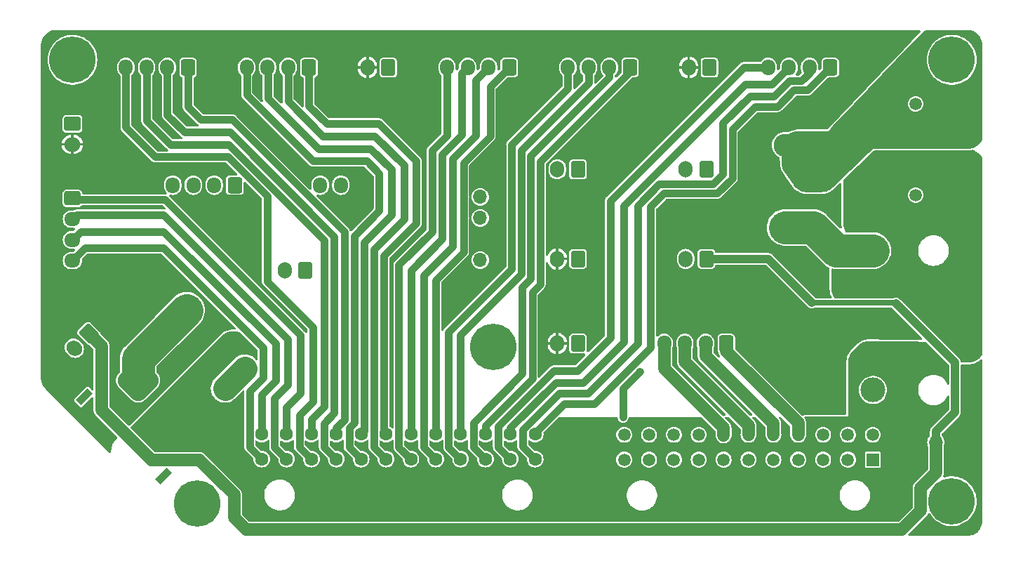
<source format=gbr>
%TF.GenerationSoftware,KiCad,Pcbnew,7.0.11*%
%TF.CreationDate,2024-03-06T00:45:10+00:00*%
%TF.ProjectId,LHS Breakbeat,4c485320-4272-4656-916b-626561742e6b,Vol 1*%
%TF.SameCoordinates,Original*%
%TF.FileFunction,Copper,L2,Bot*%
%TF.FilePolarity,Positive*%
%FSLAX46Y46*%
G04 Gerber Fmt 4.6, Leading zero omitted, Abs format (unit mm)*
G04 Created by KiCad (PCBNEW 7.0.11) date 2024-03-06 00:45:10*
%MOMM*%
%LPD*%
G01*
G04 APERTURE LIST*
G04 Aperture macros list*
%AMRoundRect*
0 Rectangle with rounded corners*
0 $1 Rounding radius*
0 $2 $3 $4 $5 $6 $7 $8 $9 X,Y pos of 4 corners*
0 Add a 4 corners polygon primitive as box body*
4,1,4,$2,$3,$4,$5,$6,$7,$8,$9,$2,$3,0*
0 Add four circle primitives for the rounded corners*
1,1,$1+$1,$2,$3*
1,1,$1+$1,$4,$5*
1,1,$1+$1,$6,$7*
1,1,$1+$1,$8,$9*
0 Add four rect primitives between the rounded corners*
20,1,$1+$1,$2,$3,$4,$5,0*
20,1,$1+$1,$4,$5,$6,$7,0*
20,1,$1+$1,$6,$7,$8,$9,0*
20,1,$1+$1,$8,$9,$2,$3,0*%
%AMHorizOval*
0 Thick line with rounded ends*
0 $1 width*
0 $2 $3 position (X,Y) of the first rounded end (center of the circle)*
0 $4 $5 position (X,Y) of the second rounded end (center of the circle)*
0 Add line between two ends*
20,1,$1,$2,$3,$4,$5,0*
0 Add two circle primitives to create the rounded ends*
1,1,$1,$2,$3*
1,1,$1,$4,$5*%
%AMRotRect*
0 Rectangle, with rotation*
0 The origin of the aperture is its center*
0 $1 length*
0 $2 width*
0 $3 Rotation angle, in degrees counterclockwise*
0 Add horizontal line*
21,1,$1,$2,0,0,$3*%
G04 Aperture macros list end*
%TA.AperFunction,ComponentPad*%
%ADD10RoundRect,0.250000X0.600000X0.725000X-0.600000X0.725000X-0.600000X-0.725000X0.600000X-0.725000X0*%
%TD*%
%TA.AperFunction,ComponentPad*%
%ADD11O,1.700000X1.950000*%
%TD*%
%TA.AperFunction,ComponentPad*%
%ADD12R,1.700000X1.700000*%
%TD*%
%TA.AperFunction,ComponentPad*%
%ADD13O,1.700000X1.700000*%
%TD*%
%TA.AperFunction,ComponentPad*%
%ADD14RoundRect,0.250000X-0.750000X0.600000X-0.750000X-0.600000X0.750000X-0.600000X0.750000X0.600000X0*%
%TD*%
%TA.AperFunction,ComponentPad*%
%ADD15O,2.000000X1.700000*%
%TD*%
%TA.AperFunction,ComponentPad*%
%ADD16RoundRect,0.250000X0.600000X0.750000X-0.600000X0.750000X-0.600000X-0.750000X0.600000X-0.750000X0*%
%TD*%
%TA.AperFunction,ComponentPad*%
%ADD17O,1.700000X2.000000*%
%TD*%
%TA.AperFunction,ComponentPad*%
%ADD18RoundRect,0.250000X-0.725000X0.600000X-0.725000X-0.600000X0.725000X-0.600000X0.725000X0.600000X0*%
%TD*%
%TA.AperFunction,ComponentPad*%
%ADD19O,1.950000X1.700000*%
%TD*%
%TA.AperFunction,ComponentPad*%
%ADD20C,5.600000*%
%TD*%
%TA.AperFunction,ComponentPad*%
%ADD21RoundRect,0.250000X-0.106066X0.954594X-0.954594X0.106066X0.106066X-0.954594X0.954594X-0.106066X0*%
%TD*%
%TA.AperFunction,ComponentPad*%
%ADD22HorizOval,1.700000X-0.106066X0.106066X0.106066X-0.106066X0*%
%TD*%
%TA.AperFunction,ComponentPad*%
%ADD23C,1.605000*%
%TD*%
%TA.AperFunction,ComponentPad*%
%ADD24C,2.780000*%
%TD*%
%TA.AperFunction,ComponentPad*%
%ADD25RoundRect,0.300000X1.100000X-1.100000X1.100000X1.100000X-1.100000X1.100000X-1.100000X-1.100000X0*%
%TD*%
%TA.AperFunction,ComponentPad*%
%ADD26C,3.000000*%
%TD*%
%TA.AperFunction,ComponentPad*%
%ADD27R,1.520000X1.520000*%
%TD*%
%TA.AperFunction,ComponentPad*%
%ADD28C,1.520000*%
%TD*%
%TA.AperFunction,ComponentPad*%
%ADD29RotRect,0.900000X2.000000X135.000000*%
%TD*%
%TA.AperFunction,ComponentPad*%
%ADD30RoundRect,1.025000X1.449569X0.000000X0.000000X1.449569X-1.449569X0.000000X0.000000X-1.449569X0*%
%TD*%
%TA.AperFunction,ComponentPad*%
%ADD31C,4.100000*%
%TD*%
%TA.AperFunction,ComponentPad*%
%ADD32C,2.550000*%
%TD*%
%TA.AperFunction,ComponentPad*%
%ADD33C,1.500000*%
%TD*%
%TA.AperFunction,ViaPad*%
%ADD34C,0.800000*%
%TD*%
%TA.AperFunction,Conductor*%
%ADD35C,3.000000*%
%TD*%
%TA.AperFunction,Conductor*%
%ADD36C,4.000000*%
%TD*%
%TA.AperFunction,Conductor*%
%ADD37C,1.500000*%
%TD*%
%TA.AperFunction,Conductor*%
%ADD38C,1.000000*%
%TD*%
%TA.AperFunction,Conductor*%
%ADD39C,0.700000*%
%TD*%
%TA.AperFunction,Conductor*%
%ADD40C,0.900000*%
%TD*%
G04 APERTURE END LIST*
D10*
%TO.P,J14,1,Pin_1*%
%TO.N,PWM_FAN_A*%
X110600000Y-84900000D03*
D11*
%TO.P,J14,2,Pin_2*%
%TO.N,V_Fan_A*%
X108100000Y-84900000D03*
%TO.P,J14,3,Pin_3*%
%TO.N,F_Sens*%
X105600000Y-84900000D03*
%TO.P,J14,4,Pin_4*%
%TO.N,PWM*%
X103100000Y-84900000D03*
%TD*%
D12*
%TO.P,J27,1*%
%TO.N,GND*%
X140200000Y-83780000D03*
D13*
%TO.P,J27,2*%
%TO.N,+5V*%
X140200000Y-86320000D03*
%TO.P,J27,3*%
%TO.N,OP1*%
X140200000Y-88860000D03*
%TO.P,J27,4*%
%TO.N,GND*%
X140200000Y-91400000D03*
%TO.P,J27,5*%
%TO.N,+5V*%
X140200000Y-93940000D03*
%TD*%
D14*
%TO.P,J13,1,Pin_1*%
%TO.N,Y_Stop*%
X91000000Y-77500000D03*
D15*
%TO.P,J13,2,Pin_2*%
%TO.N,GND*%
X91000000Y-80000000D03*
%TD*%
D16*
%TO.P,J9,1,Pin_1*%
%TO.N,/AGND*%
X119100000Y-95200000D03*
D17*
%TO.P,J9,2,Pin_2*%
%TO.N,TA*%
X116600000Y-95200000D03*
%TD*%
D10*
%TO.P,J22,1,Pin_1*%
%TO.N,/Y1-A2*%
X104950000Y-70725000D03*
D11*
%TO.P,J22,2,Pin_2*%
%TO.N,/Y1-A1*%
X102450000Y-70725000D03*
%TO.P,J22,3,Pin_3*%
%TO.N,/Y1-B1*%
X99950000Y-70725000D03*
%TO.P,J22,4,Pin_4*%
%TO.N,/Y1-B2*%
X97450000Y-70725000D03*
%TD*%
D16*
%TO.P,J16,1,Pin_1*%
%TO.N,V_Fan_H*%
X167500000Y-83000000D03*
D17*
%TO.P,J16,2,Pin_2*%
%TO.N,PWM_FAN_H*%
X165000000Y-83000000D03*
%TD*%
D10*
%TO.P,J21,1,Pin_1*%
%TO.N,/Z1-A2*%
X119533333Y-70725000D03*
D11*
%TO.P,J21,2,Pin_2*%
%TO.N,/Z1-A1*%
X117033333Y-70725000D03*
%TO.P,J21,3,Pin_3*%
%TO.N,/Z1-B1*%
X114533333Y-70725000D03*
%TO.P,J21,4,Pin_4*%
%TO.N,/Z1-B2*%
X112033333Y-70725000D03*
%TD*%
D16*
%TO.P,J8,1,Pin_1*%
%TO.N,/AGND*%
X167500000Y-93800000D03*
D17*
%TO.P,J8,2,Pin_2*%
%TO.N,TH*%
X165000000Y-93800000D03*
%TD*%
D10*
%TO.P,J20,1,Pin_1*%
%TO.N,/Z-A2*%
X143699999Y-70725000D03*
D11*
%TO.P,J20,2,Pin_2*%
%TO.N,/Z-A1*%
X141199999Y-70725000D03*
%TO.P,J20,3,Pin_3*%
%TO.N,/Z-B1*%
X138699999Y-70725000D03*
%TO.P,J20,4,Pin_4*%
%TO.N,/Z-B2*%
X136199999Y-70725000D03*
%TD*%
D12*
%TO.P,JP1,1,Pin_1*%
%TO.N,GND*%
X197725000Y-115925000D03*
D13*
%TO.P,JP1,2,Pin_2*%
%TO.N,/AGND*%
X195185000Y-115925000D03*
%TD*%
D10*
%TO.P,J24,1,Pin_1*%
%TO.N,/E-A2*%
X169900000Y-104000000D03*
D11*
%TO.P,J24,2,Pin_2*%
%TO.N,/E-A1*%
X167400000Y-104000000D03*
%TO.P,J24,3,Pin_3*%
%TO.N,/E-B1*%
X164900000Y-104000000D03*
%TO.P,J24,4,Pin_4*%
%TO.N,/E-B2*%
X162400000Y-104000000D03*
%TD*%
D18*
%TO.P,J23,1,Pin_1*%
%TO.N,/Y-A2*%
X91000000Y-86500000D03*
D19*
%TO.P,J23,2,Pin_2*%
%TO.N,/Y-A1*%
X91000000Y-89000000D03*
%TO.P,J23,3,Pin_3*%
%TO.N,/Y-B1*%
X91000000Y-91500000D03*
%TO.P,J23,4,Pin_4*%
%TO.N,/Y-B2*%
X91000000Y-94000000D03*
%TD*%
D10*
%TO.P,J10,1,Pin_1*%
%TO.N,GND*%
X125900000Y-84900000D03*
D11*
%TO.P,J10,2,Pin_2*%
%TO.N,RGB*%
X123400000Y-84900000D03*
%TO.P,J10,3,Pin_3*%
%TO.N,+5V*%
X120900000Y-84900000D03*
%TD*%
D16*
%TO.P,J15,1,Pin_1*%
%TO.N,V_Fan_P*%
X152000000Y-83000000D03*
D17*
%TO.P,J15,2,Pin_2*%
%TO.N,PWM_FAN_P*%
X149500000Y-83000000D03*
%TD*%
D20*
%TO.P,H2,1*%
%TO.N,N/C*%
X197100000Y-123000000D03*
%TD*%
%TO.P,H3,1*%
%TO.N,N/C*%
X141800000Y-104400000D03*
%TD*%
D10*
%TO.P,J19,1,Pin_1*%
%TO.N,/X1-A2*%
X158283332Y-70725000D03*
D11*
%TO.P,J19,2,Pin_2*%
%TO.N,/X1-A1*%
X155783332Y-70725000D03*
%TO.P,J19,3,Pin_3*%
%TO.N,/X1-B1*%
X153283332Y-70725000D03*
%TO.P,J19,4,Pin_4*%
%TO.N,/X1-B2*%
X150783332Y-70725000D03*
%TD*%
D21*
%TO.P,J7,1,Pin_1*%
%TO.N,/AGND*%
X93000000Y-102800000D03*
D22*
%TO.P,J7,2,Pin_2*%
%TO.N,TB*%
X91232233Y-104567767D03*
%TD*%
D10*
%TO.P,J17,1,Pin_1*%
%TO.N,/X-A2*%
X182450000Y-70725000D03*
D11*
%TO.P,J17,2,Pin_2*%
%TO.N,/X-A1*%
X179950000Y-70725000D03*
%TO.P,J17,3,Pin_3*%
%TO.N,/X-B1*%
X177450000Y-70725000D03*
%TO.P,J17,4,Pin_4*%
%TO.N,/X-B2*%
X174950000Y-70725000D03*
%TD*%
D20*
%TO.P,H5,1*%
%TO.N,N/C*%
X91000000Y-69800000D03*
%TD*%
D23*
%TO.P,J1,1,Pin_1*%
%TO.N,/X-A1*%
X146840000Y-117940000D03*
%TO.P,J1,2,Pin_2*%
%TO.N,/X-B2*%
X143840000Y-117940000D03*
%TO.P,J1,3,Pin_3*%
%TO.N,/X1-A1*%
X140840000Y-117940000D03*
%TO.P,J1,4,Pin_4*%
%TO.N,/X1-B2*%
X137840000Y-117940000D03*
%TO.P,J1,5,Pin_5*%
%TO.N,/Z-A1*%
X134840000Y-117940000D03*
%TO.P,J1,6,Pin_6*%
%TO.N,/Z-B2*%
X131840000Y-117940000D03*
%TO.P,J1,7,Pin_7*%
%TO.N,/Z1-A1*%
X128840000Y-117940000D03*
%TO.P,J1,8,Pin_8*%
%TO.N,/Z1-B2*%
X125840000Y-117940000D03*
%TO.P,J1,9,Pin_9*%
%TO.N,/Y1-A1*%
X122840000Y-117940000D03*
%TO.P,J1,10,Pin_10*%
%TO.N,/Y1-B2*%
X119840000Y-117940000D03*
%TO.P,J1,11,Pin_11*%
%TO.N,/Y-A1*%
X116840000Y-117940000D03*
%TO.P,J1,12,Pin_12*%
%TO.N,/Y-B2*%
X113840000Y-117940000D03*
%TO.P,J1,13,Pin_13*%
%TO.N,/X-A2*%
X146840000Y-114940000D03*
%TO.P,J1,14,Pin_14*%
%TO.N,/X-B1*%
X143840000Y-114940000D03*
%TO.P,J1,15,Pin_15*%
%TO.N,/X1-A2*%
X140840000Y-114940000D03*
%TO.P,J1,16,Pin_16*%
%TO.N,/X1-B1*%
X137840000Y-114940000D03*
%TO.P,J1,17,Pin_17*%
%TO.N,/Z-A2*%
X134840000Y-114940000D03*
%TO.P,J1,18,Pin_18*%
%TO.N,/Z-B1*%
X131840000Y-114940000D03*
%TO.P,J1,19,Pin_19*%
%TO.N,/Z1-A2*%
X128840000Y-114940000D03*
%TO.P,J1,20,Pin_20*%
%TO.N,/Z1-B1*%
X125840000Y-114940000D03*
%TO.P,J1,21,Pin_21*%
%TO.N,/Y1-A2*%
X122840000Y-114940000D03*
%TO.P,J1,22,Pin_22*%
%TO.N,/Y1-B1*%
X119840000Y-114940000D03*
%TO.P,J1,23,Pin_23*%
%TO.N,/Y-A2*%
X116840000Y-114940000D03*
%TO.P,J1,24,Pin_24*%
%TO.N,/Y-B1*%
X113840000Y-114940000D03*
%TD*%
D20*
%TO.P,H4,1*%
%TO.N,N/C*%
X197100000Y-69800000D03*
%TD*%
D24*
%TO.P,F1,1*%
%TO.N,/HE+{slash}CAN_V*%
X177000000Y-90000000D03*
X180400000Y-90000000D03*
%TO.P,F1,2*%
%TO.N,/Fused HE*%
X177000000Y-80080000D03*
X180400000Y-80080000D03*
%TD*%
D20*
%TO.P,H1,1*%
%TO.N,N/C*%
X106075000Y-123250000D03*
%TD*%
D25*
%TO.P,J3,1,Pin_1*%
%TO.N,/HE+{slash}CAN_V*%
X187600000Y-92800000D03*
D26*
%TO.P,J3,2,Pin_2*%
%TO.N,/PWM_HE{slash}CAN_Gnd*%
X187600000Y-97000000D03*
%TO.P,J3,3,Pin_3*%
%TO.N,GND*%
X187600000Y-101200000D03*
%TO.P,J3,4,Pin_4*%
%TO.N,/PWM_HB*%
X187600000Y-105400000D03*
%TO.P,J3,5,Pin_5*%
%TO.N,/HB+*%
X187600000Y-109600000D03*
%TD*%
D16*
%TO.P,J11,1,Pin_1*%
%TO.N,F_Sens*%
X152000000Y-104000000D03*
D17*
%TO.P,J11,2,Pin_2*%
%TO.N,GND*%
X149500000Y-104000000D03*
%TD*%
D24*
%TO.P,F2,1*%
%TO.N,/Fused HB*%
X104794832Y-99990669D03*
X102390669Y-102394832D03*
%TO.P,F2,2*%
%TO.N,/HB+*%
X111809331Y-107005168D03*
X109405168Y-109409331D03*
%TD*%
D16*
%TO.P,J12,1,Pin_1*%
%TO.N,X_Stop*%
X167866665Y-70725000D03*
D17*
%TO.P,J12,2,Pin_2*%
%TO.N,GND*%
X165366665Y-70725000D03*
%TD*%
D16*
%TO.P,J25,1,Pin_1*%
%TO.N,Q_Stop*%
X152000000Y-93800000D03*
D17*
%TO.P,J25,2,Pin_2*%
%TO.N,GND*%
X149500000Y-93800000D03*
%TD*%
D16*
%TO.P,J26,1,Pin_1*%
%TO.N,Z_Stop*%
X129116666Y-70725000D03*
D17*
%TO.P,J26,2,Pin_2*%
%TO.N,GND*%
X126616666Y-70725000D03*
%TD*%
D27*
%TO.P,J2,1,Pin_1*%
%TO.N,V_Fan_H*%
X187578250Y-118000000D03*
D28*
%TO.P,J2,2,Pin_2*%
%TO.N,Z_Stop*%
X184578250Y-118000000D03*
%TO.P,J2,3,Pin_3*%
%TO.N,V_Fan_P*%
X181578250Y-118000000D03*
%TO.P,J2,4,Pin_4*%
%TO.N,PWM_FAN_P*%
X178578250Y-118000000D03*
%TO.P,J2,5,Pin_5*%
%TO.N,Q_Stop*%
X175578250Y-118000000D03*
%TO.P,J2,6,Pin_6*%
%TO.N,PWM*%
X172578250Y-118000000D03*
%TO.P,J2,7,Pin_7*%
%TO.N,V_Fan_A*%
X169578250Y-118000000D03*
%TO.P,J2,8,Pin_8*%
%TO.N,Net-(D3-A)*%
X166578250Y-118000000D03*
%TO.P,J2,9,Pin_9*%
%TO.N,OP1*%
X163578250Y-118000000D03*
%TO.P,J2,10,Pin_10*%
%TO.N,TB*%
X160578250Y-118000000D03*
%TO.P,J2,11,Pin_11*%
%TO.N,TA*%
X157578250Y-118000000D03*
%TO.P,J2,12,Pin_12*%
%TO.N,X_Stop*%
X187578250Y-115000000D03*
%TO.P,J2,13,Pin_13*%
%TO.N,PWM_FAN_H*%
X184578250Y-115000000D03*
%TO.P,J2,14,Pin_14*%
%TO.N,TH*%
X181578250Y-115000000D03*
%TO.P,J2,15,Pin_15*%
%TO.N,/E-A2*%
X178578250Y-115000000D03*
%TO.P,J2,16,Pin_16*%
%TO.N,/E-A1*%
X175578250Y-115000000D03*
%TO.P,J2,17,Pin_17*%
%TO.N,/E-B1*%
X172578250Y-115000000D03*
%TO.P,J2,18,Pin_18*%
%TO.N,/E-B2*%
X169578250Y-115000000D03*
%TO.P,J2,19,Pin_19*%
%TO.N,PWM_FAN_A*%
X166578250Y-115000000D03*
%TO.P,J2,20,Pin_20*%
%TO.N,RGB*%
X163578250Y-115000000D03*
%TO.P,J2,21,Pin_21*%
%TO.N,+5V*%
X160578250Y-115000000D03*
%TO.P,J2,22,Pin_22*%
%TO.N,Y_Stop*%
X157578250Y-115000000D03*
%TD*%
D29*
%TO.P,J5,*%
%TO.N,*%
X102000000Y-120000000D03*
X92454059Y-110454058D03*
D30*
%TO.P,J5,1,Pin_1*%
%TO.N,/Fused HB*%
X98924086Y-108438804D03*
D31*
%TO.P,J5,2,Pin_2*%
%TO.N,/PWM_HB*%
X104015255Y-113529973D03*
%TD*%
D32*
%TO.P,J4,1,Pin_1*%
%TO.N,/Fused HE*%
X187746545Y-78117214D03*
%TO.P,J4,2,Pin_2*%
%TO.N,/PWM_HE{slash}CAN_Gnd*%
X187746545Y-83117214D03*
D33*
%TO.P,J4,3,Pin_3*%
%TO.N,unconnected-(J4-Pin_3-Pad3)*%
X192746545Y-75117214D03*
%TO.P,J4,4,Pin_4*%
%TO.N,unconnected-(J4-Pin_4-Pad4)*%
X192746545Y-86117214D03*
%TD*%
D34*
%TO.N,F_Sens*%
X157450000Y-112900000D03*
X159429609Y-107354609D03*
%TD*%
D35*
%TO.N,/HB+*%
X111809331Y-107005168D02*
X109405168Y-109409331D01*
D36*
%TO.N,/Fused HB*%
X104794832Y-99990669D02*
X102390669Y-102394832D01*
X98924086Y-105861415D02*
X102390669Y-102394832D01*
X98924086Y-108438804D02*
X98924086Y-105861415D01*
D37*
%TO.N,/AGND*%
X110500000Y-125000000D02*
X110500000Y-122225000D01*
X111950000Y-126450000D02*
X110500000Y-125000000D01*
D38*
X174975000Y-93800000D02*
X167500000Y-93800000D01*
D37*
X193350000Y-121425000D02*
X193350000Y-124150000D01*
D38*
X195185000Y-114572919D02*
X195185000Y-115925000D01*
D37*
X195185000Y-115925000D02*
X195185000Y-119590000D01*
D38*
X190350000Y-99175000D02*
X197480000Y-106305000D01*
D37*
X94500000Y-104300000D02*
X93000000Y-102800000D01*
X106299695Y-118024695D02*
X100524695Y-118024695D01*
X195185000Y-119590000D02*
X193350000Y-121425000D01*
X94500000Y-112000000D02*
X94500000Y-104300000D01*
X191050000Y-126450000D02*
X111950000Y-126450000D01*
D39*
X180340000Y-99110000D02*
X190235000Y-99110000D01*
D37*
X100524695Y-118024695D02*
X94500000Y-112000000D01*
D39*
X190235000Y-99060000D02*
X190350000Y-99175000D01*
D38*
X180235000Y-99060000D02*
X174975000Y-93800000D01*
X197480000Y-106305000D02*
X197480000Y-112277919D01*
D37*
X193350000Y-124150000D02*
X191050000Y-126450000D01*
D38*
X197480000Y-112277919D02*
X195185000Y-114572919D01*
D37*
X110500000Y-122225000D02*
X106299695Y-118024695D01*
D40*
%TO.N,F_Sens*%
X157450000Y-109405634D02*
X159465317Y-107390317D01*
X157450000Y-112900000D02*
X157450000Y-109405634D01*
%TO.N,/Y-A2*%
X102162399Y-86662399D02*
X118500000Y-103000000D01*
X118500000Y-110000000D02*
X116840000Y-111660000D01*
X91162399Y-86662399D02*
X102162399Y-86662399D01*
X116840000Y-111660000D02*
X116840000Y-114940000D01*
X118500000Y-103000000D02*
X118500000Y-110000000D01*
X91000000Y-86500000D02*
X91162399Y-86662399D01*
%TO.N,/Y-A1*%
X91500000Y-88500000D02*
X91000000Y-89000000D01*
X115387500Y-116487500D02*
X115387500Y-110612500D01*
X117000000Y-103500000D02*
X102000000Y-88500000D01*
X102000000Y-88500000D02*
X91500000Y-88500000D01*
X115387500Y-110612500D02*
X117000000Y-109000000D01*
X117000000Y-109000000D02*
X117000000Y-103500000D01*
X116840000Y-117940000D02*
X115387500Y-116487500D01*
%TO.N,/Y-B1*%
X92000000Y-90500000D02*
X91000000Y-91500000D01*
X113840000Y-114940000D02*
X113840000Y-110160000D01*
X115500000Y-104000000D02*
X102000000Y-90500000D01*
X113840000Y-110160000D02*
X115500000Y-108500000D01*
X102000000Y-90500000D02*
X92000000Y-90500000D01*
X115500000Y-108500000D02*
X115500000Y-104000000D01*
%TO.N,/Y-B2*%
X92500000Y-92500000D02*
X91000000Y-94000000D01*
X102000000Y-92500000D02*
X92500000Y-92500000D01*
X112387500Y-116487500D02*
X112387500Y-109712500D01*
X113840000Y-117940000D02*
X112387500Y-116487500D01*
X114000000Y-104500000D02*
X102000000Y-92500000D01*
X114000000Y-108100000D02*
X114000000Y-104500000D01*
X112387500Y-109712500D02*
X114000000Y-108100000D01*
%TO.N,/X-A2*%
X176050000Y-75450000D02*
X173350000Y-75450000D01*
X168778426Y-85900000D02*
X162356801Y-85900000D01*
X179725000Y-73450000D02*
X178050000Y-73450000D01*
X170625000Y-78175000D02*
X170625000Y-84053426D01*
X170625000Y-84053426D02*
X168778426Y-85900000D01*
X178050000Y-73450000D02*
X176050000Y-75450000D01*
X154000000Y-111300000D02*
X150300000Y-111300000D01*
X182450000Y-70725000D02*
X179725000Y-73450000D01*
X162356801Y-85900000D02*
X160775052Y-87481749D01*
X150300000Y-111300000D02*
X146840000Y-114760000D01*
X160775052Y-87481749D02*
X160775052Y-104524948D01*
X160775052Y-104524948D02*
X154000000Y-111300000D01*
X173350000Y-75450000D02*
X170625000Y-78175000D01*
X146840000Y-114760000D02*
X146840000Y-114940000D01*
%TO.N,/X-A1*%
X172750000Y-74150000D02*
X175675000Y-74150000D01*
X145339897Y-114371371D02*
X149711268Y-110000000D01*
X153200000Y-110000000D02*
X159200000Y-104000000D01*
X169500000Y-77400000D02*
X172750000Y-74150000D01*
X161800000Y-84800000D02*
X168322792Y-84800000D01*
X168322792Y-84800000D02*
X169500000Y-83622792D01*
X178950000Y-72350000D02*
X179950000Y-71350000D01*
X179950000Y-71350000D02*
X179950000Y-70725000D01*
X146840000Y-117940000D02*
X145339897Y-116439897D01*
X159200000Y-87400000D02*
X161800000Y-84800000D01*
X169500000Y-83622792D02*
X169500000Y-77400000D01*
X177475000Y-72350000D02*
X178950000Y-72350000D01*
X145339897Y-116439897D02*
X145339897Y-114371371D01*
X149711268Y-110000000D02*
X153200000Y-110000000D01*
X175675000Y-74150000D02*
X177475000Y-72350000D01*
X159200000Y-104000000D02*
X159200000Y-87400000D01*
%TO.N,/X-B1*%
X143840000Y-114174737D02*
X149314737Y-108700000D01*
X175425000Y-72750000D02*
X177450000Y-70725000D01*
X149314737Y-108700000D02*
X152600000Y-108700000D01*
X143840000Y-114940000D02*
X143840000Y-114174737D01*
X157500000Y-103800000D02*
X157500000Y-87400000D01*
X157500000Y-87400000D02*
X172150000Y-72750000D01*
X152600000Y-108700000D02*
X157500000Y-103800000D01*
X172150000Y-72750000D02*
X175425000Y-72750000D01*
%TO.N,/X-B2*%
X143840000Y-117940000D02*
X142387500Y-116487500D01*
X142387500Y-114012500D02*
X149100000Y-107300000D01*
X151900000Y-107300000D02*
X155900000Y-103300000D01*
X171975000Y-70725000D02*
X174950000Y-70725000D01*
X155900000Y-86800000D02*
X171975000Y-70725000D01*
X149100000Y-107300000D02*
X151900000Y-107300000D01*
X155900000Y-103300000D02*
X155900000Y-86800000D01*
X142387500Y-116487500D02*
X142387500Y-114012500D01*
%TO.N,/X1-A2*%
X146500000Y-108200000D02*
X146500000Y-97800000D01*
X147450000Y-96850000D02*
X147450000Y-82050000D01*
X146500000Y-97800000D02*
X147450000Y-96850000D01*
X140840000Y-113860000D02*
X146500000Y-108200000D01*
X147450000Y-82050000D02*
X158283332Y-71216668D01*
X158283332Y-71216668D02*
X158283332Y-70725000D01*
X140840000Y-114940000D02*
X140840000Y-113860000D01*
%TO.N,/X1-A1*%
X145250000Y-107650000D02*
X145250000Y-97250000D01*
X140840000Y-117940000D02*
X139387500Y-116487500D01*
X139387500Y-113512500D02*
X145250000Y-107650000D01*
X139387500Y-116487500D02*
X139387500Y-113512500D01*
X145250000Y-97250000D02*
X146300000Y-96200000D01*
X146300000Y-81400000D02*
X155783332Y-71916668D01*
X155783332Y-71916668D02*
X155783332Y-70725000D01*
X146300000Y-96200000D02*
X146300000Y-81400000D01*
%TO.N,/X1-B1*%
X145200000Y-95600000D02*
X145200000Y-80700000D01*
X137840000Y-102960000D02*
X145200000Y-95600000D01*
X153283332Y-72616668D02*
X153283332Y-70725000D01*
X137840000Y-114940000D02*
X137840000Y-102960000D01*
X145200000Y-80700000D02*
X153283332Y-72616668D01*
%TO.N,/X1-B2*%
X136387500Y-102612500D02*
X136387500Y-116487500D01*
X136387500Y-116487500D02*
X137840000Y-117940000D01*
X150783332Y-73216668D02*
X144000000Y-80000000D01*
X144000000Y-95000000D02*
X136387500Y-102612500D01*
X144000000Y-80000000D02*
X144000000Y-95000000D01*
X150783332Y-70725000D02*
X150783332Y-73216668D01*
%TO.N,/Z-B2*%
X136199999Y-70725000D02*
X136199999Y-78900001D01*
X134400000Y-90500000D02*
X130387500Y-94512500D01*
X130387500Y-116487500D02*
X131840000Y-117940000D01*
X130387500Y-94512500D02*
X130387500Y-116487500D01*
X136199999Y-78900001D02*
X134400000Y-80700000D01*
X134400000Y-80700000D02*
X134400000Y-90500000D01*
%TO.N,/Z-B1*%
X131840000Y-95160000D02*
X131840000Y-114940000D01*
X138000000Y-71424999D02*
X138000000Y-78800000D01*
X135600000Y-91400000D02*
X131840000Y-95160000D01*
X138000000Y-78800000D02*
X135600000Y-81200000D01*
X135600000Y-81200000D02*
X135600000Y-91400000D01*
X138699999Y-70725000D02*
X138000000Y-71424999D01*
%TO.N,/Z-A1*%
X139700000Y-78900000D02*
X139700000Y-72224999D01*
X139700000Y-72224999D02*
X141199999Y-70725000D01*
X133387500Y-95812500D02*
X136900000Y-92300000D01*
X136900000Y-81700000D02*
X139700000Y-78900000D01*
X133387500Y-116487500D02*
X133387500Y-95812500D01*
X136900000Y-92300000D02*
X136900000Y-81700000D01*
X134840000Y-117940000D02*
X133387500Y-116487500D01*
%TO.N,/Z-A2*%
X138200000Y-93000000D02*
X138200000Y-82200000D01*
X134840000Y-96360000D02*
X138200000Y-93000000D01*
X141400000Y-79000000D02*
X141400000Y-73024999D01*
X138200000Y-82200000D02*
X141400000Y-79000000D01*
X141400000Y-73024999D02*
X143699999Y-70725000D01*
X134840000Y-114940000D02*
X134840000Y-96360000D01*
%TO.N,/Z1-B2*%
X126500000Y-82000000D02*
X128000000Y-83500000D01*
X120000000Y-82000000D02*
X126500000Y-82000000D01*
X128000000Y-88000000D02*
X125000000Y-91000000D01*
X125000000Y-91000000D02*
X125000000Y-113555634D01*
X112033333Y-74033333D02*
X120000000Y-82000000D01*
X124387500Y-116487500D02*
X125840000Y-117940000D01*
X128000000Y-83500000D02*
X128000000Y-88000000D01*
X112033333Y-70725000D02*
X112033333Y-74033333D01*
X125000000Y-113555634D02*
X124387500Y-114168134D01*
X124387500Y-114168134D02*
X124387500Y-116487500D01*
%TO.N,/Z1-B1*%
X114600000Y-74400000D02*
X114600000Y-70791667D01*
X127000000Y-80500000D02*
X120700000Y-80500000D01*
X126200000Y-91800000D02*
X129500000Y-88500000D01*
X129500000Y-83000000D02*
X127000000Y-80500000D01*
X120700000Y-80500000D02*
X114600000Y-74400000D01*
X114600000Y-70791667D02*
X114533333Y-70725000D01*
X125840000Y-114940000D02*
X126200000Y-114580000D01*
X126200000Y-114580000D02*
X126200000Y-91800000D01*
X129500000Y-88500000D02*
X129500000Y-83000000D01*
%TO.N,/Z1-A1*%
X131000000Y-82500000D02*
X127500000Y-79000000D01*
X127387500Y-92612500D02*
X131000000Y-89000000D01*
X127500000Y-79000000D02*
X121225000Y-79000000D01*
X127387500Y-116487500D02*
X127387500Y-92612500D01*
X121225000Y-79000000D02*
X117033333Y-74808333D01*
X131000000Y-89000000D02*
X131000000Y-82500000D01*
X128840000Y-117940000D02*
X127387500Y-116487500D01*
X117033333Y-74808333D02*
X117033333Y-70725000D01*
%TO.N,/Z1-A2*%
X128600000Y-114700000D02*
X128600000Y-93400000D01*
X128600000Y-93400000D02*
X132500000Y-89500000D01*
X119533333Y-75333333D02*
X119533333Y-70725000D01*
X128840000Y-114940000D02*
X128600000Y-114700000D01*
X132500000Y-89500000D02*
X132500000Y-82000000D01*
X121700000Y-77500000D02*
X119533333Y-75333333D01*
X128000000Y-77500000D02*
X121700000Y-77500000D01*
X132500000Y-82000000D02*
X128000000Y-77500000D01*
D37*
%TO.N,/E-B2*%
X169578250Y-114178250D02*
X162400000Y-107000000D01*
X169578250Y-115078250D02*
X169578250Y-114178250D01*
X162400000Y-107000000D02*
X162400000Y-104000000D01*
%TO.N,/E-B1*%
X164900000Y-104000000D02*
X164900000Y-106200000D01*
X164900000Y-106200000D02*
X172578250Y-113878250D01*
X172578250Y-113878250D02*
X172578250Y-115000000D01*
%TO.N,/E-A1*%
X175578250Y-113678250D02*
X167400000Y-105500000D01*
X167400000Y-105500000D02*
X167400000Y-104000000D01*
X175578250Y-115000000D02*
X175578250Y-113678250D01*
%TO.N,/E-A2*%
X169900000Y-104900000D02*
X169900000Y-104000000D01*
X178578250Y-113578250D02*
X169900000Y-104900000D01*
X178578250Y-115000000D02*
X178578250Y-113578250D01*
D40*
%TO.N,/Y1-A2*%
X122840000Y-114940000D02*
X122840000Y-114160000D01*
X123800000Y-90522183D02*
X110277817Y-77000000D01*
X122840000Y-114160000D02*
X123800000Y-113200000D01*
X110277817Y-77000000D02*
X106500000Y-77000000D01*
X106500000Y-77000000D02*
X104950000Y-75450000D01*
X123800000Y-113200000D02*
X123800000Y-90522183D01*
X104950000Y-75450000D02*
X104950000Y-70725000D01*
%TO.N,/Y1-A1*%
X122600000Y-112400000D02*
X122600000Y-91100000D01*
X102450000Y-76450000D02*
X102450000Y-70725000D01*
X121387500Y-113612500D02*
X122600000Y-112400000D01*
X122840000Y-117940000D02*
X121387500Y-116487500D01*
X122600000Y-91100000D02*
X110000000Y-78500000D01*
X104500000Y-78500000D02*
X102450000Y-76450000D01*
X110000000Y-78500000D02*
X104500000Y-78500000D01*
X121387500Y-116487500D02*
X121387500Y-113612500D01*
%TO.N,/Y1-B1*%
X119840000Y-114940000D02*
X119840000Y-113160000D01*
X99950000Y-77150000D02*
X99950000Y-70725000D01*
X119840000Y-113160000D02*
X121400000Y-111600000D01*
X109853426Y-80000000D02*
X102800000Y-80000000D01*
X121400000Y-111600000D02*
X121400000Y-91546574D01*
X121400000Y-91546574D02*
X109853426Y-80000000D01*
X102800000Y-80000000D02*
X99950000Y-77150000D01*
%TO.N,/Y1-B2*%
X120000000Y-111000000D02*
X118387500Y-112612500D01*
X109797792Y-81500000D02*
X114500000Y-86202208D01*
X97450000Y-77950000D02*
X101000000Y-81500000D01*
X120000000Y-102000000D02*
X120000000Y-111000000D01*
X97450000Y-70725000D02*
X97450000Y-77950000D01*
X101000000Y-81500000D02*
X109797792Y-81500000D01*
X118387500Y-116487500D02*
X119840000Y-117940000D01*
X114500000Y-86202208D02*
X114500000Y-96500000D01*
X118387500Y-112612500D02*
X118387500Y-116487500D01*
X114500000Y-96500000D02*
X120000000Y-102000000D01*
D36*
%TO.N,/HE+{slash}CAN_V*%
X183200000Y-92800000D02*
X187600000Y-92800000D01*
X180400000Y-90000000D02*
X177000000Y-90000000D01*
X183200000Y-92800000D02*
X180400000Y-90000000D01*
%TD*%
%TA.AperFunction,Conductor*%
%TO.N,/Fused HE*%
G36*
X199004043Y-66200765D02*
G01*
X199226790Y-66215364D01*
X199242848Y-66217479D01*
X199428875Y-66254482D01*
X199457771Y-66260230D01*
X199473438Y-66264428D01*
X199626569Y-66316409D01*
X199680944Y-66334867D01*
X199695921Y-66341070D01*
X199883012Y-66433333D01*
X199892460Y-66437992D01*
X199906508Y-66446102D01*
X200088712Y-66567848D01*
X200101573Y-66577716D01*
X200206495Y-66669730D01*
X200266328Y-66722202D01*
X200277797Y-66733671D01*
X200388160Y-66859517D01*
X200422280Y-66898423D01*
X200432153Y-66911290D01*
X200438428Y-66920681D01*
X200553897Y-67093492D01*
X200562007Y-67107539D01*
X200658926Y-67304071D01*
X200665133Y-67319057D01*
X200735571Y-67526561D01*
X200739769Y-67542228D01*
X200782518Y-67757140D01*
X200784636Y-67773221D01*
X200799235Y-67995956D01*
X200799500Y-68004066D01*
X200799500Y-79360376D01*
X200784332Y-79419803D01*
X200686758Y-79598496D01*
X200677193Y-79613380D01*
X200516811Y-79827624D01*
X200505225Y-79840994D01*
X200315994Y-80030225D01*
X200302624Y-80041811D01*
X200088380Y-80202193D01*
X200073496Y-80211758D01*
X199838617Y-80340011D01*
X199822524Y-80347361D01*
X199571770Y-80440888D01*
X199554794Y-80445872D01*
X199293297Y-80502757D01*
X199275785Y-80505275D01*
X199004418Y-80524684D01*
X198995572Y-80525000D01*
X187623386Y-80525000D01*
X187043381Y-81080116D01*
X187043379Y-81080119D01*
X187043365Y-81080131D01*
X182737125Y-85201592D01*
X182730043Y-85207871D01*
X182505169Y-85392385D01*
X182489673Y-85403233D01*
X182243449Y-85548970D01*
X182226483Y-85557335D01*
X181960962Y-85663923D01*
X181942921Y-85669611D01*
X181664264Y-85734575D01*
X181645569Y-85737452D01*
X181355543Y-85759639D01*
X181346085Y-85760000D01*
X179655141Y-85760000D01*
X179646578Y-85759704D01*
X179383847Y-85741517D01*
X179366884Y-85739157D01*
X179113378Y-85685830D01*
X179096903Y-85681156D01*
X178853152Y-85593405D01*
X178837477Y-85586505D01*
X178608150Y-85466010D01*
X178593575Y-85457016D01*
X178383033Y-85306070D01*
X178369838Y-85295155D01*
X178271442Y-85201592D01*
X178182098Y-85116637D01*
X178170539Y-85104014D01*
X178006513Y-84897971D01*
X178001411Y-84891087D01*
X176929636Y-83335296D01*
X176924678Y-83327492D01*
X176781346Y-83082105D01*
X176773241Y-83065497D01*
X176669693Y-82805854D01*
X176664151Y-82788245D01*
X176600334Y-82516070D01*
X176597471Y-82497838D01*
X176574436Y-82214571D01*
X176574032Y-82205365D01*
X176562043Y-80376836D01*
X176562268Y-80368521D01*
X176577240Y-80121826D01*
X176579359Y-80105330D01*
X176626436Y-79866942D01*
X176630743Y-79850887D01*
X176709328Y-79620949D01*
X176715744Y-79605623D01*
X176824421Y-79388283D01*
X176832839Y-79373944D01*
X176969641Y-79173129D01*
X176979907Y-79160042D01*
X177145178Y-78976245D01*
X177150912Y-78970282D01*
X177153327Y-78967935D01*
X177160415Y-78961556D01*
X177386421Y-78773470D01*
X177402001Y-78762421D01*
X177650091Y-78613795D01*
X177667187Y-78605270D01*
X177935187Y-78496544D01*
X177953387Y-78490749D01*
X178234902Y-78424517D01*
X178253789Y-78421587D01*
X178361343Y-78413318D01*
X178546920Y-78399051D01*
X178556476Y-78398686D01*
X178833127Y-78398807D01*
X181352148Y-78399913D01*
X181352148Y-78399912D01*
X181352154Y-78399913D01*
X181352154Y-78399912D01*
X181352179Y-78399912D01*
X182209529Y-78400289D01*
X182800973Y-77779575D01*
X185337788Y-75117214D01*
X191791446Y-75117214D01*
X191809797Y-75303545D01*
X191809798Y-75303547D01*
X191864149Y-75482716D01*
X191952407Y-75647837D01*
X191952409Y-75647840D01*
X192071187Y-75792571D01*
X192215918Y-75911349D01*
X192215921Y-75911351D01*
X192322057Y-75968081D01*
X192381044Y-75999610D01*
X192500913Y-76035972D01*
X192560211Y-76053960D01*
X192560213Y-76053961D01*
X192576919Y-76055606D01*
X192746545Y-76072313D01*
X192932876Y-76053961D01*
X193112046Y-75999610D01*
X193277170Y-75911350D01*
X193421902Y-75792571D01*
X193540681Y-75647839D01*
X193628941Y-75482715D01*
X193683292Y-75303545D01*
X193701644Y-75117214D01*
X193683292Y-74930883D01*
X193628941Y-74751713D01*
X193628940Y-74751711D01*
X193540682Y-74586590D01*
X193540680Y-74586587D01*
X193421902Y-74441856D01*
X193277171Y-74323078D01*
X193277168Y-74323076D01*
X193112047Y-74234818D01*
X192932878Y-74180467D01*
X192932876Y-74180466D01*
X192746545Y-74162115D01*
X192560213Y-74180466D01*
X192560211Y-74180467D01*
X192381042Y-74234818D01*
X192215921Y-74323076D01*
X192215918Y-74323078D01*
X192071187Y-74441856D01*
X191952409Y-74586587D01*
X191952407Y-74586590D01*
X191864149Y-74751711D01*
X191809798Y-74930880D01*
X191809797Y-74930882D01*
X191791446Y-75117214D01*
X185337788Y-75117214D01*
X190404261Y-69800003D01*
X194094415Y-69800003D01*
X194114738Y-70148927D01*
X194114739Y-70148938D01*
X194175428Y-70493127D01*
X194175430Y-70493134D01*
X194275674Y-70827972D01*
X194414107Y-71148895D01*
X194414113Y-71148908D01*
X194588870Y-71451597D01*
X194797584Y-71731949D01*
X194797589Y-71731955D01*
X194864386Y-71802755D01*
X195037442Y-71986183D01*
X195172488Y-72099500D01*
X195305186Y-72210847D01*
X195305194Y-72210853D01*
X195597203Y-72402911D01*
X195597207Y-72402913D01*
X195909549Y-72559777D01*
X196237989Y-72679319D01*
X196578086Y-72759923D01*
X196925241Y-72800500D01*
X196925248Y-72800500D01*
X197274752Y-72800500D01*
X197274759Y-72800500D01*
X197621914Y-72759923D01*
X197962011Y-72679319D01*
X198290451Y-72559777D01*
X198602793Y-72402913D01*
X198894811Y-72210849D01*
X199162558Y-71986183D01*
X199402412Y-71731953D01*
X199611130Y-71451596D01*
X199785889Y-71148904D01*
X199924326Y-70827971D01*
X200024569Y-70493136D01*
X200085262Y-70148927D01*
X200105585Y-69800000D01*
X200085262Y-69451073D01*
X200085260Y-69451061D01*
X200024571Y-69106872D01*
X200024569Y-69106865D01*
X199924325Y-68772027D01*
X199785892Y-68451104D01*
X199785889Y-68451096D01*
X199611130Y-68148404D01*
X199611129Y-68148402D01*
X199402415Y-67868050D01*
X199402410Y-67868044D01*
X199286433Y-67745117D01*
X199162558Y-67613817D01*
X199014488Y-67489572D01*
X198894813Y-67389152D01*
X198894805Y-67389146D01*
X198602796Y-67197088D01*
X198290458Y-67040226D01*
X198290452Y-67040223D01*
X197962012Y-66920681D01*
X197962009Y-66920680D01*
X197621915Y-66840077D01*
X197578519Y-66835004D01*
X197274759Y-66799500D01*
X196925241Y-66799500D01*
X196621480Y-66835004D01*
X196578085Y-66840077D01*
X196578083Y-66840077D01*
X196237990Y-66920680D01*
X196237987Y-66920681D01*
X195909547Y-67040223D01*
X195909541Y-67040226D01*
X195597203Y-67197088D01*
X195305194Y-67389146D01*
X195305186Y-67389152D01*
X195037442Y-67613817D01*
X195037440Y-67613819D01*
X194797589Y-67868044D01*
X194797584Y-67868050D01*
X194588870Y-68148402D01*
X194414113Y-68451091D01*
X194414107Y-68451104D01*
X194275674Y-68772027D01*
X194175430Y-69106865D01*
X194175428Y-69106872D01*
X194114739Y-69451061D01*
X194114738Y-69451072D01*
X194094415Y-69799996D01*
X194094415Y-69800003D01*
X190404261Y-69800003D01*
X193431112Y-66623355D01*
X193437053Y-66617526D01*
X193626563Y-66443762D01*
X193639604Y-66433333D01*
X193847311Y-66289041D01*
X193861633Y-66280462D01*
X193936045Y-66242453D01*
X193991614Y-66214071D01*
X194048018Y-66200500D01*
X198960118Y-66200500D01*
X198995933Y-66200500D01*
X199004043Y-66200765D01*
G37*
%TD.AperFunction*%
%TD*%
%TA.AperFunction,Conductor*%
%TO.N,/PWM_HE{slash}CAN_Gnd*%
G36*
X199636996Y-80658439D02*
G01*
X199764945Y-80706162D01*
X199822524Y-80727638D01*
X199838616Y-80734987D01*
X200073501Y-80863244D01*
X200088375Y-80872802D01*
X200290989Y-81024478D01*
X200302624Y-81033188D01*
X200315994Y-81044774D01*
X200505225Y-81234005D01*
X200516811Y-81247376D01*
X200677193Y-81461621D01*
X200686758Y-81476504D01*
X200784332Y-81655198D01*
X200799500Y-81714622D01*
X200799500Y-105247888D01*
X200784332Y-105307315D01*
X200710570Y-105442400D01*
X200701005Y-105457284D01*
X200553449Y-105654395D01*
X200541863Y-105667765D01*
X200367765Y-105841863D01*
X200354395Y-105853449D01*
X200157284Y-106001005D01*
X200142400Y-106010570D01*
X199926305Y-106128566D01*
X199910212Y-106135916D01*
X199679510Y-106221964D01*
X199662534Y-106226948D01*
X199421949Y-106279284D01*
X199404437Y-106281802D01*
X199154418Y-106299684D01*
X199145572Y-106300000D01*
X198294892Y-106300000D01*
X198227853Y-106280315D01*
X198182098Y-106227511D01*
X198171796Y-106190946D01*
X198170522Y-106180459D01*
X198165140Y-106136128D01*
X198161548Y-106126656D01*
X198155521Y-106105034D01*
X198153695Y-106095071D01*
X198153693Y-106095063D01*
X198129009Y-106040221D01*
X198126154Y-106033331D01*
X198104818Y-105977070D01*
X198099062Y-105968731D01*
X198088034Y-105949177D01*
X198083880Y-105939946D01*
X198054650Y-105902637D01*
X198046780Y-105892591D01*
X198042352Y-105886573D01*
X198019488Y-105853449D01*
X198008183Y-105837071D01*
X197963153Y-105797178D01*
X197957715Y-105792058D01*
X190815370Y-98649712D01*
X190777053Y-98619693D01*
X190715057Y-98571122D01*
X190715055Y-98571121D01*
X190559935Y-98501306D01*
X190559931Y-98501304D01*
X190392607Y-98470642D01*
X190392603Y-98470642D01*
X190265254Y-98478346D01*
X190222804Y-98480914D01*
X190168667Y-98497783D01*
X190060392Y-98531522D01*
X190050705Y-98537378D01*
X190039826Y-98543234D01*
X190030906Y-98547477D01*
X189977642Y-98559500D01*
X183062404Y-98559500D01*
X182995365Y-98539815D01*
X182963287Y-98510011D01*
X182956742Y-98501304D01*
X182893356Y-98416985D01*
X182883790Y-98402170D01*
X182755264Y-98168083D01*
X182747891Y-98152043D01*
X182653909Y-97902079D01*
X182648891Y-97885161D01*
X182591363Y-97624394D01*
X182588796Y-97606929D01*
X182568546Y-97336175D01*
X182568205Y-97327401D01*
X182560524Y-95069350D01*
X182579980Y-95002246D01*
X182632628Y-94956311D01*
X182701752Y-94946133D01*
X182717276Y-94949334D01*
X182760710Y-94961232D01*
X182848971Y-94973101D01*
X182855043Y-94974073D01*
X182942610Y-94990354D01*
X182942612Y-94990354D01*
X182942617Y-94990355D01*
X182966949Y-94991575D01*
X182992693Y-94992866D01*
X183002994Y-94993815D01*
X183052694Y-95000500D01*
X183141725Y-95000500D01*
X183147939Y-95000656D01*
X183236852Y-95005117D01*
X183286812Y-95000933D01*
X183297160Y-95000500D01*
X187673579Y-95000500D01*
X187833849Y-94989770D01*
X187893954Y-94985747D01*
X188182663Y-94927064D01*
X188460974Y-94830424D01*
X188723921Y-94697551D01*
X188966812Y-94530816D01*
X189185312Y-94333195D01*
X189375522Y-94108213D01*
X189534047Y-93859887D01*
X189658060Y-93592647D01*
X189745346Y-93311262D01*
X189794349Y-93020754D01*
X189797143Y-92937184D01*
X193069500Y-92937184D01*
X193110388Y-93208462D01*
X193110390Y-93208468D01*
X193191257Y-93470632D01*
X193310292Y-93717811D01*
X193464844Y-93944498D01*
X193651447Y-94145610D01*
X193651451Y-94145613D01*
X193651452Y-94145614D01*
X193865951Y-94316671D01*
X194103549Y-94453848D01*
X194358938Y-94554081D01*
X194358950Y-94554083D01*
X194358951Y-94554084D01*
X194626413Y-94615130D01*
X194831487Y-94630499D01*
X194831503Y-94630499D01*
X194831507Y-94630500D01*
X194831509Y-94630500D01*
X194968491Y-94630500D01*
X194968493Y-94630500D01*
X194968496Y-94630499D01*
X194968512Y-94630499D01*
X195142776Y-94617438D01*
X195173587Y-94615130D01*
X195441062Y-94554081D01*
X195696451Y-94453848D01*
X195934049Y-94316671D01*
X196148548Y-94145614D01*
X196335156Y-93944498D01*
X196489705Y-93717817D01*
X196608743Y-93470632D01*
X196689610Y-93208467D01*
X196730500Y-92937177D01*
X196730500Y-92662823D01*
X196730499Y-92662815D01*
X196689611Y-92391537D01*
X196689609Y-92391531D01*
X196630684Y-92200500D01*
X196608743Y-92129368D01*
X196489705Y-91882184D01*
X196335156Y-91655502D01*
X196324708Y-91644242D01*
X196148552Y-91454389D01*
X196050400Y-91376116D01*
X195934049Y-91283329D01*
X195696451Y-91146152D01*
X195441062Y-91045919D01*
X195441057Y-91045917D01*
X195441048Y-91045915D01*
X195173586Y-90984869D01*
X194968512Y-90969500D01*
X194968493Y-90969500D01*
X194831507Y-90969500D01*
X194831487Y-90969500D01*
X194626413Y-90984869D01*
X194626412Y-90984869D01*
X194358951Y-91045915D01*
X194358932Y-91045921D01*
X194103548Y-91146152D01*
X193865951Y-91283329D01*
X193651447Y-91454389D01*
X193464844Y-91655501D01*
X193353888Y-91818244D01*
X193317470Y-91871660D01*
X193310291Y-91882189D01*
X193310290Y-91882190D01*
X193191258Y-92129364D01*
X193110390Y-92391531D01*
X193110388Y-92391537D01*
X193069500Y-92662815D01*
X193069500Y-92937184D01*
X189797143Y-92937184D01*
X189804193Y-92726306D01*
X189774704Y-92433173D01*
X189706407Y-92146586D01*
X189600521Y-91871660D01*
X189458936Y-91613300D01*
X189319374Y-91423884D01*
X189284180Y-91376118D01*
X189079365Y-91164342D01*
X189079358Y-91164336D01*
X188848155Y-90981757D01*
X188848156Y-90981757D01*
X188848154Y-90981756D01*
X188594669Y-90831617D01*
X188594665Y-90831615D01*
X188594661Y-90831613D01*
X188323442Y-90716605D01*
X188323425Y-90716600D01*
X188039292Y-90638768D01*
X187955866Y-90627548D01*
X187747306Y-90599500D01*
X187747301Y-90599500D01*
X184401295Y-90599500D01*
X184334256Y-90579815D01*
X184292633Y-90535238D01*
X184175834Y-90322782D01*
X184168403Y-90306615D01*
X184080030Y-90071147D01*
X184074994Y-90054099D01*
X184021227Y-89808389D01*
X184018684Y-89790797D01*
X184000320Y-89535492D01*
X184000000Y-89526596D01*
X184000000Y-86117214D01*
X191791446Y-86117214D01*
X191809797Y-86303545D01*
X191809798Y-86303547D01*
X191864149Y-86482716D01*
X191952407Y-86647837D01*
X191952409Y-86647840D01*
X192071187Y-86792571D01*
X192215918Y-86911349D01*
X192215921Y-86911351D01*
X192381042Y-86999609D01*
X192381044Y-86999610D01*
X192560211Y-87053960D01*
X192560213Y-87053961D01*
X192576919Y-87055606D01*
X192746545Y-87072313D01*
X192932876Y-87053961D01*
X193112046Y-86999610D01*
X193277170Y-86911350D01*
X193421902Y-86792571D01*
X193540681Y-86647839D01*
X193628941Y-86482715D01*
X193683292Y-86303545D01*
X193701644Y-86117214D01*
X193683292Y-85930883D01*
X193628941Y-85751713D01*
X193564900Y-85631899D01*
X193540682Y-85586590D01*
X193540680Y-85586587D01*
X193421902Y-85441856D01*
X193277171Y-85323078D01*
X193277168Y-85323076D01*
X193112047Y-85234818D01*
X192932878Y-85180467D01*
X192932876Y-85180466D01*
X192746545Y-85162115D01*
X192560213Y-85180466D01*
X192560211Y-85180467D01*
X192381042Y-85234818D01*
X192215921Y-85323076D01*
X192215918Y-85323078D01*
X192071187Y-85441856D01*
X191952409Y-85586587D01*
X191952407Y-85586590D01*
X191864149Y-85751711D01*
X191809798Y-85930880D01*
X191809797Y-85930882D01*
X191791446Y-86117214D01*
X184000000Y-86117214D01*
X184000000Y-84330321D01*
X184019685Y-84263282D01*
X184038255Y-84240746D01*
X187669919Y-80764918D01*
X187731961Y-80732785D01*
X187755657Y-80730500D01*
X198995576Y-80730500D01*
X198995988Y-80730492D01*
X199002908Y-80730369D01*
X199011754Y-80730053D01*
X199019079Y-80729660D01*
X199290446Y-80710251D01*
X199305032Y-80708683D01*
X199322544Y-80706165D01*
X199336979Y-80703561D01*
X199567308Y-80653456D01*
X199636996Y-80658439D01*
G37*
%TD.AperFunction*%
%TD*%
%TA.AperFunction,Conductor*%
%TO.N,GND*%
G36*
X200755859Y-105955107D02*
G01*
X200794423Y-106021902D01*
X200799500Y-106060466D01*
X200799500Y-125395121D01*
X200799181Y-125404867D01*
X200784743Y-125625138D01*
X200782199Y-125644460D01*
X200740088Y-125856168D01*
X200735043Y-125874995D01*
X200665660Y-126079389D01*
X200658202Y-126097395D01*
X200562732Y-126290990D01*
X200552987Y-126307869D01*
X200433062Y-126487349D01*
X200421200Y-126502807D01*
X200388161Y-126540483D01*
X200278879Y-126665096D01*
X200265099Y-126678875D01*
X200102811Y-126821198D01*
X200087349Y-126833062D01*
X199907869Y-126952987D01*
X199890990Y-126962732D01*
X199697395Y-127058202D01*
X199679389Y-127065660D01*
X199474995Y-127135043D01*
X199456168Y-127140088D01*
X199244460Y-127182199D01*
X199225138Y-127184743D01*
X199030773Y-127197483D01*
X199004865Y-127199181D01*
X198995122Y-127199500D01*
X192004427Y-127199500D01*
X191929927Y-127179538D01*
X191875389Y-127125000D01*
X191855427Y-127050500D01*
X191875389Y-126976000D01*
X191899068Y-126945141D01*
X192884286Y-125959923D01*
X194012292Y-124831916D01*
X194014915Y-124829359D01*
X194074919Y-124772323D01*
X194106268Y-124727281D01*
X194113058Y-124718277D01*
X194147734Y-124675751D01*
X194160202Y-124651880D01*
X194169972Y-124635754D01*
X194185353Y-124613658D01*
X194206993Y-124563227D01*
X194211835Y-124553030D01*
X194237236Y-124504406D01*
X194237236Y-124504405D01*
X194238361Y-124502252D01*
X194290550Y-124445462D01*
X194364141Y-124422375D01*
X194439417Y-124439176D01*
X194496207Y-124491365D01*
X194499465Y-124496742D01*
X194588870Y-124651596D01*
X194797588Y-124931953D01*
X194797590Y-124931955D01*
X194797593Y-124931959D01*
X194797596Y-124931963D01*
X195037430Y-125186171D01*
X195037435Y-125186176D01*
X195037442Y-125186183D01*
X195305189Y-125410849D01*
X195597207Y-125602913D01*
X195909549Y-125759777D01*
X196237989Y-125879319D01*
X196578086Y-125959923D01*
X196818402Y-125988012D01*
X196925232Y-126000499D01*
X196925238Y-126000500D01*
X196925241Y-126000500D01*
X197274762Y-126000500D01*
X197274766Y-126000499D01*
X197621914Y-125959923D01*
X197962011Y-125879319D01*
X198290451Y-125759777D01*
X198602793Y-125602913D01*
X198894811Y-125410849D01*
X199162558Y-125186183D01*
X199402412Y-124931953D01*
X199611130Y-124651596D01*
X199785889Y-124348904D01*
X199924326Y-124027971D01*
X200024569Y-123693136D01*
X200024569Y-123693131D01*
X200024571Y-123693128D01*
X200085260Y-123348936D01*
X200085262Y-123348927D01*
X200105585Y-123000000D01*
X200085262Y-122651073D01*
X200070927Y-122569778D01*
X200024571Y-122306871D01*
X200024569Y-122306865D01*
X199924328Y-121972036D01*
X199924326Y-121972029D01*
X199893728Y-121901096D01*
X199785889Y-121651096D01*
X199611130Y-121348404D01*
X199402412Y-121068047D01*
X199402408Y-121068043D01*
X199402406Y-121068040D01*
X199402403Y-121068036D01*
X199162569Y-120813828D01*
X199162563Y-120813823D01*
X199162558Y-120813817D01*
X198894811Y-120589151D01*
X198894803Y-120589146D01*
X198894798Y-120589142D01*
X198602800Y-120397091D01*
X198602796Y-120397089D01*
X198602793Y-120397087D01*
X198351847Y-120271057D01*
X198290456Y-120240225D01*
X198290454Y-120240224D01*
X197962014Y-120120682D01*
X197962013Y-120120681D01*
X197962011Y-120120681D01*
X197841414Y-120092099D01*
X197621912Y-120040076D01*
X197274767Y-119999500D01*
X197274759Y-119999500D01*
X196925241Y-119999500D01*
X196925232Y-119999500D01*
X196578087Y-120040076D01*
X196253689Y-120116960D01*
X196176593Y-120114716D01*
X196110948Y-120074226D01*
X196074343Y-120006338D01*
X196076075Y-119930988D01*
X196079645Y-119918514D01*
X196085970Y-119900752D01*
X196089969Y-119891430D01*
X196096587Y-119876012D01*
X196107631Y-119822264D01*
X196110321Y-119811304D01*
X196125417Y-119758552D01*
X196127461Y-119731694D01*
X196130082Y-119713015D01*
X196135499Y-119686662D01*
X196135500Y-119686653D01*
X196135500Y-119631805D01*
X196135930Y-119620491D01*
X196140095Y-119565797D01*
X196136694Y-119539094D01*
X196135500Y-119520268D01*
X196135500Y-116412546D01*
X196153095Y-116342306D01*
X196160232Y-116328954D01*
X196220300Y-116130934D01*
X196240583Y-115925000D01*
X196220300Y-115719066D01*
X196160232Y-115521046D01*
X196160231Y-115521044D01*
X196062689Y-115338557D01*
X196062687Y-115338555D01*
X196062685Y-115338550D01*
X195931410Y-115178590D01*
X195931404Y-115178585D01*
X195929134Y-115176314D01*
X195928167Y-115174639D01*
X195926766Y-115172932D01*
X195927048Y-115172700D01*
X195890574Y-115109516D01*
X195885500Y-115070962D01*
X195885500Y-114924793D01*
X195905462Y-114850293D01*
X195929137Y-114819438D01*
X197957201Y-112791373D01*
X197963702Y-112785253D01*
X198008183Y-112745848D01*
X198041926Y-112696962D01*
X198047238Y-112689742D01*
X198083878Y-112642976D01*
X198087103Y-112635808D01*
X198100353Y-112612317D01*
X198101153Y-112611158D01*
X198104818Y-112605849D01*
X198125887Y-112550290D01*
X198129304Y-112542040D01*
X198153694Y-112487851D01*
X198155109Y-112480127D01*
X198162356Y-112454131D01*
X198165139Y-112446793D01*
X198165138Y-112446793D01*
X198165140Y-112446791D01*
X198172301Y-112387809D01*
X198173649Y-112378951D01*
X198184357Y-112320525D01*
X198180772Y-112261256D01*
X198180500Y-112252260D01*
X198180500Y-106654500D01*
X198200462Y-106580000D01*
X198255000Y-106525462D01*
X198329500Y-106505500D01*
X199145597Y-106505500D01*
X199152862Y-106505370D01*
X199152871Y-106505369D01*
X199152908Y-106505369D01*
X199161754Y-106505053D01*
X199167808Y-106504728D01*
X199169082Y-106504660D01*
X199311946Y-106494441D01*
X199419097Y-106486778D01*
X199433684Y-106485210D01*
X199451197Y-106482692D01*
X199462870Y-106480586D01*
X199465631Y-106480088D01*
X199706216Y-106427752D01*
X199720424Y-106424126D01*
X199737400Y-106419142D01*
X199751325Y-106414507D01*
X199982027Y-106328459D01*
X199995585Y-106322843D01*
X200011678Y-106315493D01*
X200024790Y-106308929D01*
X200240885Y-106190933D01*
X200253499Y-106183450D01*
X200268383Y-106173885D01*
X200280436Y-106165516D01*
X200477547Y-106017960D01*
X200488974Y-106008751D01*
X200502344Y-105997165D01*
X200513075Y-105987173D01*
X200545141Y-105955107D01*
X200611936Y-105916543D01*
X200689064Y-105916543D01*
X200755859Y-105955107D01*
G37*
%TD.AperFunction*%
%TA.AperFunction,Conductor*%
G36*
X193279321Y-66220462D02*
G01*
X193333859Y-66275000D01*
X193353821Y-66349500D01*
X193333859Y-66424000D01*
X193305518Y-66459321D01*
X193298171Y-66466059D01*
X193298155Y-66466074D01*
X193293138Y-66470832D01*
X193287193Y-66476665D01*
X193282356Y-66481574D01*
X190255485Y-69658243D01*
X190120413Y-69800000D01*
X185189012Y-74975454D01*
X185053933Y-75117218D01*
X182165586Y-78148506D01*
X182099741Y-78188671D01*
X182057649Y-78194721D01*
X178556558Y-78193185D01*
X178548657Y-78193335D01*
X178539059Y-78193701D01*
X178531189Y-78194154D01*
X178408975Y-78203550D01*
X178238037Y-78216692D01*
X178238023Y-78216693D01*
X178238018Y-78216694D01*
X178222293Y-78218514D01*
X178203406Y-78221444D01*
X178187832Y-78224480D01*
X177906332Y-78290709D01*
X177906329Y-78290709D01*
X177906324Y-78290711D01*
X177891039Y-78294935D01*
X177872831Y-78300732D01*
X177857917Y-78306123D01*
X177589939Y-78414840D01*
X177575470Y-78421371D01*
X177558396Y-78429885D01*
X177544487Y-78437504D01*
X177432801Y-78504413D01*
X177358632Y-78525575D01*
X177321446Y-78521477D01*
X177249590Y-78504226D01*
X177249580Y-78504224D01*
X177000000Y-78484582D01*
X176750422Y-78504224D01*
X176750419Y-78504224D01*
X176750415Y-78504225D01*
X176506989Y-78562667D01*
X176275695Y-78658471D01*
X176062236Y-78789280D01*
X175871869Y-78951869D01*
X175709280Y-79142236D01*
X175578471Y-79355695D01*
X175482667Y-79586989D01*
X175424225Y-79830415D01*
X175424224Y-79830419D01*
X175424224Y-79830422D01*
X175404582Y-80080000D01*
X175424224Y-80329578D01*
X175424224Y-80329581D01*
X175424225Y-80329584D01*
X175447121Y-80424952D01*
X175482667Y-80573011D01*
X175509459Y-80637692D01*
X175578471Y-80804304D01*
X175691599Y-80988911D01*
X175709280Y-81017763D01*
X175871869Y-81208131D01*
X176062237Y-81370720D01*
X176168173Y-81435638D01*
X176275698Y-81501530D01*
X176280913Y-81504187D01*
X176280046Y-81505886D01*
X176333999Y-81547273D01*
X176363525Y-81618525D01*
X176364800Y-81637019D01*
X176368535Y-82206718D01*
X176368729Y-82214364D01*
X176369134Y-82223590D01*
X176369611Y-82231217D01*
X176369612Y-82231227D01*
X176388933Y-82468828D01*
X176392647Y-82514492D01*
X176394459Y-82529720D01*
X176397324Y-82547964D01*
X176400255Y-82562961D01*
X176464081Y-82835173D01*
X176468125Y-82849922D01*
X176473678Y-82867566D01*
X176478808Y-82881969D01*
X176582366Y-83141636D01*
X176588553Y-83155610D01*
X176596663Y-83172231D01*
X176601045Y-83180420D01*
X176603899Y-83185753D01*
X176747231Y-83431140D01*
X176747235Y-83431146D01*
X176751215Y-83437677D01*
X176756191Y-83445509D01*
X176760412Y-83451887D01*
X177189671Y-84075000D01*
X177832181Y-85007669D01*
X177834475Y-85010879D01*
X177836329Y-85013475D01*
X177841414Y-85020336D01*
X177845717Y-85025936D01*
X177845737Y-85025961D01*
X178008911Y-85230934D01*
X178009765Y-85232006D01*
X178018986Y-85242802D01*
X178030546Y-85255425D01*
X178040486Y-85265554D01*
X178226372Y-85442310D01*
X178228231Y-85444077D01*
X178238853Y-85453501D01*
X178238868Y-85453514D01*
X178252039Y-85464409D01*
X178252046Y-85464415D01*
X178252048Y-85464416D01*
X178263295Y-85473082D01*
X178473837Y-85624028D01*
X178485657Y-85631899D01*
X178500232Y-85640893D01*
X178512565Y-85647927D01*
X178741892Y-85768422D01*
X178754684Y-85774589D01*
X178770359Y-85781489D01*
X178783545Y-85786757D01*
X178783562Y-85786763D01*
X179027272Y-85874500D01*
X179027288Y-85874505D01*
X179027296Y-85874508D01*
X179040816Y-85878854D01*
X179057291Y-85883528D01*
X179071075Y-85886929D01*
X179324581Y-85940256D01*
X179338566Y-85942697D01*
X179355529Y-85945057D01*
X179369656Y-85946526D01*
X179632387Y-85964713D01*
X179639479Y-85965081D01*
X179648042Y-85965377D01*
X179655141Y-85965500D01*
X179655170Y-85965500D01*
X181346078Y-85965500D01*
X181346085Y-85965500D01*
X181353923Y-85965350D01*
X181363381Y-85964989D01*
X181371218Y-85964540D01*
X181661244Y-85942353D01*
X181676826Y-85940561D01*
X181695521Y-85937684D01*
X181710922Y-85934708D01*
X181989579Y-85869744D01*
X181998188Y-85867387D01*
X182004703Y-85865604D01*
X182004713Y-85865601D01*
X182022754Y-85859913D01*
X182037518Y-85854631D01*
X182303039Y-85748043D01*
X182317358Y-85741650D01*
X182334324Y-85733285D01*
X182348121Y-85725815D01*
X182594345Y-85580078D01*
X182607525Y-85571581D01*
X182623021Y-85560733D01*
X182635522Y-85551251D01*
X182860396Y-85366737D01*
X182866374Y-85361637D01*
X182873456Y-85355358D01*
X182879215Y-85350053D01*
X183542478Y-84715249D01*
X183610100Y-84678160D01*
X183687209Y-84679851D01*
X183753143Y-84719870D01*
X183790234Y-84787494D01*
X183794500Y-84822894D01*
X183794500Y-89526592D01*
X183794632Y-89533978D01*
X183794954Y-89542915D01*
X183795348Y-89550213D01*
X183803385Y-89661936D01*
X183813714Y-89805540D01*
X183814664Y-89814334D01*
X183815298Y-89820201D01*
X183817842Y-89837800D01*
X183820475Y-89852308D01*
X183820477Y-89852318D01*
X183822387Y-89861046D01*
X183839541Y-89939440D01*
X183835965Y-90016485D01*
X183794346Y-90081420D01*
X183725835Y-90116846D01*
X183648790Y-90113270D01*
X183588626Y-90076649D01*
X181969849Y-88457872D01*
X181968103Y-88456096D01*
X181879370Y-88364346D01*
X181809985Y-88309552D01*
X181804243Y-88304779D01*
X181737703Y-88246589D01*
X181696767Y-88219483D01*
X181686693Y-88212190D01*
X181675366Y-88203245D01*
X181648157Y-88181757D01*
X181648154Y-88181756D01*
X181572074Y-88136693D01*
X181565747Y-88132728D01*
X181492064Y-88083939D01*
X181492060Y-88083936D01*
X181492056Y-88083934D01*
X181447887Y-88062533D01*
X181436925Y-88056644D01*
X181394674Y-88031619D01*
X181394667Y-88031615D01*
X181313276Y-87997102D01*
X181306477Y-87994016D01*
X181226934Y-87955476D01*
X181226928Y-87955474D01*
X181226926Y-87955473D01*
X181206261Y-87948682D01*
X181180287Y-87940146D01*
X181168642Y-87935773D01*
X181123434Y-87916603D01*
X181123435Y-87916603D01*
X181123432Y-87916602D01*
X181123424Y-87916599D01*
X181038152Y-87893240D01*
X181031004Y-87891088D01*
X180947043Y-87863498D01*
X180947040Y-87863497D01*
X180947039Y-87863497D01*
X180898763Y-87854521D01*
X180886662Y-87851744D01*
X180839290Y-87838768D01*
X180751669Y-87826984D01*
X180744295Y-87825803D01*
X180657390Y-87809646D01*
X180608351Y-87807185D01*
X180595961Y-87806043D01*
X180547308Y-87799500D01*
X180547306Y-87799500D01*
X180458908Y-87799500D01*
X180451443Y-87799313D01*
X180449708Y-87799225D01*
X180363148Y-87794883D01*
X180363145Y-87794883D01*
X180363142Y-87794883D01*
X180320359Y-87798466D01*
X180314226Y-87798980D01*
X180301792Y-87799500D01*
X176926418Y-87799500D01*
X176706046Y-87814252D01*
X176417346Y-87872933D01*
X176417334Y-87872937D01*
X176139024Y-87969576D01*
X176139023Y-87969576D01*
X175876096Y-88102439D01*
X175876078Y-88102449D01*
X175633188Y-88269183D01*
X175414684Y-88466808D01*
X175224485Y-88691777D01*
X175224473Y-88691793D01*
X175065957Y-88940104D01*
X175065951Y-88940116D01*
X175007564Y-89065937D01*
X174942599Y-89205934D01*
X174941939Y-89207356D01*
X174854653Y-89488737D01*
X174854652Y-89488745D01*
X174805651Y-89779238D01*
X174797082Y-90035554D01*
X174795807Y-90073694D01*
X174802815Y-90143355D01*
X174825296Y-90366827D01*
X174825297Y-90366833D01*
X174892082Y-90647075D01*
X174893593Y-90653414D01*
X174932175Y-90753589D01*
X174999479Y-90928341D01*
X175141066Y-91186704D01*
X175141067Y-91186705D01*
X175220711Y-91294798D01*
X175315822Y-91423884D01*
X175315827Y-91423889D01*
X175315833Y-91423896D01*
X175389431Y-91499995D01*
X175520635Y-91635658D01*
X175751846Y-91818244D01*
X176005331Y-91968383D01*
X176276566Y-92083397D01*
X176560710Y-92161232D01*
X176852694Y-92200500D01*
X179426805Y-92200500D01*
X179501305Y-92220462D01*
X179532164Y-92244141D01*
X181630149Y-94342126D01*
X181631836Y-94343841D01*
X181720635Y-94435658D01*
X181720643Y-94435664D01*
X181790013Y-94490446D01*
X181795755Y-94495219D01*
X181862295Y-94553410D01*
X181862306Y-94553418D01*
X181903226Y-94580512D01*
X181913311Y-94587813D01*
X181951841Y-94618241D01*
X181951845Y-94618243D01*
X181951846Y-94618244D01*
X182027932Y-94663309D01*
X182034226Y-94667254D01*
X182107944Y-94716066D01*
X182107947Y-94716067D01*
X182107948Y-94716068D01*
X182152118Y-94737469D01*
X182163079Y-94743357D01*
X182205331Y-94768383D01*
X182286743Y-94802904D01*
X182293569Y-94806005D01*
X182293902Y-94806166D01*
X182352216Y-94856644D01*
X182377479Y-94929518D01*
X182371971Y-94981713D01*
X182363152Y-95012127D01*
X182363150Y-95012136D01*
X182355025Y-95070039D01*
X182355025Y-95070049D01*
X182362705Y-97328070D01*
X182362859Y-97335374D01*
X182363201Y-97344162D01*
X182363619Y-97351521D01*
X182383868Y-97622264D01*
X182385478Y-97636797D01*
X182388046Y-97654269D01*
X182390692Y-97668689D01*
X182446058Y-97919651D01*
X182448216Y-97929432D01*
X182451875Y-97943597D01*
X182456893Y-97960515D01*
X182456899Y-97960534D01*
X182456900Y-97960536D01*
X182461553Y-97974393D01*
X182543946Y-98193535D01*
X182555538Y-98224364D01*
X182561172Y-98237871D01*
X182568545Y-98253911D01*
X182568554Y-98253930D01*
X182575129Y-98266985D01*
X182614553Y-98338789D01*
X182632911Y-98413701D01*
X182611353Y-98487755D01*
X182555656Y-98541108D01*
X182483945Y-98559500D01*
X180786875Y-98559500D01*
X180712375Y-98539538D01*
X180681516Y-98515859D01*
X175488470Y-93322813D01*
X175482317Y-93316277D01*
X175442929Y-93271817D01*
X175442928Y-93271816D01*
X175442922Y-93271811D01*
X175394055Y-93238080D01*
X175386808Y-93232748D01*
X175340060Y-93196124D01*
X175340058Y-93196123D01*
X175340057Y-93196122D01*
X175340053Y-93196120D01*
X175332890Y-93192896D01*
X175309400Y-93179648D01*
X175302930Y-93175182D01*
X175302929Y-93175181D01*
X175247406Y-93154124D01*
X175239092Y-93150680D01*
X175184935Y-93126306D01*
X175184925Y-93126303D01*
X175177185Y-93124884D01*
X175151227Y-93117648D01*
X175143877Y-93114861D01*
X175143870Y-93114859D01*
X175084939Y-93107703D01*
X175076048Y-93106350D01*
X175017607Y-93095642D01*
X175017606Y-93095642D01*
X174958326Y-93099228D01*
X174949331Y-93099500D01*
X168695912Y-93099500D01*
X168621412Y-93079538D01*
X168566874Y-93025000D01*
X168550600Y-92973939D01*
X168549582Y-92974162D01*
X168547646Y-92965304D01*
X168547646Y-92965301D01*
X168502793Y-92837118D01*
X168454966Y-92772315D01*
X168422151Y-92727851D01*
X168422148Y-92727848D01*
X168312883Y-92647207D01*
X168249418Y-92625000D01*
X168184699Y-92602354D01*
X168184697Y-92602353D01*
X168184695Y-92602353D01*
X168154275Y-92599500D01*
X168154266Y-92599500D01*
X166845734Y-92599500D01*
X166845724Y-92599500D01*
X166815304Y-92602353D01*
X166687116Y-92647207D01*
X166577851Y-92727848D01*
X166577848Y-92727851D01*
X166497207Y-92837116D01*
X166452353Y-92965304D01*
X166449500Y-92995724D01*
X166449500Y-94604275D01*
X166452353Y-94634695D01*
X166452353Y-94634697D01*
X166452354Y-94634699D01*
X166463751Y-94667270D01*
X166497207Y-94762883D01*
X166577848Y-94872148D01*
X166577851Y-94872151D01*
X166687116Y-94952792D01*
X166687117Y-94952792D01*
X166687118Y-94952793D01*
X166815301Y-94997646D01*
X166845734Y-95000500D01*
X166845741Y-95000500D01*
X168154259Y-95000500D01*
X168154266Y-95000500D01*
X168184699Y-94997646D01*
X168312882Y-94952793D01*
X168422150Y-94872150D01*
X168502793Y-94762882D01*
X168547646Y-94634699D01*
X168547646Y-94634691D01*
X168549582Y-94625838D01*
X168551061Y-94626161D01*
X168574392Y-94563280D01*
X168633783Y-94514071D01*
X168695912Y-94500500D01*
X174623125Y-94500500D01*
X174697625Y-94520462D01*
X174728484Y-94544141D01*
X179769633Y-99585290D01*
X179869943Y-99663877D01*
X180025068Y-99733694D01*
X180192394Y-99764357D01*
X180362196Y-99754086D01*
X180524606Y-99703478D01*
X180552935Y-99686351D01*
X180560153Y-99681989D01*
X180634236Y-99660530D01*
X180637237Y-99660500D01*
X189783125Y-99660500D01*
X189857625Y-99680462D01*
X189888484Y-99704141D01*
X193505067Y-103320724D01*
X193543631Y-103387519D01*
X193543631Y-103464647D01*
X193505067Y-103531442D01*
X193438272Y-103570006D01*
X193397983Y-103575073D01*
X189519271Y-103530165D01*
X187147634Y-103502706D01*
X187147624Y-103502706D01*
X187147620Y-103502706D01*
X187140866Y-103502738D01*
X187134251Y-103502880D01*
X187127435Y-103503141D01*
X186872195Y-103517152D01*
X186858622Y-103518350D01*
X186858607Y-103518351D01*
X186858605Y-103518352D01*
X186845591Y-103519938D01*
X186845586Y-103519938D01*
X186845584Y-103519939D01*
X186841686Y-103520546D01*
X186832112Y-103522037D01*
X186832107Y-103522038D01*
X186584240Y-103569107D01*
X186570889Y-103572104D01*
X186558227Y-103575391D01*
X186545131Y-103579260D01*
X186305652Y-103658754D01*
X186292854Y-103663479D01*
X186280713Y-103668425D01*
X186268238Y-103673998D01*
X186041420Y-103784495D01*
X186029350Y-103790879D01*
X186017964Y-103797395D01*
X186006338Y-103804569D01*
X185796170Y-103944121D01*
X185785028Y-103952065D01*
X185774626Y-103960015D01*
X185764072Y-103968650D01*
X185739913Y-103989796D01*
X185571721Y-104137010D01*
X185571704Y-104137024D01*
X185571685Y-104137042D01*
X185566695Y-104141558D01*
X185561893Y-104146050D01*
X185557008Y-104150775D01*
X185042733Y-104665050D01*
X185038062Y-104669875D01*
X185033655Y-104674582D01*
X185029138Y-104679567D01*
X184863064Y-104868938D01*
X184854530Y-104879336D01*
X184846657Y-104889596D01*
X184838831Y-104900518D01*
X184700682Y-105107273D01*
X184693583Y-105118690D01*
X184687106Y-105129909D01*
X184680764Y-105141775D01*
X184570801Y-105364758D01*
X184565266Y-105376973D01*
X184560299Y-105388963D01*
X184555561Y-105401551D01*
X184475635Y-105637001D01*
X184471730Y-105649874D01*
X184468382Y-105662370D01*
X184465337Y-105675436D01*
X184416819Y-105919350D01*
X184414632Y-105932596D01*
X184412941Y-105945436D01*
X184411625Y-105958816D01*
X184395152Y-106210147D01*
X184394821Y-106216879D01*
X184394610Y-106223345D01*
X184394500Y-106230070D01*
X184394500Y-112447091D01*
X184374538Y-112521591D01*
X184320000Y-112576129D01*
X184246170Y-112596089D01*
X179401560Y-112617878D01*
X179401542Y-112617878D01*
X179401541Y-112617879D01*
X179401537Y-112617879D01*
X179401524Y-112617880D01*
X179374498Y-112619788D01*
X179348687Y-112623334D01*
X179348684Y-112623334D01*
X179348684Y-112623335D01*
X179263572Y-112655334D01*
X179242892Y-112668963D01*
X179212471Y-112689011D01*
X179211480Y-112689730D01*
X179211243Y-112689820D01*
X179209692Y-112690843D01*
X179209466Y-112690500D01*
X179139446Y-112717296D01*
X179063280Y-112705152D01*
X179018665Y-112674455D01*
X170994141Y-104649931D01*
X170955577Y-104583136D01*
X170950500Y-104544572D01*
X170950500Y-103220741D01*
X170950499Y-103220724D01*
X170948156Y-103195741D01*
X170947646Y-103190301D01*
X170902793Y-103062118D01*
X170902487Y-103061704D01*
X170822151Y-102952851D01*
X170822148Y-102952848D01*
X170712883Y-102872207D01*
X170641436Y-102847207D01*
X170584699Y-102827354D01*
X170584697Y-102827353D01*
X170584695Y-102827353D01*
X170554275Y-102824500D01*
X170554266Y-102824500D01*
X169245734Y-102824500D01*
X169245724Y-102824500D01*
X169215304Y-102827353D01*
X169215301Y-102827353D01*
X169215301Y-102827354D01*
X169212823Y-102828221D01*
X169087116Y-102872207D01*
X168977851Y-102952848D01*
X168977848Y-102952851D01*
X168897207Y-103062116D01*
X168852353Y-103190304D01*
X168849500Y-103220724D01*
X168849500Y-104779275D01*
X168852353Y-104809695D01*
X168852353Y-104809697D01*
X168852354Y-104809699D01*
X168880311Y-104889596D01*
X168897207Y-104937882D01*
X168932416Y-104985590D01*
X168960593Y-105057387D01*
X168960765Y-105058992D01*
X168964154Y-105092318D01*
X168964154Y-105092319D01*
X168972215Y-105118012D01*
X168976709Y-105136323D01*
X168981459Y-105162822D01*
X169001808Y-105213768D01*
X169005603Y-105224427D01*
X169022027Y-105276770D01*
X169035093Y-105300311D01*
X169043182Y-105317345D01*
X169053170Y-105342348D01*
X169053172Y-105342351D01*
X169053173Y-105342353D01*
X169083353Y-105388145D01*
X169089220Y-105397829D01*
X169102705Y-105422125D01*
X169115842Y-105445792D01*
X169115843Y-105445794D01*
X169133376Y-105466216D01*
X169144736Y-105481282D01*
X169147882Y-105486056D01*
X169148839Y-105487508D01*
X169173165Y-105560699D01*
X169157637Y-105636248D01*
X169106414Y-105693911D01*
X169033223Y-105718237D01*
X168957674Y-105702709D01*
X168919066Y-105674856D01*
X168394141Y-105149931D01*
X168355577Y-105083136D01*
X168350500Y-105044572D01*
X168350500Y-104612546D01*
X168368095Y-104542306D01*
X168375232Y-104528954D01*
X168435300Y-104330934D01*
X168435301Y-104330927D01*
X168450500Y-104176612D01*
X168450500Y-103823387D01*
X168435301Y-103669072D01*
X168435299Y-103669063D01*
X168435107Y-103668429D01*
X168375232Y-103471046D01*
X168351369Y-103426401D01*
X168277689Y-103288557D01*
X168277687Y-103288555D01*
X168277685Y-103288550D01*
X168146410Y-103128590D01*
X167986450Y-102997315D01*
X167986446Y-102997313D01*
X167986442Y-102997310D01*
X167803955Y-102899768D01*
X167605936Y-102839700D01*
X167605937Y-102839700D01*
X167400000Y-102819417D01*
X167194062Y-102839700D01*
X166996044Y-102899768D01*
X166813557Y-102997310D01*
X166813547Y-102997317D01*
X166653590Y-103128589D01*
X166653589Y-103128590D01*
X166522317Y-103288547D01*
X166522310Y-103288557D01*
X166424768Y-103471044D01*
X166364700Y-103669063D01*
X166364698Y-103669072D01*
X166349500Y-103823387D01*
X166349500Y-104176612D01*
X166364698Y-104330927D01*
X166364700Y-104330936D01*
X166424768Y-104528954D01*
X166431905Y-104542306D01*
X166449500Y-104612546D01*
X166449500Y-105486056D01*
X166449452Y-105489831D01*
X166447355Y-105572544D01*
X166457033Y-105626543D01*
X166458605Y-105637753D01*
X166464154Y-105692317D01*
X166464154Y-105692319D01*
X166472215Y-105718012D01*
X166476709Y-105736323D01*
X166481459Y-105762822D01*
X166481460Y-105762826D01*
X166481461Y-105762828D01*
X166488693Y-105780933D01*
X166501808Y-105813768D01*
X166505603Y-105824427D01*
X166522027Y-105876770D01*
X166535093Y-105900311D01*
X166543182Y-105917345D01*
X166553170Y-105942348D01*
X166553172Y-105942351D01*
X166553173Y-105942353D01*
X166583353Y-105988145D01*
X166589220Y-105997829D01*
X166609129Y-106033699D01*
X166615842Y-106045792D01*
X166615843Y-106045794D01*
X166633376Y-106066216D01*
X166644735Y-106081281D01*
X166659549Y-106103759D01*
X166698341Y-106142551D01*
X166706025Y-106150843D01*
X166741760Y-106192468D01*
X166741764Y-106192471D01*
X166763043Y-106208942D01*
X166777200Y-106221410D01*
X173014035Y-112458245D01*
X173052599Y-112525040D01*
X173052599Y-112602168D01*
X173014035Y-112668963D01*
X172987950Y-112689765D01*
X172937447Y-112721499D01*
X172936394Y-112719824D01*
X172875980Y-112746182D01*
X172799337Y-112737546D01*
X172748415Y-112704205D01*
X165894141Y-105849931D01*
X165855577Y-105783136D01*
X165850500Y-105744572D01*
X165850500Y-104612546D01*
X165868095Y-104542306D01*
X165875232Y-104528954D01*
X165935300Y-104330934D01*
X165935301Y-104330927D01*
X165950500Y-104176612D01*
X165950500Y-103823387D01*
X165935301Y-103669072D01*
X165935299Y-103669063D01*
X165935107Y-103668429D01*
X165875232Y-103471046D01*
X165851369Y-103426401D01*
X165777689Y-103288557D01*
X165777687Y-103288555D01*
X165777685Y-103288550D01*
X165646410Y-103128590D01*
X165486450Y-102997315D01*
X165486446Y-102997313D01*
X165486442Y-102997310D01*
X165303955Y-102899768D01*
X165105936Y-102839700D01*
X165105937Y-102839700D01*
X164900000Y-102819417D01*
X164694062Y-102839700D01*
X164496044Y-102899768D01*
X164313557Y-102997310D01*
X164313547Y-102997317D01*
X164153590Y-103128589D01*
X164153589Y-103128590D01*
X164022317Y-103288547D01*
X164022310Y-103288557D01*
X163924768Y-103471044D01*
X163864700Y-103669063D01*
X163864698Y-103669072D01*
X163849500Y-103823387D01*
X163849500Y-104176612D01*
X163864698Y-104330927D01*
X163864700Y-104330936D01*
X163924768Y-104528954D01*
X163931905Y-104542306D01*
X163949500Y-104612546D01*
X163949500Y-106186056D01*
X163949452Y-106189831D01*
X163947355Y-106272544D01*
X163957033Y-106326543D01*
X163958605Y-106337753D01*
X163964154Y-106392317D01*
X163964154Y-106392319D01*
X163972215Y-106418012D01*
X163976709Y-106436323D01*
X163981459Y-106462822D01*
X164001808Y-106513768D01*
X164005603Y-106524427D01*
X164022027Y-106576770D01*
X164035093Y-106600311D01*
X164043182Y-106617345D01*
X164053170Y-106642348D01*
X164053172Y-106642351D01*
X164053173Y-106642353D01*
X164083353Y-106688145D01*
X164089220Y-106697829D01*
X164089457Y-106698256D01*
X164109072Y-106733596D01*
X164115842Y-106745792D01*
X164115843Y-106745794D01*
X164133376Y-106766216D01*
X164144735Y-106781281D01*
X164145156Y-106781920D01*
X164159549Y-106803759D01*
X164190400Y-106834610D01*
X164198341Y-106842551D01*
X164206025Y-106850843D01*
X164241760Y-106892468D01*
X164241764Y-106892471D01*
X164263043Y-106908942D01*
X164277200Y-106921410D01*
X169788098Y-112432308D01*
X169826662Y-112499103D01*
X169826662Y-112576231D01*
X169788098Y-112643026D01*
X169740162Y-112671492D01*
X169741409Y-112674258D01*
X169732055Y-112678474D01*
X169647531Y-112731585D01*
X169646478Y-112729909D01*
X169586065Y-112756267D01*
X169509422Y-112747631D01*
X169458500Y-112714290D01*
X163394141Y-106649931D01*
X163355577Y-106583136D01*
X163350500Y-106544572D01*
X163350500Y-104612546D01*
X163368095Y-104542306D01*
X163375232Y-104528954D01*
X163435300Y-104330934D01*
X163435301Y-104330927D01*
X163450500Y-104176612D01*
X163450500Y-103823387D01*
X163435301Y-103669072D01*
X163435299Y-103669063D01*
X163435107Y-103668429D01*
X163375232Y-103471046D01*
X163351369Y-103426401D01*
X163277689Y-103288557D01*
X163277687Y-103288555D01*
X163277685Y-103288550D01*
X163146410Y-103128590D01*
X162986450Y-102997315D01*
X162986446Y-102997313D01*
X162986442Y-102997310D01*
X162803955Y-102899768D01*
X162605936Y-102839700D01*
X162605937Y-102839700D01*
X162400000Y-102819417D01*
X162194062Y-102839700D01*
X161996044Y-102899768D01*
X161813557Y-102997310D01*
X161813547Y-102997317D01*
X161669076Y-103115880D01*
X161598822Y-103147711D01*
X161522066Y-103140151D01*
X161459373Y-103095225D01*
X161427542Y-103024971D01*
X161425552Y-103000701D01*
X161425552Y-94001612D01*
X163949500Y-94001612D01*
X163964698Y-94155927D01*
X163964700Y-94155936D01*
X164024768Y-94353955D01*
X164122310Y-94536442D01*
X164122313Y-94536446D01*
X164122315Y-94536450D01*
X164202942Y-94634695D01*
X164229675Y-94667270D01*
X164253590Y-94696410D01*
X164413550Y-94827685D01*
X164413555Y-94827687D01*
X164413557Y-94827689D01*
X164577337Y-94915232D01*
X164596046Y-94925232D01*
X164794063Y-94985299D01*
X164794066Y-94985300D01*
X165000000Y-95005583D01*
X165205934Y-94985300D01*
X165403954Y-94925232D01*
X165586450Y-94827685D01*
X165746410Y-94696410D01*
X165877685Y-94536450D01*
X165975232Y-94353954D01*
X166035300Y-94155934D01*
X166035301Y-94155927D01*
X166050500Y-94001612D01*
X166050500Y-93598387D01*
X166035301Y-93444072D01*
X166035299Y-93444063D01*
X166017502Y-93385393D01*
X165975232Y-93246046D01*
X165947488Y-93194141D01*
X165877689Y-93063557D01*
X165877687Y-93063555D01*
X165877685Y-93063550D01*
X165746410Y-92903590D01*
X165723047Y-92884417D01*
X165586452Y-92772317D01*
X165586450Y-92772315D01*
X165586446Y-92772313D01*
X165586442Y-92772310D01*
X165403955Y-92674768D01*
X165205936Y-92614700D01*
X165205937Y-92614700D01*
X165000000Y-92594417D01*
X164794062Y-92614700D01*
X164596044Y-92674768D01*
X164413557Y-92772310D01*
X164413547Y-92772317D01*
X164253590Y-92903589D01*
X164253589Y-92903590D01*
X164122317Y-93063547D01*
X164122310Y-93063557D01*
X164024768Y-93246044D01*
X163964700Y-93444063D01*
X163964698Y-93444072D01*
X163949500Y-93598387D01*
X163949500Y-94001612D01*
X161425552Y-94001612D01*
X161425552Y-87812913D01*
X161445514Y-87738413D01*
X161469193Y-87707554D01*
X162582606Y-86594141D01*
X162649401Y-86555577D01*
X162687965Y-86550500D01*
X168690160Y-86550500D01*
X168707338Y-86552396D01*
X168707387Y-86551878D01*
X168716721Y-86552759D01*
X168716722Y-86552760D01*
X168716722Y-86552759D01*
X168716723Y-86552760D01*
X168762389Y-86551324D01*
X168786275Y-86550573D01*
X168790956Y-86550500D01*
X168819347Y-86550500D01*
X168819351Y-86550500D01*
X168822554Y-86550095D01*
X168836548Y-86548994D01*
X168872199Y-86547873D01*
X168880995Y-86547597D01*
X168899489Y-86542223D01*
X168922366Y-86537485D01*
X168941484Y-86535071D01*
X168982843Y-86518694D01*
X168996113Y-86514152D01*
X169037124Y-86502238D01*
X169038818Y-86501746D01*
X169038819Y-86501745D01*
X169038824Y-86501744D01*
X169055401Y-86491939D01*
X169076392Y-86481656D01*
X169094297Y-86474568D01*
X169130288Y-86448418D01*
X169141979Y-86440738D01*
X169180291Y-86418081D01*
X169193910Y-86404460D01*
X169211682Y-86389282D01*
X169227263Y-86377963D01*
X169255617Y-86343687D01*
X169265045Y-86333325D01*
X171022562Y-84575808D01*
X171036051Y-84565004D01*
X171035718Y-84564602D01*
X171042935Y-84558630D01*
X171042940Y-84558628D01*
X171090653Y-84507817D01*
X171093785Y-84504585D01*
X171113911Y-84484461D01*
X171115885Y-84481915D01*
X171124999Y-84471242D01*
X171155448Y-84438819D01*
X171164724Y-84421943D01*
X171177559Y-84402404D01*
X171189362Y-84387190D01*
X171207025Y-84346370D01*
X171213197Y-84333774D01*
X171216217Y-84328278D01*
X171234627Y-84294794D01*
X171239418Y-84276134D01*
X171246989Y-84254017D01*
X171254635Y-84236352D01*
X171261592Y-84192420D01*
X171264436Y-84178690D01*
X171275500Y-84135603D01*
X171275500Y-84116347D01*
X171277335Y-84093035D01*
X171280347Y-84074021D01*
X171276161Y-84029739D01*
X171275500Y-84015717D01*
X171275500Y-78506164D01*
X171295462Y-78431664D01*
X171319141Y-78400805D01*
X173575805Y-76144141D01*
X173642600Y-76105577D01*
X173681164Y-76100500D01*
X175961734Y-76100500D01*
X175978912Y-76102396D01*
X175978961Y-76101878D01*
X175988295Y-76102759D01*
X175988296Y-76102760D01*
X175988296Y-76102759D01*
X175988297Y-76102760D01*
X176033963Y-76101324D01*
X176057849Y-76100573D01*
X176062530Y-76100500D01*
X176090921Y-76100500D01*
X176090925Y-76100500D01*
X176094128Y-76100095D01*
X176108122Y-76098994D01*
X176143773Y-76097873D01*
X176152569Y-76097597D01*
X176171063Y-76092223D01*
X176193940Y-76087485D01*
X176213058Y-76085071D01*
X176254417Y-76068694D01*
X176267687Y-76064152D01*
X176295097Y-76056188D01*
X176310392Y-76051746D01*
X176310393Y-76051745D01*
X176310398Y-76051744D01*
X176326975Y-76041939D01*
X176347966Y-76031656D01*
X176365871Y-76024568D01*
X176401862Y-75998418D01*
X176413553Y-75990738D01*
X176451865Y-75968081D01*
X176465484Y-75954460D01*
X176483256Y-75939282D01*
X176498837Y-75927963D01*
X176527191Y-75893687D01*
X176536619Y-75883325D01*
X178275805Y-74144141D01*
X178342600Y-74105577D01*
X178381164Y-74100500D01*
X179636734Y-74100500D01*
X179653912Y-74102396D01*
X179653961Y-74101878D01*
X179663295Y-74102759D01*
X179663296Y-74102760D01*
X179663296Y-74102759D01*
X179663297Y-74102760D01*
X179708963Y-74101324D01*
X179732849Y-74100573D01*
X179737530Y-74100500D01*
X179765921Y-74100500D01*
X179765925Y-74100500D01*
X179769128Y-74100095D01*
X179783122Y-74098994D01*
X179818773Y-74097873D01*
X179827569Y-74097597D01*
X179846063Y-74092223D01*
X179868940Y-74087485D01*
X179888058Y-74085071D01*
X179929417Y-74068694D01*
X179942687Y-74064152D01*
X179970097Y-74056188D01*
X179985392Y-74051746D01*
X179985393Y-74051745D01*
X179985398Y-74051744D01*
X180001975Y-74041939D01*
X180022966Y-74031656D01*
X180040871Y-74024568D01*
X180076862Y-73998418D01*
X180088553Y-73990738D01*
X180126865Y-73968081D01*
X180140484Y-73954460D01*
X180158256Y-73939282D01*
X180173837Y-73927963D01*
X180202191Y-73893687D01*
X180211619Y-73883325D01*
X182150805Y-71944141D01*
X182217600Y-71905577D01*
X182256164Y-71900500D01*
X183104259Y-71900500D01*
X183104266Y-71900500D01*
X183134699Y-71897646D01*
X183262882Y-71852793D01*
X183372150Y-71772150D01*
X183452793Y-71662882D01*
X183497646Y-71534699D01*
X183500500Y-71504266D01*
X183500500Y-69945734D01*
X183497646Y-69915301D01*
X183452793Y-69787118D01*
X183434342Y-69762118D01*
X183372151Y-69677851D01*
X183372148Y-69677848D01*
X183262883Y-69597207D01*
X183191436Y-69572207D01*
X183134699Y-69552354D01*
X183134697Y-69552353D01*
X183134695Y-69552353D01*
X183104275Y-69549500D01*
X183104266Y-69549500D01*
X181795734Y-69549500D01*
X181795724Y-69549500D01*
X181765304Y-69552353D01*
X181637116Y-69597207D01*
X181527851Y-69677848D01*
X181527848Y-69677851D01*
X181447207Y-69787116D01*
X181402353Y-69915304D01*
X181399500Y-69945724D01*
X181399500Y-70793835D01*
X181379538Y-70868335D01*
X181355859Y-70899194D01*
X181254859Y-71000194D01*
X181188064Y-71038758D01*
X181110936Y-71038758D01*
X181044141Y-71000194D01*
X181005577Y-70933399D01*
X181000500Y-70894835D01*
X181000500Y-70548387D01*
X180985301Y-70394072D01*
X180985299Y-70394063D01*
X180952736Y-70286717D01*
X180925232Y-70196046D01*
X180917030Y-70180701D01*
X180827689Y-70013557D01*
X180827687Y-70013555D01*
X180827685Y-70013550D01*
X180696410Y-69853590D01*
X180536450Y-69722315D01*
X180536446Y-69722313D01*
X180536442Y-69722310D01*
X180353955Y-69624768D01*
X180155936Y-69564700D01*
X180155937Y-69564700D01*
X179950000Y-69544417D01*
X179744062Y-69564700D01*
X179546044Y-69624768D01*
X179363557Y-69722310D01*
X179363547Y-69722317D01*
X179203590Y-69853589D01*
X179203589Y-69853590D01*
X179072317Y-70013547D01*
X179072310Y-70013557D01*
X178974768Y-70196044D01*
X178914700Y-70394063D01*
X178914698Y-70394072D01*
X178899500Y-70548387D01*
X178899500Y-70901612D01*
X178914698Y-71055927D01*
X178914700Y-71055936D01*
X178974768Y-71253956D01*
X178975387Y-71255113D01*
X178975566Y-71255883D01*
X178977571Y-71260723D01*
X178976772Y-71261053D01*
X178992902Y-71330226D01*
X178970514Y-71404033D01*
X178949341Y-71430712D01*
X178724195Y-71655859D01*
X178657400Y-71694423D01*
X178618836Y-71699500D01*
X178426839Y-71699500D01*
X178352339Y-71679538D01*
X178297801Y-71625000D01*
X178277839Y-71550500D01*
X178297801Y-71476000D01*
X178311652Y-71455985D01*
X178327685Y-71436450D01*
X178425232Y-71253954D01*
X178485300Y-71055934D01*
X178485301Y-71055927D01*
X178500500Y-70901612D01*
X178500500Y-70548387D01*
X178485301Y-70394072D01*
X178485299Y-70394063D01*
X178452736Y-70286717D01*
X178425232Y-70196046D01*
X178417030Y-70180701D01*
X178327689Y-70013557D01*
X178327687Y-70013555D01*
X178327685Y-70013550D01*
X178196410Y-69853590D01*
X178036450Y-69722315D01*
X178036446Y-69722313D01*
X178036442Y-69722310D01*
X177853955Y-69624768D01*
X177655936Y-69564700D01*
X177655937Y-69564700D01*
X177450000Y-69544417D01*
X177244062Y-69564700D01*
X177046044Y-69624768D01*
X176863557Y-69722310D01*
X176863547Y-69722317D01*
X176703590Y-69853589D01*
X176703589Y-69853590D01*
X176572317Y-70013547D01*
X176572310Y-70013557D01*
X176474768Y-70196044D01*
X176414700Y-70394063D01*
X176414698Y-70394072D01*
X176399500Y-70548387D01*
X176399500Y-70793835D01*
X176379538Y-70868335D01*
X176355859Y-70899194D01*
X176254859Y-71000194D01*
X176188064Y-71038758D01*
X176110936Y-71038758D01*
X176044141Y-71000194D01*
X176005577Y-70933399D01*
X176000500Y-70894835D01*
X176000500Y-70548387D01*
X175985301Y-70394072D01*
X175985299Y-70394063D01*
X175952736Y-70286717D01*
X175925232Y-70196046D01*
X175917030Y-70180701D01*
X175827689Y-70013557D01*
X175827687Y-70013555D01*
X175827685Y-70013550D01*
X175696410Y-69853590D01*
X175536450Y-69722315D01*
X175536446Y-69722313D01*
X175536442Y-69722310D01*
X175353955Y-69624768D01*
X175155936Y-69564700D01*
X175155937Y-69564700D01*
X174950000Y-69544417D01*
X174744062Y-69564700D01*
X174546044Y-69624768D01*
X174363557Y-69722310D01*
X174363547Y-69722317D01*
X174203590Y-69853589D01*
X174203589Y-69853590D01*
X174127978Y-69945724D01*
X174072318Y-70013547D01*
X174067672Y-70019208D01*
X174065448Y-70017383D01*
X174017875Y-70059121D01*
X173951948Y-70074500D01*
X172063266Y-70074500D01*
X172046087Y-70072603D01*
X172046039Y-70073122D01*
X172036702Y-70072239D01*
X171968211Y-70074392D01*
X171967150Y-70074426D01*
X171962470Y-70074500D01*
X171934075Y-70074500D01*
X171934071Y-70074500D01*
X171934062Y-70074501D01*
X171930845Y-70074907D01*
X171916877Y-70076005D01*
X171872432Y-70077402D01*
X171872426Y-70077403D01*
X171853938Y-70082774D01*
X171831054Y-70087513D01*
X171811947Y-70089927D01*
X171811942Y-70089928D01*
X171770584Y-70106303D01*
X171757308Y-70110848D01*
X171714598Y-70123257D01*
X171698025Y-70133058D01*
X171677035Y-70143341D01*
X171659130Y-70150430D01*
X171623142Y-70176575D01*
X171611421Y-70184274D01*
X171573137Y-70206917D01*
X171573132Y-70206921D01*
X171559511Y-70220541D01*
X171541744Y-70235716D01*
X171526163Y-70247037D01*
X171497813Y-70281305D01*
X171488368Y-70291684D01*
X155502434Y-86277618D01*
X155488950Y-86288422D01*
X155489282Y-86288823D01*
X155482059Y-86294798D01*
X155434394Y-86345555D01*
X155431143Y-86348909D01*
X155411095Y-86368958D01*
X155411082Y-86368972D01*
X155409092Y-86371538D01*
X155399997Y-86382185D01*
X155369551Y-86414607D01*
X155360273Y-86431484D01*
X155347444Y-86451014D01*
X155335638Y-86466235D01*
X155335635Y-86466239D01*
X155317974Y-86507050D01*
X155311803Y-86519647D01*
X155290374Y-86558629D01*
X155290373Y-86558630D01*
X155285581Y-86577294D01*
X155278011Y-86599403D01*
X155270364Y-86617075D01*
X155263408Y-86660993D01*
X155260563Y-86674734D01*
X155249500Y-86717824D01*
X155249500Y-86737078D01*
X155247665Y-86760389D01*
X155244653Y-86779403D01*
X155248839Y-86823684D01*
X155249500Y-86837707D01*
X155249500Y-102968836D01*
X155229538Y-103043336D01*
X155205859Y-103074195D01*
X153295182Y-104984871D01*
X153228387Y-105023435D01*
X153151259Y-105023435D01*
X153084464Y-104984871D01*
X153045900Y-104918076D01*
X153045900Y-104843594D01*
X153045712Y-104843553D01*
X153045900Y-104842692D01*
X153045900Y-104840948D01*
X153047205Y-104836718D01*
X153047643Y-104834705D01*
X153047646Y-104834699D01*
X153050500Y-104804266D01*
X153050500Y-103195734D01*
X153047646Y-103165301D01*
X153002793Y-103037118D01*
X152993828Y-103024971D01*
X152922151Y-102927851D01*
X152922148Y-102927848D01*
X152812883Y-102847207D01*
X152747989Y-102824500D01*
X152684699Y-102802354D01*
X152684697Y-102802353D01*
X152684695Y-102802353D01*
X152654275Y-102799500D01*
X152654266Y-102799500D01*
X151345734Y-102799500D01*
X151345724Y-102799500D01*
X151315304Y-102802353D01*
X151187116Y-102847207D01*
X151077851Y-102927848D01*
X151077848Y-102927851D01*
X150997207Y-103037116D01*
X150952353Y-103165304D01*
X150949500Y-103195724D01*
X150949500Y-104804275D01*
X150952353Y-104834695D01*
X150952353Y-104834697D01*
X150952354Y-104834699D01*
X150963186Y-104865656D01*
X150997207Y-104962883D01*
X151077848Y-105072148D01*
X151077851Y-105072151D01*
X151187116Y-105152792D01*
X151187117Y-105152792D01*
X151187118Y-105152793D01*
X151315301Y-105197646D01*
X151345734Y-105200500D01*
X151345741Y-105200500D01*
X152654259Y-105200500D01*
X152654266Y-105200500D01*
X152684699Y-105197646D01*
X152684705Y-105197643D01*
X152693553Y-105195712D01*
X152694086Y-105198155D01*
X152757191Y-105193416D01*
X152826686Y-105226871D01*
X152870143Y-105290590D01*
X152875919Y-105367502D01*
X152842464Y-105436997D01*
X152834871Y-105445182D01*
X151674195Y-106605859D01*
X151607400Y-106644423D01*
X151568836Y-106649500D01*
X149188266Y-106649500D01*
X149171087Y-106647603D01*
X149171038Y-106648122D01*
X149161701Y-106647239D01*
X149092138Y-106649426D01*
X149087457Y-106649500D01*
X149059075Y-106649500D01*
X149059069Y-106649500D01*
X149059063Y-106649501D01*
X149055855Y-106649906D01*
X149041887Y-106651004D01*
X148997434Y-106652401D01*
X148997428Y-106652402D01*
X148978928Y-106657776D01*
X148956047Y-106662514D01*
X148936948Y-106664927D01*
X148936943Y-106664928D01*
X148895588Y-106681301D01*
X148882315Y-106685845D01*
X148874399Y-106688145D01*
X148841069Y-106697829D01*
X148839599Y-106698256D01*
X148823021Y-106708060D01*
X148802030Y-106718344D01*
X148784133Y-106725430D01*
X148784123Y-106725435D01*
X148748151Y-106751570D01*
X148736423Y-106759275D01*
X148698133Y-106781920D01*
X148684511Y-106795541D01*
X148666744Y-106810716D01*
X148651163Y-106822037D01*
X148622813Y-106856305D01*
X148613368Y-106866684D01*
X147404859Y-108075194D01*
X147338064Y-108113758D01*
X147260936Y-108113758D01*
X147194141Y-108075194D01*
X147155577Y-108008399D01*
X147150500Y-107969835D01*
X147150500Y-104203179D01*
X148350000Y-104203179D01*
X148364737Y-104362212D01*
X148423062Y-104567204D01*
X148518064Y-104757996D01*
X148646498Y-104928068D01*
X148803999Y-105071650D01*
X148985206Y-105183848D01*
X148985209Y-105183850D01*
X149183933Y-105260836D01*
X149183940Y-105260838D01*
X149349999Y-105291879D01*
X149350000Y-105291879D01*
X149350000Y-104481170D01*
X149357685Y-104484680D01*
X149464237Y-104500000D01*
X149535763Y-104500000D01*
X149642315Y-104484680D01*
X149650000Y-104481170D01*
X149650000Y-105291879D01*
X149816059Y-105260838D01*
X149816066Y-105260836D01*
X150014790Y-105183850D01*
X150014793Y-105183848D01*
X150196000Y-105071650D01*
X150353501Y-104928068D01*
X150481935Y-104757996D01*
X150576937Y-104567204D01*
X150635262Y-104362212D01*
X150649999Y-104203179D01*
X150650000Y-104203168D01*
X150650000Y-104150000D01*
X149977065Y-104150000D01*
X150000000Y-104071889D01*
X150000000Y-103928111D01*
X149977065Y-103850000D01*
X150650000Y-103850000D01*
X150650000Y-103796831D01*
X150649999Y-103796820D01*
X150635262Y-103637787D01*
X150576937Y-103432795D01*
X150481935Y-103242003D01*
X150353501Y-103071931D01*
X150196000Y-102928349D01*
X150014793Y-102816151D01*
X150014790Y-102816149D01*
X149816067Y-102739163D01*
X149816061Y-102739162D01*
X149650000Y-102708118D01*
X149650000Y-103518829D01*
X149642315Y-103515320D01*
X149535763Y-103500000D01*
X149464237Y-103500000D01*
X149357685Y-103515320D01*
X149350000Y-103518829D01*
X149350000Y-102708119D01*
X149349999Y-102708118D01*
X149183938Y-102739162D01*
X149183932Y-102739163D01*
X148985209Y-102816149D01*
X148985206Y-102816151D01*
X148803999Y-102928349D01*
X148646498Y-103071931D01*
X148518064Y-103242003D01*
X148423062Y-103432795D01*
X148364737Y-103637787D01*
X148350000Y-103796820D01*
X148350000Y-103850000D01*
X149022935Y-103850000D01*
X149000000Y-103928111D01*
X149000000Y-104071889D01*
X149022935Y-104150000D01*
X148350000Y-104150000D01*
X148350000Y-104203179D01*
X147150500Y-104203179D01*
X147150500Y-98131163D01*
X147170462Y-98056663D01*
X147194137Y-98025808D01*
X147847563Y-97372381D01*
X147861051Y-97361579D01*
X147860718Y-97361176D01*
X147867935Y-97355204D01*
X147867940Y-97355202D01*
X147915653Y-97304391D01*
X147918785Y-97301159D01*
X147938911Y-97281035D01*
X147940885Y-97278489D01*
X147949999Y-97267816D01*
X147980448Y-97235393D01*
X147989718Y-97218528D01*
X148002558Y-97198982D01*
X148014363Y-97183764D01*
X148032029Y-97142936D01*
X148038198Y-97130344D01*
X148059627Y-97091368D01*
X148064416Y-97072712D01*
X148071991Y-97050591D01*
X148079634Y-97032930D01*
X148079636Y-97032926D01*
X148086593Y-96988991D01*
X148089441Y-96975245D01*
X148100500Y-96932177D01*
X148100500Y-96912921D01*
X148102335Y-96889610D01*
X148105347Y-96870595D01*
X148101161Y-96826313D01*
X148100500Y-96812291D01*
X148100500Y-94301662D01*
X148120462Y-94227162D01*
X148175000Y-94172624D01*
X148249500Y-94152662D01*
X148324000Y-94172624D01*
X148378538Y-94227162D01*
X148392812Y-94260886D01*
X148423062Y-94367204D01*
X148518064Y-94557996D01*
X148646498Y-94728068D01*
X148803999Y-94871650D01*
X148985206Y-94983848D01*
X148985209Y-94983850D01*
X149183933Y-95060836D01*
X149183940Y-95060838D01*
X149349999Y-95091879D01*
X149350000Y-95091879D01*
X149350000Y-94281170D01*
X149357685Y-94284680D01*
X149464237Y-94300000D01*
X149535763Y-94300000D01*
X149642315Y-94284680D01*
X149650000Y-94281170D01*
X149650000Y-95091879D01*
X149816059Y-95060838D01*
X149816066Y-95060836D01*
X150014790Y-94983850D01*
X150014793Y-94983848D01*
X150196000Y-94871650D01*
X150353501Y-94728068D01*
X150446986Y-94604275D01*
X150949500Y-94604275D01*
X150952353Y-94634695D01*
X150952353Y-94634697D01*
X150952354Y-94634699D01*
X150963751Y-94667270D01*
X150997207Y-94762883D01*
X151077848Y-94872148D01*
X151077851Y-94872151D01*
X151187116Y-94952792D01*
X151187117Y-94952792D01*
X151187118Y-94952793D01*
X151315301Y-94997646D01*
X151345734Y-95000500D01*
X151345741Y-95000500D01*
X152654259Y-95000500D01*
X152654266Y-95000500D01*
X152684699Y-94997646D01*
X152812882Y-94952793D01*
X152922150Y-94872150D01*
X153002793Y-94762882D01*
X153047646Y-94634699D01*
X153050500Y-94604266D01*
X153050500Y-92995734D01*
X153047646Y-92965301D01*
X153002793Y-92837118D01*
X152954966Y-92772315D01*
X152922151Y-92727851D01*
X152922148Y-92727848D01*
X152812883Y-92647207D01*
X152749418Y-92625000D01*
X152684699Y-92602354D01*
X152684697Y-92602353D01*
X152684695Y-92602353D01*
X152654275Y-92599500D01*
X152654266Y-92599500D01*
X151345734Y-92599500D01*
X151345724Y-92599500D01*
X151315304Y-92602353D01*
X151187116Y-92647207D01*
X151077851Y-92727848D01*
X151077848Y-92727851D01*
X150997207Y-92837116D01*
X150952353Y-92965304D01*
X150949500Y-92995724D01*
X150949500Y-94604275D01*
X150446986Y-94604275D01*
X150481935Y-94557996D01*
X150576937Y-94367204D01*
X150635262Y-94162212D01*
X150649999Y-94003179D01*
X150650000Y-94003168D01*
X150650000Y-93950000D01*
X149977065Y-93950000D01*
X150000000Y-93871889D01*
X150000000Y-93728111D01*
X149977065Y-93650000D01*
X150650000Y-93650000D01*
X150650000Y-93596831D01*
X150649999Y-93596820D01*
X150635262Y-93437787D01*
X150576937Y-93232795D01*
X150481935Y-93042003D01*
X150353501Y-92871931D01*
X150196000Y-92728349D01*
X150014793Y-92616151D01*
X150014790Y-92616149D01*
X149816067Y-92539163D01*
X149816061Y-92539162D01*
X149650000Y-92508118D01*
X149650000Y-93318829D01*
X149642315Y-93315320D01*
X149535763Y-93300000D01*
X149464237Y-93300000D01*
X149357685Y-93315320D01*
X149350000Y-93318829D01*
X149350000Y-92508119D01*
X149349999Y-92508118D01*
X149183938Y-92539162D01*
X149183932Y-92539163D01*
X148985209Y-92616149D01*
X148985206Y-92616151D01*
X148803999Y-92728349D01*
X148646498Y-92871931D01*
X148518064Y-93042003D01*
X148423062Y-93232795D01*
X148392812Y-93339113D01*
X148353224Y-93405306D01*
X148285843Y-93442837D01*
X148208724Y-93441649D01*
X148142531Y-93402061D01*
X148105000Y-93334680D01*
X148100500Y-93298337D01*
X148100500Y-83201612D01*
X148449500Y-83201612D01*
X148464698Y-83355927D01*
X148464700Y-83355936D01*
X148524768Y-83553955D01*
X148622310Y-83736442D01*
X148622313Y-83736446D01*
X148622315Y-83736450D01*
X148677964Y-83804259D01*
X148752548Y-83895141D01*
X148753590Y-83896410D01*
X148913550Y-84027685D01*
X148913555Y-84027687D01*
X148913557Y-84027689D01*
X149002069Y-84075000D01*
X149096046Y-84125232D01*
X149294063Y-84185299D01*
X149294066Y-84185300D01*
X149500000Y-84205583D01*
X149705934Y-84185300D01*
X149903954Y-84125232D01*
X150086450Y-84027685D01*
X150246410Y-83896410D01*
X150322023Y-83804275D01*
X150949500Y-83804275D01*
X150952353Y-83834695D01*
X150952353Y-83834697D01*
X150952354Y-83834699D01*
X150973947Y-83896409D01*
X150997207Y-83962883D01*
X151077848Y-84072148D01*
X151077851Y-84072151D01*
X151187116Y-84152792D01*
X151187117Y-84152792D01*
X151187118Y-84152793D01*
X151315301Y-84197646D01*
X151345734Y-84200500D01*
X151345741Y-84200500D01*
X152654259Y-84200500D01*
X152654266Y-84200500D01*
X152684699Y-84197646D01*
X152812882Y-84152793D01*
X152922150Y-84072150D01*
X153002793Y-83962882D01*
X153047646Y-83834699D01*
X153050500Y-83804266D01*
X153050500Y-82195734D01*
X153047646Y-82165301D01*
X153002793Y-82037118D01*
X152997870Y-82030448D01*
X152922151Y-81927851D01*
X152922148Y-81927848D01*
X152812883Y-81847207D01*
X152753042Y-81826268D01*
X152684699Y-81802354D01*
X152684697Y-81802353D01*
X152684695Y-81802353D01*
X152654275Y-81799500D01*
X152654266Y-81799500D01*
X151345734Y-81799500D01*
X151345724Y-81799500D01*
X151315304Y-81802353D01*
X151187116Y-81847207D01*
X151077851Y-81927848D01*
X151077848Y-81927851D01*
X150997207Y-82037116D01*
X150952353Y-82165304D01*
X150949500Y-82195724D01*
X150949500Y-83804275D01*
X150322023Y-83804275D01*
X150377685Y-83736450D01*
X150475232Y-83553954D01*
X150535300Y-83355934D01*
X150537737Y-83331192D01*
X150550500Y-83201612D01*
X150550500Y-82798387D01*
X150535301Y-82644072D01*
X150535299Y-82644063D01*
X150524853Y-82609627D01*
X150475232Y-82446046D01*
X150460207Y-82417936D01*
X150377689Y-82263557D01*
X150377687Y-82263555D01*
X150377685Y-82263550D01*
X150246410Y-82103590D01*
X150227653Y-82088197D01*
X150120189Y-82000004D01*
X150086450Y-81972315D01*
X150086446Y-81972313D01*
X150086442Y-81972310D01*
X149903955Y-81874768D01*
X149705936Y-81814700D01*
X149705937Y-81814700D01*
X149500000Y-81794417D01*
X149294062Y-81814700D01*
X149096044Y-81874768D01*
X148913557Y-81972310D01*
X148913547Y-81972317D01*
X148753590Y-82103589D01*
X148753589Y-82103590D01*
X148622317Y-82263547D01*
X148622310Y-82263557D01*
X148524768Y-82446044D01*
X148464700Y-82644063D01*
X148464698Y-82644072D01*
X148449500Y-82798387D01*
X148449500Y-83201612D01*
X148100500Y-83201612D01*
X148100500Y-82381164D01*
X148120462Y-82306664D01*
X148144141Y-82275805D01*
X158475805Y-71944141D01*
X158542600Y-71905577D01*
X158581164Y-71900500D01*
X158937591Y-71900500D01*
X158937598Y-71900500D01*
X158968031Y-71897646D01*
X159096214Y-71852793D01*
X159205482Y-71772150D01*
X159286125Y-71662882D01*
X159330978Y-71534699D01*
X159333832Y-71504266D01*
X159333832Y-70928179D01*
X164216665Y-70928179D01*
X164231402Y-71087212D01*
X164289727Y-71292204D01*
X164384729Y-71482996D01*
X164513163Y-71653068D01*
X164670664Y-71796650D01*
X164851871Y-71908848D01*
X164851874Y-71908850D01*
X165050598Y-71985836D01*
X165050605Y-71985838D01*
X165216664Y-72016879D01*
X165216665Y-72016879D01*
X165216665Y-71206170D01*
X165224350Y-71209680D01*
X165330902Y-71225000D01*
X165402428Y-71225000D01*
X165508980Y-71209680D01*
X165516665Y-71206170D01*
X165516665Y-72016879D01*
X165682724Y-71985838D01*
X165682731Y-71985836D01*
X165881455Y-71908850D01*
X165881458Y-71908848D01*
X166062665Y-71796650D01*
X166220166Y-71653068D01*
X166313651Y-71529275D01*
X166816165Y-71529275D01*
X166819018Y-71559695D01*
X166819018Y-71559697D01*
X166819019Y-71559699D01*
X166831865Y-71596410D01*
X166863872Y-71687883D01*
X166944513Y-71797148D01*
X166944516Y-71797151D01*
X167053781Y-71877792D01*
X167053782Y-71877792D01*
X167053783Y-71877793D01*
X167181966Y-71922646D01*
X167212399Y-71925500D01*
X167212406Y-71925500D01*
X168520924Y-71925500D01*
X168520931Y-71925500D01*
X168551364Y-71922646D01*
X168679547Y-71877793D01*
X168788815Y-71797150D01*
X168869458Y-71687882D01*
X168914311Y-71559699D01*
X168917165Y-71529266D01*
X168917165Y-69920734D01*
X168914311Y-69890301D01*
X168869458Y-69762118D01*
X168840082Y-69722315D01*
X168788816Y-69652851D01*
X168788813Y-69652848D01*
X168679548Y-69572207D01*
X168600127Y-69544417D01*
X168551364Y-69527354D01*
X168551362Y-69527353D01*
X168551360Y-69527353D01*
X168520940Y-69524500D01*
X168520931Y-69524500D01*
X167212399Y-69524500D01*
X167212389Y-69524500D01*
X167181969Y-69527353D01*
X167053781Y-69572207D01*
X166944516Y-69652848D01*
X166944513Y-69652851D01*
X166863872Y-69762116D01*
X166819018Y-69890304D01*
X166816165Y-69920724D01*
X166816165Y-71529275D01*
X166313651Y-71529275D01*
X166348600Y-71482996D01*
X166443602Y-71292204D01*
X166501927Y-71087212D01*
X166516664Y-70928179D01*
X166516665Y-70928168D01*
X166516665Y-70875000D01*
X165843730Y-70875000D01*
X165866665Y-70796889D01*
X165866665Y-70653111D01*
X165843730Y-70575000D01*
X166516665Y-70575000D01*
X166516665Y-70521831D01*
X166516664Y-70521820D01*
X166501927Y-70362787D01*
X166443602Y-70157795D01*
X166348600Y-69967003D01*
X166220166Y-69796931D01*
X166062665Y-69653349D01*
X165881458Y-69541151D01*
X165881455Y-69541149D01*
X165682732Y-69464163D01*
X165682726Y-69464162D01*
X165516665Y-69433118D01*
X165516665Y-70243829D01*
X165508980Y-70240320D01*
X165402428Y-70225000D01*
X165330902Y-70225000D01*
X165224350Y-70240320D01*
X165216665Y-70243829D01*
X165216665Y-69433119D01*
X165216664Y-69433118D01*
X165050603Y-69464162D01*
X165050597Y-69464163D01*
X164851874Y-69541149D01*
X164851871Y-69541151D01*
X164670664Y-69653349D01*
X164513163Y-69796931D01*
X164384729Y-69967003D01*
X164289727Y-70157795D01*
X164231402Y-70362787D01*
X164216665Y-70521820D01*
X164216665Y-70575000D01*
X164889600Y-70575000D01*
X164866665Y-70653111D01*
X164866665Y-70796889D01*
X164889600Y-70875000D01*
X164216665Y-70875000D01*
X164216665Y-70928179D01*
X159333832Y-70928179D01*
X159333832Y-69945734D01*
X159330978Y-69915301D01*
X159286125Y-69787118D01*
X159267674Y-69762118D01*
X159205483Y-69677851D01*
X159205480Y-69677848D01*
X159096215Y-69597207D01*
X159024768Y-69572207D01*
X158968031Y-69552354D01*
X158968029Y-69552353D01*
X158968027Y-69552353D01*
X158937607Y-69549500D01*
X158937598Y-69549500D01*
X157629066Y-69549500D01*
X157629056Y-69549500D01*
X157598636Y-69552353D01*
X157470448Y-69597207D01*
X157361183Y-69677848D01*
X157361180Y-69677851D01*
X157280539Y-69787116D01*
X157235685Y-69915304D01*
X157232832Y-69945724D01*
X157232832Y-71285503D01*
X157212870Y-71360003D01*
X157189191Y-71390862D01*
X156688191Y-71891862D01*
X156621396Y-71930426D01*
X156544268Y-71930426D01*
X156477473Y-71891862D01*
X156438909Y-71825067D01*
X156433832Y-71786503D01*
X156433832Y-71745592D01*
X156453794Y-71671092D01*
X156488306Y-71630414D01*
X156529742Y-71596410D01*
X156661017Y-71436450D01*
X156758564Y-71253954D01*
X156818632Y-71055934D01*
X156818633Y-71055927D01*
X156833832Y-70901612D01*
X156833832Y-70548387D01*
X156818633Y-70394072D01*
X156818631Y-70394063D01*
X156786068Y-70286717D01*
X156758564Y-70196046D01*
X156750362Y-70180701D01*
X156661021Y-70013557D01*
X156661019Y-70013555D01*
X156661017Y-70013550D01*
X156529742Y-69853590D01*
X156369782Y-69722315D01*
X156369778Y-69722313D01*
X156369774Y-69722310D01*
X156187287Y-69624768D01*
X155989268Y-69564700D01*
X155989269Y-69564700D01*
X155783332Y-69544417D01*
X155577394Y-69564700D01*
X155379376Y-69624768D01*
X155196889Y-69722310D01*
X155196879Y-69722317D01*
X155036922Y-69853589D01*
X155036921Y-69853590D01*
X154905649Y-70013547D01*
X154905642Y-70013557D01*
X154808100Y-70196044D01*
X154748032Y-70394063D01*
X154748030Y-70394072D01*
X154732832Y-70548387D01*
X154732832Y-70901612D01*
X154748030Y-71055927D01*
X154748032Y-71055936D01*
X154808100Y-71253955D01*
X154905642Y-71436442D01*
X154905645Y-71436446D01*
X154905647Y-71436450D01*
X154921671Y-71455975D01*
X155017385Y-71572604D01*
X155049216Y-71642857D01*
X155041656Y-71719614D01*
X155007565Y-71772487D01*
X154188191Y-72591862D01*
X154121396Y-72630426D01*
X154044268Y-72630426D01*
X153977473Y-72591862D01*
X153938909Y-72525067D01*
X153933832Y-72486503D01*
X153933832Y-71745592D01*
X153953794Y-71671092D01*
X153988306Y-71630414D01*
X154029742Y-71596410D01*
X154161017Y-71436450D01*
X154258564Y-71253954D01*
X154318632Y-71055934D01*
X154318633Y-71055927D01*
X154333832Y-70901612D01*
X154333832Y-70548387D01*
X154318633Y-70394072D01*
X154318631Y-70394063D01*
X154286068Y-70286717D01*
X154258564Y-70196046D01*
X154250362Y-70180701D01*
X154161021Y-70013557D01*
X154161019Y-70013555D01*
X154161017Y-70013550D01*
X154029742Y-69853590D01*
X153869782Y-69722315D01*
X153869778Y-69722313D01*
X153869774Y-69722310D01*
X153687287Y-69624768D01*
X153489268Y-69564700D01*
X153489269Y-69564700D01*
X153283332Y-69544417D01*
X153077394Y-69564700D01*
X152879376Y-69624768D01*
X152696889Y-69722310D01*
X152696879Y-69722317D01*
X152536922Y-69853589D01*
X152536921Y-69853590D01*
X152405649Y-70013547D01*
X152405642Y-70013557D01*
X152308100Y-70196044D01*
X152248032Y-70394063D01*
X152248030Y-70394072D01*
X152232832Y-70548387D01*
X152232832Y-70901612D01*
X152248030Y-71055927D01*
X152248032Y-71055936D01*
X152308100Y-71253955D01*
X152405642Y-71436442D01*
X152405645Y-71436446D01*
X152405647Y-71436450D01*
X152421671Y-71455975D01*
X152536918Y-71596406D01*
X152536919Y-71596407D01*
X152536922Y-71596410D01*
X152578356Y-71630414D01*
X152623282Y-71693106D01*
X152632832Y-71745592D01*
X152632832Y-72285503D01*
X152612870Y-72360003D01*
X152589191Y-72390862D01*
X151688841Y-73291212D01*
X151622046Y-73329776D01*
X151544918Y-73329776D01*
X151478123Y-73291212D01*
X151439559Y-73224417D01*
X151435142Y-73199858D01*
X151434492Y-73192973D01*
X151433832Y-73178968D01*
X151433832Y-71745592D01*
X151453794Y-71671092D01*
X151488306Y-71630414D01*
X151529742Y-71596410D01*
X151661017Y-71436450D01*
X151758564Y-71253954D01*
X151818632Y-71055934D01*
X151818633Y-71055927D01*
X151833832Y-70901612D01*
X151833832Y-70548387D01*
X151818633Y-70394072D01*
X151818631Y-70394063D01*
X151786068Y-70286717D01*
X151758564Y-70196046D01*
X151750362Y-70180701D01*
X151661021Y-70013557D01*
X151661019Y-70013555D01*
X151661017Y-70013550D01*
X151529742Y-69853590D01*
X151369782Y-69722315D01*
X151369778Y-69722313D01*
X151369774Y-69722310D01*
X151187287Y-69624768D01*
X150989268Y-69564700D01*
X150989269Y-69564700D01*
X150783332Y-69544417D01*
X150577394Y-69564700D01*
X150379376Y-69624768D01*
X150196889Y-69722310D01*
X150196879Y-69722317D01*
X150036922Y-69853589D01*
X150036921Y-69853590D01*
X149905649Y-70013547D01*
X149905642Y-70013557D01*
X149808100Y-70196044D01*
X149748032Y-70394063D01*
X149748030Y-70394072D01*
X149732832Y-70548387D01*
X149732832Y-70901612D01*
X149748030Y-71055927D01*
X149748032Y-71055936D01*
X149808100Y-71253955D01*
X149905642Y-71436442D01*
X149905645Y-71436446D01*
X149905647Y-71436450D01*
X149921671Y-71455975D01*
X150036918Y-71596406D01*
X150036919Y-71596407D01*
X150036922Y-71596410D01*
X150078356Y-71630414D01*
X150123282Y-71693106D01*
X150132832Y-71745592D01*
X150132832Y-72885503D01*
X150112870Y-72960003D01*
X150089191Y-72990862D01*
X143602434Y-79477618D01*
X143588950Y-79488422D01*
X143589282Y-79488823D01*
X143582059Y-79494798D01*
X143534394Y-79545555D01*
X143531143Y-79548909D01*
X143511095Y-79568958D01*
X143511082Y-79568972D01*
X143509092Y-79571538D01*
X143499997Y-79582185D01*
X143469551Y-79614607D01*
X143460273Y-79631484D01*
X143447444Y-79651014D01*
X143435638Y-79666235D01*
X143435635Y-79666239D01*
X143417974Y-79707050D01*
X143411803Y-79719647D01*
X143390374Y-79758629D01*
X143390373Y-79758630D01*
X143385581Y-79777294D01*
X143378011Y-79799403D01*
X143370364Y-79817075D01*
X143363408Y-79860993D01*
X143360563Y-79874734D01*
X143349500Y-79917824D01*
X143349500Y-79937078D01*
X143347665Y-79960389D01*
X143344653Y-79979403D01*
X143348839Y-80023684D01*
X143349500Y-80037707D01*
X143349500Y-94668835D01*
X143329538Y-94743335D01*
X143305859Y-94774194D01*
X135989934Y-102090118D01*
X135976450Y-102100922D01*
X135976782Y-102101323D01*
X135969559Y-102107298D01*
X135921894Y-102158055D01*
X135918643Y-102161409D01*
X135898595Y-102181458D01*
X135898582Y-102181472D01*
X135896592Y-102184038D01*
X135887497Y-102194685D01*
X135857051Y-102227107D01*
X135847773Y-102243984D01*
X135834944Y-102263514D01*
X135823138Y-102278735D01*
X135823135Y-102278739D01*
X135805474Y-102319550D01*
X135799303Y-102332147D01*
X135773359Y-102379343D01*
X135772132Y-102378668D01*
X135732051Y-102432638D01*
X135661266Y-102463270D01*
X135584649Y-102454405D01*
X135522730Y-102408419D01*
X135492098Y-102337634D01*
X135490500Y-102315868D01*
X135490500Y-96691163D01*
X135510462Y-96616663D01*
X135534137Y-96585808D01*
X138179944Y-93940000D01*
X139144417Y-93940000D01*
X139164700Y-94145937D01*
X139224768Y-94343955D01*
X139322310Y-94526442D01*
X139322313Y-94526446D01*
X139322315Y-94526450D01*
X139397648Y-94618244D01*
X139434627Y-94663304D01*
X139453590Y-94686410D01*
X139613550Y-94817685D01*
X139613555Y-94817687D01*
X139613557Y-94817689D01*
X139796044Y-94915231D01*
X139796046Y-94915232D01*
X139994063Y-94975299D01*
X139994066Y-94975300D01*
X140200000Y-94995583D01*
X140405934Y-94975300D01*
X140603954Y-94915232D01*
X140786450Y-94817685D01*
X140946410Y-94686410D01*
X141077685Y-94526450D01*
X141175232Y-94343954D01*
X141235300Y-94145934D01*
X141255583Y-93940000D01*
X141235300Y-93734066D01*
X141234419Y-93731163D01*
X141193667Y-93596820D01*
X141175232Y-93536046D01*
X141167931Y-93522387D01*
X141077689Y-93353557D01*
X141077687Y-93353555D01*
X141077685Y-93353550D01*
X140946410Y-93193590D01*
X140945564Y-93192896D01*
X140864424Y-93126306D01*
X140786450Y-93062315D01*
X140786446Y-93062313D01*
X140786442Y-93062310D01*
X140603955Y-92964768D01*
X140405936Y-92904700D01*
X140405937Y-92904700D01*
X140200000Y-92884417D01*
X139994062Y-92904700D01*
X139796044Y-92964768D01*
X139613557Y-93062310D01*
X139613547Y-93062317D01*
X139453590Y-93193589D01*
X139453589Y-93193590D01*
X139322317Y-93353547D01*
X139322310Y-93353557D01*
X139224768Y-93536044D01*
X139164700Y-93734062D01*
X139144417Y-93940000D01*
X138179944Y-93940000D01*
X138597562Y-93522382D01*
X138611051Y-93511578D01*
X138610718Y-93511176D01*
X138617935Y-93505204D01*
X138617940Y-93505202D01*
X138665653Y-93454391D01*
X138668785Y-93451159D01*
X138688912Y-93431034D01*
X138690881Y-93428494D01*
X138700001Y-93417814D01*
X138730448Y-93385393D01*
X138739721Y-93368523D01*
X138752562Y-93348974D01*
X138764363Y-93333763D01*
X138782028Y-93292938D01*
X138788196Y-93280347D01*
X138809627Y-93241368D01*
X138814413Y-93222722D01*
X138821986Y-93200600D01*
X138829636Y-93182926D01*
X138836594Y-93138987D01*
X138839437Y-93125261D01*
X138850500Y-93082177D01*
X138850500Y-93062921D01*
X138852335Y-93039610D01*
X138855347Y-93020595D01*
X138851161Y-92976310D01*
X138850500Y-92962289D01*
X138850500Y-88908774D01*
X138862165Y-88865237D01*
X138860451Y-88857301D01*
X139135937Y-88857301D01*
X139147782Y-88894166D01*
X139152307Y-88940104D01*
X139164700Y-89065937D01*
X139224768Y-89263955D01*
X139322310Y-89446442D01*
X139322313Y-89446446D01*
X139322315Y-89446450D01*
X139453590Y-89606410D01*
X139613550Y-89737685D01*
X139613555Y-89737687D01*
X139613557Y-89737689D01*
X139796044Y-89835231D01*
X139796046Y-89835232D01*
X139994063Y-89895299D01*
X139994066Y-89895300D01*
X140200000Y-89915583D01*
X140405934Y-89895300D01*
X140603954Y-89835232D01*
X140786450Y-89737685D01*
X140946410Y-89606410D01*
X141077685Y-89446450D01*
X141175232Y-89263954D01*
X141235300Y-89065934D01*
X141255583Y-88860000D01*
X141235300Y-88654066D01*
X141175232Y-88456046D01*
X141096929Y-88309552D01*
X141077689Y-88273557D01*
X141077687Y-88273555D01*
X141077685Y-88273550D01*
X140946410Y-88113590D01*
X140932822Y-88102439D01*
X140846525Y-88031617D01*
X140786450Y-87982315D01*
X140786446Y-87982313D01*
X140786442Y-87982310D01*
X140603955Y-87884768D01*
X140405936Y-87824700D01*
X140405937Y-87824700D01*
X140200000Y-87804417D01*
X139994062Y-87824700D01*
X139796044Y-87884768D01*
X139613557Y-87982310D01*
X139613547Y-87982317D01*
X139453590Y-88113589D01*
X139453589Y-88113590D01*
X139322317Y-88273547D01*
X139322310Y-88273557D01*
X139224768Y-88456044D01*
X139164700Y-88654063D01*
X139164698Y-88654072D01*
X139147782Y-88825830D01*
X139135937Y-88857301D01*
X138860451Y-88857301D01*
X138850500Y-88811225D01*
X138850500Y-86368774D01*
X138862165Y-86325237D01*
X138860451Y-86317301D01*
X139135937Y-86317301D01*
X139147782Y-86354166D01*
X139156995Y-86447700D01*
X139164700Y-86525937D01*
X139224768Y-86723955D01*
X139322310Y-86906442D01*
X139322313Y-86906446D01*
X139322315Y-86906450D01*
X139453590Y-87066410D01*
X139613550Y-87197685D01*
X139613555Y-87197687D01*
X139613557Y-87197689D01*
X139731990Y-87260993D01*
X139796046Y-87295232D01*
X139994063Y-87355299D01*
X139994066Y-87355300D01*
X140200000Y-87375583D01*
X140405934Y-87355300D01*
X140603954Y-87295232D01*
X140786450Y-87197685D01*
X140946410Y-87066410D01*
X141077685Y-86906450D01*
X141175232Y-86723954D01*
X141235300Y-86525934D01*
X141255583Y-86320000D01*
X141235300Y-86114066D01*
X141218990Y-86060300D01*
X141194049Y-85978078D01*
X141175232Y-85916046D01*
X141174879Y-85915385D01*
X141077689Y-85733557D01*
X141077687Y-85733555D01*
X141077685Y-85733550D01*
X140946410Y-85573590D01*
X140786450Y-85442315D01*
X140786446Y-85442313D01*
X140786442Y-85442310D01*
X140603955Y-85344768D01*
X140405936Y-85284700D01*
X140405937Y-85284700D01*
X140200000Y-85264417D01*
X139994062Y-85284700D01*
X139796044Y-85344768D01*
X139613557Y-85442310D01*
X139613547Y-85442317D01*
X139453590Y-85573589D01*
X139453589Y-85573590D01*
X139322317Y-85733547D01*
X139322310Y-85733557D01*
X139224768Y-85916044D01*
X139164700Y-86114063D01*
X139164698Y-86114072D01*
X139147782Y-86285830D01*
X139135937Y-86317301D01*
X138860451Y-86317301D01*
X138850500Y-86271225D01*
X138850500Y-82531163D01*
X138870462Y-82456663D01*
X138894137Y-82425808D01*
X141797562Y-79522382D01*
X141811051Y-79511578D01*
X141810718Y-79511176D01*
X141817935Y-79505204D01*
X141817940Y-79505202D01*
X141865653Y-79454391D01*
X141868785Y-79451159D01*
X141888911Y-79431035D01*
X141890885Y-79428489D01*
X141899999Y-79417816D01*
X141930448Y-79385393D01*
X141939724Y-79368517D01*
X141952559Y-79348978D01*
X141964362Y-79333764D01*
X141982029Y-79292935D01*
X141988194Y-79280352D01*
X142009627Y-79241368D01*
X142014414Y-79222720D01*
X142021990Y-79200591D01*
X142029635Y-79182927D01*
X142036592Y-79138997D01*
X142039438Y-79125259D01*
X142042929Y-79111663D01*
X142050500Y-79082177D01*
X142050500Y-79062919D01*
X142052334Y-79039611D01*
X142053785Y-79030448D01*
X142055346Y-79020595D01*
X142051161Y-78976321D01*
X142050500Y-78962300D01*
X142050500Y-73356162D01*
X142070462Y-73281662D01*
X142094141Y-73250803D01*
X143400803Y-71944141D01*
X143467598Y-71905577D01*
X143506162Y-71900500D01*
X144354258Y-71900500D01*
X144354265Y-71900500D01*
X144384698Y-71897646D01*
X144512881Y-71852793D01*
X144622149Y-71772150D01*
X144702792Y-71662882D01*
X144747645Y-71534699D01*
X144750499Y-71504266D01*
X144750499Y-69945734D01*
X144747645Y-69915301D01*
X144702792Y-69787118D01*
X144684341Y-69762118D01*
X144622150Y-69677851D01*
X144622147Y-69677848D01*
X144512882Y-69597207D01*
X144441435Y-69572207D01*
X144384698Y-69552354D01*
X144384696Y-69552353D01*
X144384694Y-69552353D01*
X144354274Y-69549500D01*
X144354265Y-69549500D01*
X143045733Y-69549500D01*
X143045723Y-69549500D01*
X143015303Y-69552353D01*
X142887115Y-69597207D01*
X142777850Y-69677848D01*
X142777847Y-69677851D01*
X142697206Y-69787116D01*
X142652352Y-69915304D01*
X142649499Y-69945724D01*
X142649499Y-70793835D01*
X142629537Y-70868335D01*
X142605858Y-70899194D01*
X142504858Y-71000194D01*
X142438063Y-71038758D01*
X142360935Y-71038758D01*
X142294140Y-71000194D01*
X142255576Y-70933399D01*
X142250499Y-70894835D01*
X142250499Y-70548387D01*
X142235300Y-70394072D01*
X142235298Y-70394063D01*
X142202735Y-70286717D01*
X142175231Y-70196046D01*
X142167029Y-70180701D01*
X142077688Y-70013557D01*
X142077686Y-70013555D01*
X142077684Y-70013550D01*
X141946409Y-69853590D01*
X141786449Y-69722315D01*
X141786445Y-69722313D01*
X141786441Y-69722310D01*
X141603954Y-69624768D01*
X141405935Y-69564700D01*
X141405936Y-69564700D01*
X141199999Y-69544417D01*
X140994061Y-69564700D01*
X140796043Y-69624768D01*
X140613556Y-69722310D01*
X140613546Y-69722317D01*
X140453589Y-69853589D01*
X140453588Y-69853590D01*
X140322316Y-70013547D01*
X140322309Y-70013557D01*
X140224767Y-70196044D01*
X140164699Y-70394063D01*
X140164697Y-70394072D01*
X140149499Y-70548387D01*
X140149499Y-70793835D01*
X140129537Y-70868335D01*
X140105858Y-70899194D01*
X140004858Y-71000194D01*
X139938063Y-71038758D01*
X139860935Y-71038758D01*
X139794140Y-71000194D01*
X139755576Y-70933399D01*
X139750499Y-70894835D01*
X139750499Y-70548387D01*
X139735300Y-70394072D01*
X139735298Y-70394063D01*
X139702735Y-70286717D01*
X139675231Y-70196046D01*
X139667029Y-70180701D01*
X139577688Y-70013557D01*
X139577686Y-70013555D01*
X139577684Y-70013550D01*
X139446409Y-69853590D01*
X139286449Y-69722315D01*
X139286445Y-69722313D01*
X139286441Y-69722310D01*
X139103954Y-69624768D01*
X138905935Y-69564700D01*
X138905936Y-69564700D01*
X138699999Y-69544417D01*
X138494061Y-69564700D01*
X138296043Y-69624768D01*
X138113556Y-69722310D01*
X138113546Y-69722317D01*
X137953589Y-69853589D01*
X137953588Y-69853590D01*
X137822316Y-70013547D01*
X137822309Y-70013557D01*
X137724767Y-70196044D01*
X137664699Y-70394063D01*
X137664697Y-70394072D01*
X137649499Y-70548387D01*
X137649499Y-70793835D01*
X137629537Y-70868335D01*
X137605858Y-70899194D01*
X137602435Y-70902617D01*
X137588950Y-70913421D01*
X137589282Y-70913822D01*
X137582059Y-70919797D01*
X137534394Y-70970554D01*
X137531143Y-70973908D01*
X137507783Y-70997270D01*
X137507070Y-70996557D01*
X137446998Y-71036454D01*
X137370021Y-71041283D01*
X137300943Y-71006976D01*
X137258273Y-70942727D01*
X137250499Y-70895228D01*
X137250499Y-70548387D01*
X137235300Y-70394072D01*
X137235298Y-70394063D01*
X137202735Y-70286717D01*
X137175231Y-70196046D01*
X137167029Y-70180701D01*
X137077688Y-70013557D01*
X137077686Y-70013555D01*
X137077684Y-70013550D01*
X136946409Y-69853590D01*
X136786449Y-69722315D01*
X136786445Y-69722313D01*
X136786441Y-69722310D01*
X136603954Y-69624768D01*
X136405935Y-69564700D01*
X136405936Y-69564700D01*
X136199999Y-69544417D01*
X135994061Y-69564700D01*
X135796043Y-69624768D01*
X135613556Y-69722310D01*
X135613546Y-69722317D01*
X135453589Y-69853589D01*
X135453588Y-69853590D01*
X135322316Y-70013547D01*
X135322309Y-70013557D01*
X135224767Y-70196044D01*
X135164699Y-70394063D01*
X135164697Y-70394072D01*
X135149499Y-70548387D01*
X135149499Y-70901612D01*
X135164697Y-71055927D01*
X135164699Y-71055936D01*
X135224767Y-71253955D01*
X135322309Y-71436442D01*
X135322312Y-71436446D01*
X135322314Y-71436450D01*
X135338338Y-71455975D01*
X135453585Y-71596406D01*
X135453586Y-71596407D01*
X135453589Y-71596410D01*
X135495023Y-71630414D01*
X135539949Y-71693106D01*
X135549499Y-71745592D01*
X135549499Y-78568836D01*
X135529537Y-78643336D01*
X135505858Y-78674195D01*
X134002434Y-80177618D01*
X133988950Y-80188422D01*
X133989282Y-80188823D01*
X133982059Y-80194798D01*
X133934394Y-80245555D01*
X133931143Y-80248909D01*
X133911095Y-80268958D01*
X133911082Y-80268972D01*
X133909092Y-80271538D01*
X133899997Y-80282185D01*
X133869551Y-80314607D01*
X133860273Y-80331484D01*
X133847444Y-80351014D01*
X133835638Y-80366235D01*
X133835635Y-80366239D01*
X133817974Y-80407050D01*
X133811803Y-80419647D01*
X133790374Y-80458629D01*
X133790373Y-80458630D01*
X133785581Y-80477294D01*
X133778011Y-80499403D01*
X133770364Y-80517075D01*
X133763408Y-80560993D01*
X133760563Y-80574734D01*
X133749627Y-80617331D01*
X133749500Y-80617824D01*
X133749500Y-80637078D01*
X133747665Y-80660387D01*
X133744653Y-80679405D01*
X133745689Y-80690361D01*
X133748839Y-80723684D01*
X133749500Y-80737707D01*
X133749500Y-90168835D01*
X133729538Y-90243335D01*
X133705859Y-90274194D01*
X129989934Y-93990118D01*
X129976450Y-94000922D01*
X129976782Y-94001323D01*
X129969559Y-94007298D01*
X129921894Y-94058055D01*
X129918643Y-94061409D01*
X129898595Y-94081458D01*
X129898582Y-94081472D01*
X129896592Y-94084038D01*
X129887497Y-94094685D01*
X129857051Y-94127107D01*
X129847773Y-94143984D01*
X129834944Y-94163514D01*
X129823138Y-94178735D01*
X129823135Y-94178739D01*
X129805474Y-94219550D01*
X129799303Y-94232147D01*
X129777874Y-94271129D01*
X129777873Y-94271130D01*
X129773081Y-94289794D01*
X129765511Y-94311903D01*
X129757864Y-94329575D01*
X129750908Y-94373493D01*
X129748063Y-94387234D01*
X129737000Y-94430324D01*
X129737000Y-94449578D01*
X129735165Y-94472887D01*
X129732153Y-94491905D01*
X129734853Y-94520462D01*
X129736339Y-94536184D01*
X129737000Y-94550207D01*
X129737000Y-114063590D01*
X129717038Y-114138090D01*
X129662500Y-114192628D01*
X129588000Y-114212590D01*
X129513500Y-114192628D01*
X129493476Y-114178769D01*
X129399932Y-114102000D01*
X129329260Y-114064224D01*
X129272967Y-114011499D01*
X129250580Y-113937692D01*
X129250500Y-113932819D01*
X129250500Y-93731163D01*
X129270462Y-93656663D01*
X129294137Y-93625808D01*
X132897562Y-90022382D01*
X132911051Y-90011578D01*
X132910718Y-90011176D01*
X132917935Y-90005204D01*
X132917940Y-90005202D01*
X132965653Y-89954391D01*
X132968785Y-89951159D01*
X132988911Y-89931035D01*
X132990885Y-89928489D01*
X132999999Y-89917816D01*
X133030448Y-89885393D01*
X133039718Y-89868528D01*
X133052558Y-89848982D01*
X133064363Y-89833764D01*
X133082029Y-89792936D01*
X133088198Y-89780344D01*
X133109627Y-89741368D01*
X133114416Y-89722712D01*
X133121991Y-89700591D01*
X133129634Y-89682930D01*
X133129636Y-89682926D01*
X133136593Y-89638991D01*
X133139441Y-89625245D01*
X133144278Y-89606410D01*
X133150500Y-89582177D01*
X133150500Y-89562921D01*
X133152335Y-89539610D01*
X133153227Y-89533978D01*
X133155347Y-89520595D01*
X133151161Y-89476313D01*
X133150500Y-89462291D01*
X133150500Y-82088263D01*
X133152396Y-82071083D01*
X133151878Y-82071034D01*
X133152760Y-82061702D01*
X133150574Y-81992150D01*
X133150500Y-81987469D01*
X133150500Y-81959080D01*
X133150500Y-81959075D01*
X133150094Y-81955869D01*
X133148993Y-81941878D01*
X133147597Y-81897431D01*
X133142224Y-81878937D01*
X133137485Y-81856054D01*
X133135071Y-81836942D01*
X133118697Y-81795586D01*
X133114151Y-81782310D01*
X133101744Y-81739602D01*
X133091945Y-81723033D01*
X133081656Y-81702031D01*
X133074569Y-81684132D01*
X133074568Y-81684129D01*
X133048421Y-81648140D01*
X133040723Y-81636419D01*
X133018085Y-81598141D01*
X133018083Y-81598139D01*
X133018081Y-81598135D01*
X133004460Y-81584514D01*
X132989278Y-81566737D01*
X132977964Y-81551165D01*
X132977963Y-81551163D01*
X132943689Y-81522809D01*
X132933317Y-81513371D01*
X128522384Y-77102438D01*
X128511579Y-77088951D01*
X128511178Y-77089284D01*
X128505205Y-77082065D01*
X128505202Y-77082060D01*
X128454461Y-77034411D01*
X128451100Y-77031154D01*
X128431034Y-77011088D01*
X128428484Y-77009110D01*
X128417813Y-76999995D01*
X128385400Y-76969557D01*
X128385396Y-76969554D01*
X128385393Y-76969552D01*
X128368515Y-76960273D01*
X128348984Y-76947444D01*
X128333764Y-76935638D01*
X128324578Y-76931663D01*
X128307321Y-76924195D01*
X128292948Y-76917975D01*
X128280346Y-76911801D01*
X128241373Y-76890375D01*
X128241369Y-76890373D01*
X128235697Y-76888917D01*
X128222704Y-76885580D01*
X128200598Y-76878012D01*
X128182926Y-76870365D01*
X128182923Y-76870364D01*
X128182921Y-76870364D01*
X128139007Y-76863408D01*
X128125266Y-76860563D01*
X128108663Y-76856300D01*
X128082177Y-76849500D01*
X128082175Y-76849500D01*
X128062922Y-76849500D01*
X128039611Y-76847665D01*
X128020596Y-76844653D01*
X128020595Y-76844653D01*
X128009086Y-76845741D01*
X127976314Y-76848839D01*
X127962292Y-76849500D01*
X122031164Y-76849500D01*
X121956664Y-76829538D01*
X121925805Y-76805859D01*
X120227474Y-75107528D01*
X120188910Y-75040733D01*
X120183833Y-75002169D01*
X120183833Y-72015334D01*
X120203795Y-71940834D01*
X120258333Y-71886296D01*
X120283622Y-71874695D01*
X120291844Y-71871818D01*
X120346215Y-71852793D01*
X120455483Y-71772150D01*
X120536126Y-71662882D01*
X120580979Y-71534699D01*
X120583833Y-71504266D01*
X120583833Y-70928179D01*
X125466666Y-70928179D01*
X125481403Y-71087212D01*
X125539728Y-71292204D01*
X125634730Y-71482996D01*
X125763164Y-71653068D01*
X125920665Y-71796650D01*
X126101872Y-71908848D01*
X126101875Y-71908850D01*
X126300599Y-71985836D01*
X126300606Y-71985838D01*
X126466665Y-72016879D01*
X126466666Y-72016879D01*
X126466666Y-71206170D01*
X126474351Y-71209680D01*
X126580903Y-71225000D01*
X126652429Y-71225000D01*
X126758981Y-71209680D01*
X126766666Y-71206170D01*
X126766666Y-72016879D01*
X126932725Y-71985838D01*
X126932732Y-71985836D01*
X127131456Y-71908850D01*
X127131459Y-71908848D01*
X127312666Y-71796650D01*
X127470167Y-71653068D01*
X127563652Y-71529275D01*
X128066166Y-71529275D01*
X128069019Y-71559695D01*
X128069019Y-71559697D01*
X128069020Y-71559699D01*
X128081866Y-71596410D01*
X128113873Y-71687883D01*
X128194514Y-71797148D01*
X128194517Y-71797151D01*
X128303782Y-71877792D01*
X128303783Y-71877792D01*
X128303784Y-71877793D01*
X128431967Y-71922646D01*
X128462400Y-71925500D01*
X128462407Y-71925500D01*
X129770925Y-71925500D01*
X129770932Y-71925500D01*
X129801365Y-71922646D01*
X129929548Y-71877793D01*
X130038816Y-71797150D01*
X130119459Y-71687882D01*
X130164312Y-71559699D01*
X130167166Y-71529266D01*
X130167166Y-69920734D01*
X130164312Y-69890301D01*
X130119459Y-69762118D01*
X130090083Y-69722315D01*
X130038817Y-69652851D01*
X130038814Y-69652848D01*
X129929549Y-69572207D01*
X129850128Y-69544417D01*
X129801365Y-69527354D01*
X129801363Y-69527353D01*
X129801361Y-69527353D01*
X129770941Y-69524500D01*
X129770932Y-69524500D01*
X128462400Y-69524500D01*
X128462390Y-69524500D01*
X128431970Y-69527353D01*
X128303782Y-69572207D01*
X128194517Y-69652848D01*
X128194514Y-69652851D01*
X128113873Y-69762116D01*
X128069019Y-69890304D01*
X128066166Y-69920724D01*
X128066166Y-71529275D01*
X127563652Y-71529275D01*
X127598601Y-71482996D01*
X127693603Y-71292204D01*
X127751928Y-71087212D01*
X127766665Y-70928179D01*
X127766666Y-70928168D01*
X127766666Y-70875000D01*
X127093731Y-70875000D01*
X127116666Y-70796889D01*
X127116666Y-70653111D01*
X127093731Y-70575000D01*
X127766666Y-70575000D01*
X127766666Y-70521831D01*
X127766665Y-70521820D01*
X127751928Y-70362787D01*
X127693603Y-70157795D01*
X127598601Y-69967003D01*
X127470167Y-69796931D01*
X127312666Y-69653349D01*
X127131459Y-69541151D01*
X127131456Y-69541149D01*
X126932733Y-69464163D01*
X126932727Y-69464162D01*
X126766666Y-69433118D01*
X126766666Y-70243829D01*
X126758981Y-70240320D01*
X126652429Y-70225000D01*
X126580903Y-70225000D01*
X126474351Y-70240320D01*
X126466666Y-70243829D01*
X126466666Y-69433119D01*
X126466665Y-69433118D01*
X126300604Y-69464162D01*
X126300598Y-69464163D01*
X126101875Y-69541149D01*
X126101872Y-69541151D01*
X125920665Y-69653349D01*
X125763164Y-69796931D01*
X125634730Y-69967003D01*
X125539728Y-70157795D01*
X125481403Y-70362787D01*
X125466666Y-70521820D01*
X125466666Y-70575000D01*
X126139601Y-70575000D01*
X126116666Y-70653111D01*
X126116666Y-70796889D01*
X126139601Y-70875000D01*
X125466666Y-70875000D01*
X125466666Y-70928179D01*
X120583833Y-70928179D01*
X120583833Y-69945734D01*
X120580979Y-69915301D01*
X120536126Y-69787118D01*
X120517675Y-69762118D01*
X120455484Y-69677851D01*
X120455481Y-69677848D01*
X120346216Y-69597207D01*
X120274769Y-69572207D01*
X120218032Y-69552354D01*
X120218030Y-69552353D01*
X120218028Y-69552353D01*
X120187608Y-69549500D01*
X120187599Y-69549500D01*
X118879067Y-69549500D01*
X118879057Y-69549500D01*
X118848637Y-69552353D01*
X118720449Y-69597207D01*
X118611184Y-69677848D01*
X118611181Y-69677851D01*
X118530540Y-69787116D01*
X118485686Y-69915304D01*
X118482833Y-69945724D01*
X118482833Y-71504275D01*
X118485686Y-71534695D01*
X118485686Y-71534697D01*
X118485687Y-71534699D01*
X118505328Y-71590831D01*
X118530540Y-71662883D01*
X118611181Y-71772148D01*
X118611184Y-71772151D01*
X118720449Y-71852792D01*
X118720450Y-71852792D01*
X118720451Y-71852793D01*
X118774822Y-71871818D01*
X118783044Y-71874695D01*
X118846770Y-71918143D01*
X118880235Y-71987633D01*
X118882833Y-72015334D01*
X118882833Y-75245067D01*
X118880936Y-75262245D01*
X118881455Y-75262294D01*
X118880572Y-75271630D01*
X118882759Y-75341180D01*
X118882833Y-75345862D01*
X118882833Y-75378169D01*
X118862871Y-75452669D01*
X118808333Y-75507207D01*
X118733833Y-75527169D01*
X118659333Y-75507207D01*
X118628474Y-75483528D01*
X117727474Y-74582528D01*
X117688910Y-74515733D01*
X117683833Y-74477169D01*
X117683833Y-71745592D01*
X117703795Y-71671092D01*
X117738307Y-71630414D01*
X117779743Y-71596410D01*
X117911018Y-71436450D01*
X118008565Y-71253954D01*
X118068633Y-71055934D01*
X118068634Y-71055927D01*
X118083833Y-70901612D01*
X118083833Y-70548387D01*
X118068634Y-70394072D01*
X118068632Y-70394063D01*
X118036069Y-70286717D01*
X118008565Y-70196046D01*
X118000363Y-70180701D01*
X117911022Y-70013557D01*
X117911020Y-70013555D01*
X117911018Y-70013550D01*
X117779743Y-69853590D01*
X117619783Y-69722315D01*
X117619779Y-69722313D01*
X117619775Y-69722310D01*
X117437288Y-69624768D01*
X117239269Y-69564700D01*
X117239270Y-69564700D01*
X117033333Y-69544417D01*
X116827395Y-69564700D01*
X116629377Y-69624768D01*
X116446890Y-69722310D01*
X116446880Y-69722317D01*
X116286923Y-69853589D01*
X116286922Y-69853590D01*
X116155650Y-70013547D01*
X116155643Y-70013557D01*
X116058101Y-70196044D01*
X115998033Y-70394063D01*
X115998031Y-70394072D01*
X115982833Y-70548387D01*
X115982833Y-70901612D01*
X115998031Y-71055927D01*
X115998033Y-71055936D01*
X116058101Y-71253955D01*
X116155643Y-71436442D01*
X116155646Y-71436446D01*
X116155648Y-71436450D01*
X116171672Y-71455975D01*
X116286919Y-71596406D01*
X116286920Y-71596407D01*
X116286923Y-71596410D01*
X116328357Y-71630414D01*
X116373283Y-71693106D01*
X116382833Y-71745592D01*
X116382833Y-74720067D01*
X116380936Y-74737245D01*
X116381455Y-74737294D01*
X116380572Y-74746630D01*
X116382759Y-74816180D01*
X116382833Y-74820862D01*
X116382833Y-74849254D01*
X116382834Y-74849271D01*
X116383240Y-74852489D01*
X116384338Y-74866457D01*
X116385429Y-74901157D01*
X116367818Y-74976247D01*
X116315021Y-75032472D01*
X116241185Y-75054765D01*
X116166095Y-75037154D01*
X116131144Y-75011198D01*
X115294141Y-74174195D01*
X115255577Y-74107400D01*
X115250500Y-74068836D01*
X115250500Y-71685355D01*
X115270462Y-71610855D01*
X115284318Y-71590835D01*
X115411018Y-71436450D01*
X115508565Y-71253954D01*
X115568633Y-71055934D01*
X115568634Y-71055927D01*
X115583833Y-70901612D01*
X115583833Y-70548387D01*
X115568634Y-70394072D01*
X115568632Y-70394063D01*
X115536069Y-70286717D01*
X115508565Y-70196046D01*
X115500363Y-70180701D01*
X115411022Y-70013557D01*
X115411020Y-70013555D01*
X115411018Y-70013550D01*
X115279743Y-69853590D01*
X115119783Y-69722315D01*
X115119779Y-69722313D01*
X115119775Y-69722310D01*
X114937288Y-69624768D01*
X114739269Y-69564700D01*
X114739270Y-69564700D01*
X114533333Y-69544417D01*
X114327395Y-69564700D01*
X114129377Y-69624768D01*
X113946890Y-69722310D01*
X113946880Y-69722317D01*
X113786923Y-69853589D01*
X113786922Y-69853590D01*
X113655650Y-70013547D01*
X113655643Y-70013557D01*
X113558101Y-70196044D01*
X113498033Y-70394063D01*
X113498031Y-70394072D01*
X113482833Y-70548387D01*
X113482833Y-70901612D01*
X113498031Y-71055927D01*
X113498033Y-71055936D01*
X113558101Y-71253955D01*
X113655643Y-71436442D01*
X113655646Y-71436446D01*
X113655648Y-71436450D01*
X113786923Y-71596410D01*
X113895025Y-71685126D01*
X113939950Y-71747818D01*
X113949500Y-71800304D01*
X113949500Y-74311734D01*
X113947603Y-74328912D01*
X113948122Y-74328961D01*
X113947239Y-74338297D01*
X113949426Y-74407847D01*
X113949500Y-74412529D01*
X113949500Y-74440921D01*
X113949501Y-74440938D01*
X113949907Y-74444156D01*
X113951005Y-74458123D01*
X113952402Y-74502565D01*
X113952402Y-74502568D01*
X113957775Y-74521063D01*
X113962513Y-74543945D01*
X113964927Y-74563052D01*
X113964928Y-74563057D01*
X113981301Y-74604411D01*
X113985846Y-74617685D01*
X113998256Y-74660398D01*
X114002738Y-74667976D01*
X114023479Y-74742263D01*
X114004298Y-74816968D01*
X113950334Y-74872074D01*
X113876047Y-74892815D01*
X113801342Y-74873634D01*
X113769128Y-74849182D01*
X112727474Y-73807528D01*
X112688910Y-73740733D01*
X112683833Y-73702169D01*
X112683833Y-71745592D01*
X112703795Y-71671092D01*
X112738307Y-71630414D01*
X112779743Y-71596410D01*
X112911018Y-71436450D01*
X113008565Y-71253954D01*
X113068633Y-71055934D01*
X113068634Y-71055927D01*
X113083833Y-70901612D01*
X113083833Y-70548387D01*
X113068634Y-70394072D01*
X113068632Y-70394063D01*
X113036069Y-70286717D01*
X113008565Y-70196046D01*
X113000363Y-70180701D01*
X112911022Y-70013557D01*
X112911020Y-70013555D01*
X112911018Y-70013550D01*
X112779743Y-69853590D01*
X112619783Y-69722315D01*
X112619779Y-69722313D01*
X112619775Y-69722310D01*
X112437288Y-69624768D01*
X112239269Y-69564700D01*
X112239270Y-69564700D01*
X112033333Y-69544417D01*
X111827395Y-69564700D01*
X111629377Y-69624768D01*
X111446890Y-69722310D01*
X111446880Y-69722317D01*
X111286923Y-69853589D01*
X111286922Y-69853590D01*
X111155650Y-70013547D01*
X111155643Y-70013557D01*
X111058101Y-70196044D01*
X110998033Y-70394063D01*
X110998031Y-70394072D01*
X110982833Y-70548387D01*
X110982833Y-70901612D01*
X110998031Y-71055927D01*
X110998033Y-71055936D01*
X111058101Y-71253955D01*
X111155643Y-71436442D01*
X111155646Y-71436446D01*
X111155648Y-71436450D01*
X111171672Y-71455975D01*
X111286919Y-71596406D01*
X111286920Y-71596407D01*
X111286923Y-71596410D01*
X111328357Y-71630414D01*
X111373283Y-71693106D01*
X111382833Y-71745592D01*
X111382833Y-73945067D01*
X111380936Y-73962245D01*
X111381455Y-73962294D01*
X111380572Y-73971630D01*
X111382759Y-74041180D01*
X111382833Y-74045862D01*
X111382833Y-74074254D01*
X111382834Y-74074271D01*
X111383240Y-74077489D01*
X111384338Y-74091456D01*
X111385735Y-74135898D01*
X111385735Y-74135901D01*
X111391108Y-74154396D01*
X111395846Y-74177278D01*
X111398260Y-74196385D01*
X111398261Y-74196390D01*
X111414634Y-74237744D01*
X111419179Y-74251018D01*
X111431589Y-74293731D01*
X111431590Y-74293732D01*
X111431590Y-74293733D01*
X111441391Y-74310306D01*
X111451674Y-74331297D01*
X111458762Y-74349200D01*
X111458765Y-74349205D01*
X111484902Y-74385179D01*
X111492607Y-74396909D01*
X111515250Y-74435195D01*
X111515254Y-74435200D01*
X111528866Y-74448812D01*
X111544050Y-74466591D01*
X111555365Y-74482165D01*
X111555367Y-74482167D01*
X111555369Y-74482168D01*
X111555370Y-74482170D01*
X111580027Y-74502568D01*
X111589637Y-74510518D01*
X111600019Y-74519965D01*
X119477615Y-82397561D01*
X119488420Y-82411047D01*
X119488821Y-82410716D01*
X119494794Y-82417936D01*
X119494797Y-82417939D01*
X119494798Y-82417940D01*
X119545553Y-82465602D01*
X119548882Y-82468828D01*
X119568966Y-82488912D01*
X119568974Y-82488918D01*
X119568975Y-82488919D01*
X119571518Y-82490892D01*
X119582188Y-82500005D01*
X119614607Y-82530448D01*
X119627010Y-82537266D01*
X119631475Y-82539721D01*
X119651022Y-82552561D01*
X119664455Y-82562981D01*
X119666237Y-82564363D01*
X119707067Y-82582031D01*
X119719661Y-82588202D01*
X119737728Y-82598135D01*
X119758632Y-82609627D01*
X119777275Y-82614413D01*
X119799406Y-82621990D01*
X119817070Y-82629635D01*
X119817072Y-82629635D01*
X119817074Y-82629636D01*
X119861002Y-82636593D01*
X119874744Y-82639439D01*
X119882544Y-82641441D01*
X119917823Y-82650500D01*
X119937079Y-82650500D01*
X119960386Y-82652334D01*
X119979405Y-82655347D01*
X120023688Y-82651160D01*
X120037710Y-82650500D01*
X126168836Y-82650500D01*
X126243336Y-82670462D01*
X126274195Y-82694141D01*
X127305859Y-83725805D01*
X127344423Y-83792600D01*
X127349500Y-83831164D01*
X127349500Y-87668835D01*
X127329538Y-87743335D01*
X127305859Y-87774194D01*
X124676542Y-90403510D01*
X124609747Y-90442074D01*
X124532619Y-90442074D01*
X124465824Y-90403510D01*
X124432646Y-90353001D01*
X124418700Y-90317777D01*
X124414157Y-90304509D01*
X124401745Y-90261785D01*
X124401744Y-90261783D01*
X124391940Y-90245205D01*
X124381655Y-90224210D01*
X124374570Y-90206317D01*
X124374567Y-90206311D01*
X124348424Y-90170328D01*
X124340719Y-90158598D01*
X124318082Y-90120320D01*
X124318081Y-90120318D01*
X124304462Y-90106699D01*
X124289279Y-90088922D01*
X124277963Y-90073346D01*
X124243689Y-90044992D01*
X124233317Y-90035554D01*
X120488828Y-86291065D01*
X120450264Y-86224270D01*
X120450264Y-86147142D01*
X120488828Y-86080347D01*
X120555623Y-86041783D01*
X120632751Y-86041783D01*
X120637389Y-86043107D01*
X120694063Y-86060299D01*
X120694066Y-86060300D01*
X120900000Y-86080583D01*
X121105934Y-86060300D01*
X121303954Y-86000232D01*
X121486450Y-85902685D01*
X121646410Y-85771410D01*
X121777685Y-85611450D01*
X121875232Y-85428954D01*
X121935300Y-85230934D01*
X121950500Y-85076612D01*
X122349500Y-85076612D01*
X122364698Y-85230927D01*
X122364700Y-85230936D01*
X122424768Y-85428955D01*
X122522310Y-85611442D01*
X122522313Y-85611446D01*
X122522315Y-85611450D01*
X122653590Y-85771410D01*
X122813550Y-85902685D01*
X122813555Y-85902687D01*
X122813557Y-85902689D01*
X122954599Y-85978078D01*
X122996046Y-86000232D01*
X123194063Y-86060299D01*
X123194066Y-86060300D01*
X123400000Y-86080583D01*
X123605934Y-86060300D01*
X123803954Y-86000232D01*
X123986450Y-85902685D01*
X124146410Y-85771410D01*
X124277685Y-85611450D01*
X124375232Y-85428954D01*
X124435300Y-85230934D01*
X124450500Y-85076608D01*
X124450500Y-84723392D01*
X124450153Y-84719870D01*
X124435301Y-84569072D01*
X124435299Y-84569063D01*
X124433946Y-84564602D01*
X124375232Y-84371046D01*
X124362050Y-84346384D01*
X124277689Y-84188557D01*
X124277687Y-84188555D01*
X124277685Y-84188550D01*
X124146410Y-84028590D01*
X124139291Y-84022748D01*
X124021403Y-83926000D01*
X123986450Y-83897315D01*
X123986446Y-83897313D01*
X123986442Y-83897310D01*
X123803955Y-83799768D01*
X123605936Y-83739700D01*
X123605937Y-83739700D01*
X123400000Y-83719417D01*
X123194062Y-83739700D01*
X122996044Y-83799768D01*
X122813557Y-83897310D01*
X122813547Y-83897317D01*
X122653590Y-84028589D01*
X122653589Y-84028590D01*
X122522317Y-84188547D01*
X122522310Y-84188557D01*
X122424768Y-84371044D01*
X122364700Y-84569063D01*
X122364698Y-84569072D01*
X122349500Y-84723387D01*
X122349500Y-85076612D01*
X121950500Y-85076612D01*
X121950500Y-85076608D01*
X121950500Y-84723392D01*
X121950153Y-84719870D01*
X121935301Y-84569072D01*
X121935299Y-84569063D01*
X121933946Y-84564602D01*
X121875232Y-84371046D01*
X121862050Y-84346384D01*
X121777689Y-84188557D01*
X121777687Y-84188555D01*
X121777685Y-84188550D01*
X121646410Y-84028590D01*
X121639291Y-84022748D01*
X121521403Y-83926000D01*
X121486450Y-83897315D01*
X121486446Y-83897313D01*
X121486442Y-83897310D01*
X121303955Y-83799768D01*
X121105936Y-83739700D01*
X121105937Y-83739700D01*
X120900000Y-83719417D01*
X120694062Y-83739700D01*
X120496044Y-83799768D01*
X120313557Y-83897310D01*
X120313547Y-83897317D01*
X120153590Y-84028589D01*
X120153589Y-84028590D01*
X120022317Y-84188547D01*
X120022310Y-84188557D01*
X119924768Y-84371044D01*
X119864700Y-84569063D01*
X119864698Y-84569072D01*
X119849500Y-84723387D01*
X119849500Y-85076612D01*
X119864698Y-85230927D01*
X119864700Y-85230936D01*
X119881877Y-85287560D01*
X119884401Y-85364647D01*
X119848042Y-85432668D01*
X119782545Y-85473396D01*
X119705458Y-85475920D01*
X119637437Y-85439561D01*
X119633934Y-85436171D01*
X110800201Y-76602438D01*
X110789396Y-76588951D01*
X110788995Y-76589284D01*
X110783022Y-76582065D01*
X110783019Y-76582060D01*
X110732278Y-76534411D01*
X110728917Y-76531154D01*
X110708851Y-76511088D01*
X110706301Y-76509110D01*
X110695630Y-76499995D01*
X110663217Y-76469557D01*
X110663213Y-76469554D01*
X110663210Y-76469552D01*
X110646332Y-76460273D01*
X110626801Y-76447444D01*
X110611581Y-76435638D01*
X110570765Y-76417975D01*
X110558163Y-76411801D01*
X110519190Y-76390375D01*
X110519186Y-76390373D01*
X110511096Y-76388296D01*
X110500521Y-76385580D01*
X110478415Y-76378012D01*
X110460743Y-76370365D01*
X110460740Y-76370364D01*
X110460738Y-76370364D01*
X110416824Y-76363408D01*
X110403083Y-76360563D01*
X110386480Y-76356300D01*
X110359994Y-76349500D01*
X110359992Y-76349500D01*
X110340739Y-76349500D01*
X110317428Y-76347665D01*
X110298413Y-76344653D01*
X110298412Y-76344653D01*
X110266550Y-76347665D01*
X110254131Y-76348839D01*
X110240109Y-76349500D01*
X106831164Y-76349500D01*
X106756664Y-76329538D01*
X106725805Y-76305859D01*
X105644141Y-75224195D01*
X105605577Y-75157400D01*
X105600500Y-75118836D01*
X105600500Y-72015334D01*
X105620462Y-71940834D01*
X105675000Y-71886296D01*
X105700289Y-71874695D01*
X105708511Y-71871818D01*
X105762882Y-71852793D01*
X105872150Y-71772150D01*
X105952793Y-71662882D01*
X105997646Y-71534699D01*
X106000500Y-71504266D01*
X106000500Y-69945734D01*
X105997646Y-69915301D01*
X105952793Y-69787118D01*
X105934342Y-69762118D01*
X105872151Y-69677851D01*
X105872148Y-69677848D01*
X105762883Y-69597207D01*
X105691436Y-69572207D01*
X105634699Y-69552354D01*
X105634697Y-69552353D01*
X105634695Y-69552353D01*
X105604275Y-69549500D01*
X105604266Y-69549500D01*
X104295734Y-69549500D01*
X104295724Y-69549500D01*
X104265304Y-69552353D01*
X104137116Y-69597207D01*
X104027851Y-69677848D01*
X104027848Y-69677851D01*
X103947207Y-69787116D01*
X103902353Y-69915304D01*
X103899500Y-69945724D01*
X103899500Y-71504275D01*
X103902353Y-71534695D01*
X103902353Y-71534697D01*
X103902354Y-71534699D01*
X103921995Y-71590831D01*
X103947207Y-71662883D01*
X104027848Y-71772148D01*
X104027851Y-71772151D01*
X104137116Y-71852792D01*
X104137117Y-71852792D01*
X104137118Y-71852793D01*
X104191489Y-71871818D01*
X104199711Y-71874695D01*
X104263437Y-71918143D01*
X104296902Y-71987633D01*
X104299500Y-72015334D01*
X104299500Y-75361734D01*
X104297603Y-75378912D01*
X104298122Y-75378961D01*
X104297239Y-75388297D01*
X104299426Y-75457847D01*
X104299500Y-75462529D01*
X104299500Y-75490921D01*
X104299501Y-75490938D01*
X104299907Y-75494156D01*
X104301005Y-75508123D01*
X104302402Y-75552565D01*
X104302402Y-75552568D01*
X104307775Y-75571063D01*
X104312513Y-75593945D01*
X104314927Y-75613052D01*
X104314928Y-75613057D01*
X104331301Y-75654411D01*
X104335846Y-75667685D01*
X104348256Y-75710398D01*
X104348257Y-75710399D01*
X104348257Y-75710400D01*
X104358058Y-75726973D01*
X104368341Y-75747964D01*
X104375429Y-75765867D01*
X104375432Y-75765872D01*
X104401569Y-75801846D01*
X104409274Y-75813576D01*
X104431917Y-75851862D01*
X104431921Y-75851867D01*
X104445533Y-75865479D01*
X104460717Y-75883258D01*
X104472032Y-75898832D01*
X104472034Y-75898834D01*
X104472036Y-75898835D01*
X104472037Y-75898837D01*
X104506141Y-75927050D01*
X104506304Y-75927185D01*
X104516686Y-75936632D01*
X105977615Y-77397561D01*
X105988420Y-77411047D01*
X105988821Y-77410716D01*
X105994794Y-77417936D01*
X105994797Y-77417939D01*
X105994798Y-77417940D01*
X106045553Y-77465602D01*
X106048882Y-77468828D01*
X106068965Y-77488911D01*
X106068973Y-77488917D01*
X106068974Y-77488918D01*
X106071517Y-77490891D01*
X106082187Y-77500004D01*
X106114607Y-77530448D01*
X106131485Y-77539726D01*
X106151011Y-77552552D01*
X106166236Y-77564362D01*
X106166238Y-77564363D01*
X106166241Y-77564365D01*
X106174308Y-77569136D01*
X106173450Y-77570586D01*
X106225277Y-77611665D01*
X106253669Y-77683377D01*
X106242400Y-77759677D01*
X106194491Y-77820121D01*
X106122779Y-77848513D01*
X106105656Y-77849500D01*
X104831164Y-77849500D01*
X104756664Y-77829538D01*
X104725805Y-77805859D01*
X103144141Y-76224195D01*
X103105577Y-76157400D01*
X103100500Y-76118836D01*
X103100500Y-71745592D01*
X103120462Y-71671092D01*
X103154974Y-71630414D01*
X103196410Y-71596410D01*
X103327685Y-71436450D01*
X103425232Y-71253954D01*
X103485300Y-71055934D01*
X103485301Y-71055927D01*
X103500500Y-70901612D01*
X103500500Y-70548387D01*
X103485301Y-70394072D01*
X103485299Y-70394063D01*
X103452736Y-70286717D01*
X103425232Y-70196046D01*
X103417030Y-70180701D01*
X103327689Y-70013557D01*
X103327687Y-70013555D01*
X103327685Y-70013550D01*
X103196410Y-69853590D01*
X103036450Y-69722315D01*
X103036446Y-69722313D01*
X103036442Y-69722310D01*
X102853955Y-69624768D01*
X102655936Y-69564700D01*
X102655937Y-69564700D01*
X102450000Y-69544417D01*
X102244062Y-69564700D01*
X102046044Y-69624768D01*
X101863557Y-69722310D01*
X101863547Y-69722317D01*
X101703590Y-69853589D01*
X101703589Y-69853590D01*
X101572317Y-70013547D01*
X101572310Y-70013557D01*
X101474768Y-70196044D01*
X101414700Y-70394063D01*
X101414698Y-70394072D01*
X101399500Y-70548387D01*
X101399500Y-70901612D01*
X101414698Y-71055927D01*
X101414700Y-71055936D01*
X101474768Y-71253955D01*
X101572310Y-71436442D01*
X101572313Y-71436446D01*
X101572315Y-71436450D01*
X101588339Y-71455975D01*
X101703586Y-71596406D01*
X101703587Y-71596407D01*
X101703590Y-71596410D01*
X101745024Y-71630414D01*
X101789950Y-71693106D01*
X101799500Y-71745592D01*
X101799500Y-76361734D01*
X101797603Y-76378912D01*
X101798122Y-76378961D01*
X101797239Y-76388297D01*
X101799426Y-76457847D01*
X101799500Y-76462529D01*
X101799500Y-76490921D01*
X101799501Y-76490938D01*
X101799907Y-76494156D01*
X101801005Y-76508123D01*
X101802402Y-76552565D01*
X101802402Y-76552568D01*
X101807775Y-76571063D01*
X101812513Y-76593945D01*
X101814927Y-76613052D01*
X101814928Y-76613057D01*
X101831301Y-76654411D01*
X101835846Y-76667685D01*
X101848256Y-76710398D01*
X101848257Y-76710399D01*
X101848257Y-76710400D01*
X101858058Y-76726973D01*
X101868341Y-76747964D01*
X101875429Y-76765867D01*
X101875432Y-76765872D01*
X101901569Y-76801846D01*
X101909274Y-76813576D01*
X101931917Y-76851862D01*
X101931921Y-76851867D01*
X101945533Y-76865479D01*
X101960717Y-76883258D01*
X101972032Y-76898832D01*
X101972034Y-76898834D01*
X101972036Y-76898835D01*
X101972037Y-76898837D01*
X102002690Y-76924195D01*
X102006304Y-76927185D01*
X102016686Y-76936632D01*
X102997994Y-77917940D01*
X103977614Y-78897559D01*
X103988422Y-78911049D01*
X103988823Y-78910718D01*
X103994794Y-78917935D01*
X103994796Y-78917936D01*
X103994798Y-78917940D01*
X104045570Y-78965618D01*
X104048899Y-78968844D01*
X104068965Y-78988910D01*
X104068970Y-78988914D01*
X104071508Y-78990883D01*
X104082182Y-78999999D01*
X104114607Y-79030448D01*
X104131478Y-79039723D01*
X104151019Y-79052559D01*
X104166234Y-79064361D01*
X104174309Y-79069137D01*
X104173450Y-79070587D01*
X104225275Y-79111663D01*
X104253668Y-79183375D01*
X104242400Y-79259675D01*
X104194492Y-79320120D01*
X104122780Y-79348513D01*
X104105655Y-79349500D01*
X103131164Y-79349500D01*
X103056664Y-79329538D01*
X103025805Y-79305859D01*
X100644141Y-76924195D01*
X100605577Y-76857400D01*
X100600500Y-76818836D01*
X100600500Y-71745592D01*
X100620462Y-71671092D01*
X100654974Y-71630414D01*
X100696410Y-71596410D01*
X100827685Y-71436450D01*
X100925232Y-71253954D01*
X100985300Y-71055934D01*
X100985301Y-71055927D01*
X101000500Y-70901612D01*
X101000500Y-70548387D01*
X100985301Y-70394072D01*
X100985299Y-70394063D01*
X100952736Y-70286717D01*
X100925232Y-70196046D01*
X100917030Y-70180701D01*
X100827689Y-70013557D01*
X100827687Y-70013555D01*
X100827685Y-70013550D01*
X100696410Y-69853590D01*
X100536450Y-69722315D01*
X100536446Y-69722313D01*
X100536442Y-69722310D01*
X100353955Y-69624768D01*
X100155936Y-69564700D01*
X100155937Y-69564700D01*
X99950000Y-69544417D01*
X99744062Y-69564700D01*
X99546044Y-69624768D01*
X99363557Y-69722310D01*
X99363547Y-69722317D01*
X99203590Y-69853589D01*
X99203589Y-69853590D01*
X99072317Y-70013547D01*
X99072310Y-70013557D01*
X98974768Y-70196044D01*
X98914700Y-70394063D01*
X98914698Y-70394072D01*
X98899500Y-70548387D01*
X98899500Y-70901612D01*
X98914698Y-71055927D01*
X98914700Y-71055936D01*
X98974768Y-71253955D01*
X99072310Y-71436442D01*
X99072313Y-71436446D01*
X99072315Y-71436450D01*
X99088339Y-71455975D01*
X99203586Y-71596406D01*
X99203587Y-71596407D01*
X99203590Y-71596410D01*
X99245024Y-71630414D01*
X99289950Y-71693106D01*
X99299500Y-71745592D01*
X99299500Y-77061734D01*
X99297603Y-77078912D01*
X99298122Y-77078961D01*
X99297239Y-77088297D01*
X99299426Y-77157847D01*
X99299500Y-77162529D01*
X99299500Y-77190921D01*
X99299501Y-77190938D01*
X99299907Y-77194156D01*
X99301005Y-77208123D01*
X99302402Y-77252565D01*
X99302402Y-77252568D01*
X99307775Y-77271063D01*
X99312513Y-77293945D01*
X99314927Y-77313052D01*
X99314928Y-77313057D01*
X99331301Y-77354411D01*
X99335846Y-77367685D01*
X99340856Y-77384929D01*
X99348256Y-77410398D01*
X99348257Y-77410399D01*
X99348257Y-77410400D01*
X99358058Y-77426973D01*
X99368341Y-77447964D01*
X99375429Y-77465867D01*
X99375432Y-77465872D01*
X99376390Y-77467190D01*
X99400230Y-77500004D01*
X99401569Y-77501846D01*
X99409274Y-77513576D01*
X99431917Y-77551862D01*
X99431921Y-77551867D01*
X99445533Y-77565479D01*
X99460717Y-77583258D01*
X99472032Y-77598832D01*
X99472034Y-77598834D01*
X99472036Y-77598835D01*
X99472037Y-77598837D01*
X99494395Y-77617333D01*
X99506304Y-77627185D01*
X99516686Y-77636632D01*
X102277615Y-80397561D01*
X102288420Y-80411047D01*
X102288821Y-80410716D01*
X102294794Y-80417936D01*
X102294797Y-80417939D01*
X102294798Y-80417940D01*
X102345553Y-80465602D01*
X102348882Y-80468828D01*
X102368966Y-80488912D01*
X102368974Y-80488918D01*
X102368975Y-80488919D01*
X102371518Y-80490892D01*
X102382188Y-80500005D01*
X102414607Y-80530448D01*
X102427010Y-80537266D01*
X102431475Y-80539721D01*
X102451022Y-80552561D01*
X102466237Y-80564364D01*
X102474305Y-80569135D01*
X102473447Y-80570585D01*
X102525275Y-80611663D01*
X102553668Y-80683375D01*
X102542400Y-80759675D01*
X102494492Y-80820120D01*
X102422780Y-80848513D01*
X102405655Y-80849500D01*
X101331164Y-80849500D01*
X101256664Y-80829538D01*
X101225805Y-80805859D01*
X98144141Y-77724195D01*
X98105577Y-77657400D01*
X98100500Y-77618836D01*
X98100500Y-71745592D01*
X98120462Y-71671092D01*
X98154974Y-71630414D01*
X98196410Y-71596410D01*
X98327685Y-71436450D01*
X98425232Y-71253954D01*
X98485300Y-71055934D01*
X98485301Y-71055927D01*
X98500500Y-70901612D01*
X98500500Y-70548387D01*
X98485301Y-70394072D01*
X98485299Y-70394063D01*
X98452736Y-70286717D01*
X98425232Y-70196046D01*
X98417030Y-70180701D01*
X98327689Y-70013557D01*
X98327687Y-70013555D01*
X98327685Y-70013550D01*
X98196410Y-69853590D01*
X98036450Y-69722315D01*
X98036446Y-69722313D01*
X98036442Y-69722310D01*
X97853955Y-69624768D01*
X97655936Y-69564700D01*
X97655937Y-69564700D01*
X97450000Y-69544417D01*
X97244062Y-69564700D01*
X97046044Y-69624768D01*
X96863557Y-69722310D01*
X96863547Y-69722317D01*
X96703590Y-69853589D01*
X96703589Y-69853590D01*
X96572317Y-70013547D01*
X96572310Y-70013557D01*
X96474768Y-70196044D01*
X96414700Y-70394063D01*
X96414698Y-70394072D01*
X96399500Y-70548387D01*
X96399500Y-70901612D01*
X96414698Y-71055927D01*
X96414700Y-71055936D01*
X96474768Y-71253955D01*
X96572310Y-71436442D01*
X96572313Y-71436446D01*
X96572315Y-71436450D01*
X96588339Y-71455975D01*
X96703586Y-71596406D01*
X96703587Y-71596407D01*
X96703590Y-71596410D01*
X96745024Y-71630414D01*
X96789950Y-71693106D01*
X96799500Y-71745592D01*
X96799500Y-77861734D01*
X96797603Y-77878912D01*
X96798122Y-77878961D01*
X96797239Y-77888297D01*
X96799426Y-77957847D01*
X96799500Y-77962529D01*
X96799500Y-77990921D01*
X96799501Y-77990938D01*
X96799907Y-77994156D01*
X96801005Y-78008123D01*
X96802402Y-78052565D01*
X96802402Y-78052568D01*
X96807775Y-78071063D01*
X96812513Y-78093945D01*
X96814927Y-78113052D01*
X96814928Y-78113057D01*
X96831301Y-78154411D01*
X96835846Y-78167685D01*
X96848256Y-78210398D01*
X96848257Y-78210399D01*
X96848257Y-78210400D01*
X96858058Y-78226973D01*
X96868341Y-78247964D01*
X96875429Y-78265867D01*
X96875432Y-78265872D01*
X96891635Y-78288174D01*
X96900759Y-78300732D01*
X96901569Y-78301846D01*
X96909274Y-78313576D01*
X96931917Y-78351862D01*
X96931921Y-78351867D01*
X96945533Y-78365479D01*
X96960717Y-78383258D01*
X96972032Y-78398832D01*
X96972034Y-78398834D01*
X96972036Y-78398835D01*
X96972037Y-78398837D01*
X96991386Y-78414844D01*
X97006304Y-78427185D01*
X97016686Y-78436632D01*
X100477615Y-81897561D01*
X100488420Y-81911047D01*
X100488821Y-81910716D01*
X100494794Y-81917936D01*
X100494797Y-81917939D01*
X100494798Y-81917940D01*
X100545553Y-81965602D01*
X100548882Y-81968828D01*
X100568965Y-81988911D01*
X100568973Y-81988917D01*
X100568974Y-81988918D01*
X100571517Y-81990891D01*
X100582187Y-82000004D01*
X100614607Y-82030448D01*
X100631485Y-82039726D01*
X100651011Y-82052552D01*
X100666236Y-82064362D01*
X100707055Y-82082025D01*
X100719652Y-82088197D01*
X100758631Y-82109627D01*
X100777284Y-82114416D01*
X100799408Y-82121990D01*
X100817073Y-82129635D01*
X100861005Y-82136592D01*
X100874719Y-82139432D01*
X100917823Y-82150500D01*
X100937080Y-82150500D01*
X100960387Y-82152334D01*
X100964017Y-82152908D01*
X100979405Y-82155346D01*
X101023677Y-82151160D01*
X101037699Y-82150500D01*
X109466628Y-82150500D01*
X109541128Y-82170462D01*
X109571987Y-82194141D01*
X110847987Y-83470141D01*
X110886551Y-83536936D01*
X110886551Y-83614064D01*
X110847987Y-83680859D01*
X110781192Y-83719423D01*
X110742628Y-83724500D01*
X109945724Y-83724500D01*
X109915304Y-83727353D01*
X109787116Y-83772207D01*
X109677851Y-83852848D01*
X109677848Y-83852851D01*
X109597207Y-83962116D01*
X109552353Y-84090304D01*
X109549500Y-84120724D01*
X109549500Y-85679275D01*
X109552353Y-85709695D01*
X109552353Y-85709697D01*
X109552354Y-85709699D01*
X109563534Y-85741650D01*
X109597207Y-85837883D01*
X109677848Y-85947148D01*
X109677851Y-85947151D01*
X109787116Y-86027792D01*
X109787117Y-86027792D01*
X109787118Y-86027793D01*
X109915301Y-86072646D01*
X109945734Y-86075500D01*
X109945741Y-86075500D01*
X111254259Y-86075500D01*
X111254266Y-86075500D01*
X111284699Y-86072646D01*
X111412882Y-86027793D01*
X111522150Y-85947150D01*
X111602793Y-85837882D01*
X111647646Y-85709699D01*
X111650500Y-85679266D01*
X111650500Y-84632372D01*
X111670462Y-84557872D01*
X111725000Y-84503334D01*
X111799500Y-84483372D01*
X111874000Y-84503334D01*
X111904859Y-84527013D01*
X113805859Y-86428013D01*
X113844423Y-86494808D01*
X113849500Y-86533372D01*
X113849500Y-96411734D01*
X113847603Y-96428912D01*
X113848122Y-96428961D01*
X113847239Y-96438297D01*
X113849426Y-96507847D01*
X113849500Y-96512529D01*
X113849500Y-96540921D01*
X113849501Y-96540938D01*
X113849907Y-96544156D01*
X113851005Y-96558123D01*
X113852402Y-96602565D01*
X113852402Y-96602568D01*
X113857775Y-96621063D01*
X113862513Y-96643945D01*
X113864927Y-96663052D01*
X113864928Y-96663057D01*
X113881301Y-96704411D01*
X113885846Y-96717685D01*
X113898256Y-96760398D01*
X113898257Y-96760399D01*
X113898257Y-96760400D01*
X113908058Y-96776973D01*
X113918341Y-96797964D01*
X113925429Y-96815867D01*
X113925432Y-96815872D01*
X113951569Y-96851846D01*
X113959274Y-96863576D01*
X113981917Y-96901862D01*
X113981921Y-96901867D01*
X113995533Y-96915479D01*
X114010717Y-96933258D01*
X114022032Y-96948832D01*
X114022034Y-96948834D01*
X114022036Y-96948835D01*
X114022037Y-96948837D01*
X114053959Y-96975245D01*
X114056304Y-96977185D01*
X114066686Y-96986632D01*
X119305859Y-102225805D01*
X119344423Y-102292600D01*
X119349500Y-102331164D01*
X119349500Y-102603965D01*
X119329538Y-102678465D01*
X119275000Y-102733003D01*
X119200500Y-102752965D01*
X119126000Y-102733003D01*
X119079956Y-102691544D01*
X119048428Y-102648149D01*
X119040723Y-102636419D01*
X119018085Y-102598141D01*
X119018083Y-102598139D01*
X119018081Y-102598135D01*
X119004460Y-102584514D01*
X118989278Y-102566737D01*
X118977964Y-102551165D01*
X118977963Y-102551163D01*
X118943689Y-102522809D01*
X118933317Y-102513371D01*
X102720671Y-86300725D01*
X102682107Y-86233930D01*
X102682107Y-86156802D01*
X102720671Y-86090007D01*
X102787466Y-86051443D01*
X102864594Y-86051443D01*
X102869282Y-86052782D01*
X102894063Y-86060299D01*
X102894066Y-86060300D01*
X103100000Y-86080583D01*
X103305934Y-86060300D01*
X103503954Y-86000232D01*
X103686450Y-85902685D01*
X103846410Y-85771410D01*
X103977685Y-85611450D01*
X104075232Y-85428954D01*
X104135300Y-85230934D01*
X104150500Y-85076612D01*
X104549500Y-85076612D01*
X104564698Y-85230927D01*
X104564700Y-85230936D01*
X104624768Y-85428955D01*
X104722310Y-85611442D01*
X104722313Y-85611446D01*
X104722315Y-85611450D01*
X104853590Y-85771410D01*
X105013550Y-85902685D01*
X105013555Y-85902687D01*
X105013557Y-85902689D01*
X105154599Y-85978078D01*
X105196046Y-86000232D01*
X105394063Y-86060299D01*
X105394066Y-86060300D01*
X105600000Y-86080583D01*
X105805934Y-86060300D01*
X106003954Y-86000232D01*
X106186450Y-85902685D01*
X106346410Y-85771410D01*
X106477685Y-85611450D01*
X106575232Y-85428954D01*
X106635300Y-85230934D01*
X106650500Y-85076612D01*
X107049500Y-85076612D01*
X107064698Y-85230927D01*
X107064700Y-85230936D01*
X107124768Y-85428955D01*
X107222310Y-85611442D01*
X107222313Y-85611446D01*
X107222315Y-85611450D01*
X107353590Y-85771410D01*
X107513550Y-85902685D01*
X107513555Y-85902687D01*
X107513557Y-85902689D01*
X107654599Y-85978078D01*
X107696046Y-86000232D01*
X107894063Y-86060299D01*
X107894066Y-86060300D01*
X108100000Y-86080583D01*
X108305934Y-86060300D01*
X108503954Y-86000232D01*
X108686450Y-85902685D01*
X108846410Y-85771410D01*
X108977685Y-85611450D01*
X109075232Y-85428954D01*
X109135300Y-85230934D01*
X109150500Y-85076608D01*
X109150500Y-84723392D01*
X109150153Y-84719870D01*
X109135301Y-84569072D01*
X109135299Y-84569063D01*
X109133946Y-84564602D01*
X109075232Y-84371046D01*
X109062050Y-84346384D01*
X108977689Y-84188557D01*
X108977687Y-84188555D01*
X108977685Y-84188550D01*
X108846410Y-84028590D01*
X108839291Y-84022748D01*
X108721403Y-83926000D01*
X108686450Y-83897315D01*
X108686446Y-83897313D01*
X108686442Y-83897310D01*
X108503955Y-83799768D01*
X108305936Y-83739700D01*
X108305937Y-83739700D01*
X108100000Y-83719417D01*
X107894062Y-83739700D01*
X107696044Y-83799768D01*
X107513557Y-83897310D01*
X107513547Y-83897317D01*
X107353590Y-84028589D01*
X107353589Y-84028590D01*
X107222317Y-84188547D01*
X107222310Y-84188557D01*
X107124768Y-84371044D01*
X107064700Y-84569063D01*
X107064698Y-84569072D01*
X107049500Y-84723387D01*
X107049500Y-85076612D01*
X106650500Y-85076612D01*
X106650500Y-85076608D01*
X106650500Y-84723392D01*
X106650153Y-84719870D01*
X106635301Y-84569072D01*
X106635299Y-84569063D01*
X106633946Y-84564602D01*
X106575232Y-84371046D01*
X106562050Y-84346384D01*
X106477689Y-84188557D01*
X106477687Y-84188555D01*
X106477685Y-84188550D01*
X106346410Y-84028590D01*
X106339291Y-84022748D01*
X106221403Y-83926000D01*
X106186450Y-83897315D01*
X106186446Y-83897313D01*
X106186442Y-83897310D01*
X106003955Y-83799768D01*
X105805936Y-83739700D01*
X105805937Y-83739700D01*
X105600000Y-83719417D01*
X105394062Y-83739700D01*
X105196044Y-83799768D01*
X105013557Y-83897310D01*
X105013547Y-83897317D01*
X104853590Y-84028589D01*
X104853589Y-84028590D01*
X104722317Y-84188547D01*
X104722310Y-84188557D01*
X104624768Y-84371044D01*
X104564700Y-84569063D01*
X104564698Y-84569072D01*
X104549500Y-84723387D01*
X104549500Y-85076612D01*
X104150500Y-85076612D01*
X104150500Y-85076608D01*
X104150500Y-84723392D01*
X104150153Y-84719870D01*
X104135301Y-84569072D01*
X104135299Y-84569063D01*
X104133946Y-84564602D01*
X104075232Y-84371046D01*
X104062050Y-84346384D01*
X103977689Y-84188557D01*
X103977687Y-84188555D01*
X103977685Y-84188550D01*
X103846410Y-84028590D01*
X103839291Y-84022748D01*
X103721403Y-83926000D01*
X103686450Y-83897315D01*
X103686446Y-83897313D01*
X103686442Y-83897310D01*
X103503955Y-83799768D01*
X103305936Y-83739700D01*
X103305937Y-83739700D01*
X103100000Y-83719417D01*
X102894062Y-83739700D01*
X102696044Y-83799768D01*
X102513557Y-83897310D01*
X102513547Y-83897317D01*
X102353590Y-84028589D01*
X102353589Y-84028590D01*
X102222317Y-84188547D01*
X102222310Y-84188557D01*
X102124768Y-84371044D01*
X102064700Y-84569063D01*
X102064698Y-84569072D01*
X102049500Y-84723387D01*
X102049500Y-85076612D01*
X102064698Y-85230927D01*
X102064700Y-85230936D01*
X102124768Y-85428955D01*
X102222310Y-85611442D01*
X102222313Y-85611446D01*
X102222315Y-85611450D01*
X102252244Y-85647919D01*
X102351099Y-85768375D01*
X102382930Y-85838628D01*
X102375370Y-85915385D01*
X102330444Y-85978078D01*
X102260191Y-86009909D01*
X102235920Y-86011899D01*
X102225321Y-86011899D01*
X102202010Y-86010064D01*
X102182995Y-86007052D01*
X102182994Y-86007052D01*
X102152772Y-86009909D01*
X102138713Y-86011238D01*
X102124691Y-86011899D01*
X92324500Y-86011899D01*
X92250000Y-85991937D01*
X92195462Y-85937399D01*
X92175500Y-85862899D01*
X92175500Y-85845741D01*
X92175499Y-85845724D01*
X92172646Y-85815301D01*
X92127793Y-85687118D01*
X92087035Y-85631893D01*
X92047151Y-85577851D01*
X92047148Y-85577848D01*
X91937883Y-85497207D01*
X91844150Y-85464409D01*
X91809699Y-85452354D01*
X91809697Y-85452353D01*
X91809695Y-85452353D01*
X91779275Y-85449500D01*
X91779266Y-85449500D01*
X90220734Y-85449500D01*
X90220724Y-85449500D01*
X90190304Y-85452353D01*
X90062116Y-85497207D01*
X89952851Y-85577848D01*
X89952848Y-85577851D01*
X89872207Y-85687116D01*
X89827353Y-85815304D01*
X89824500Y-85845724D01*
X89824500Y-87154275D01*
X89827353Y-87184695D01*
X89827353Y-87184697D01*
X89827354Y-87184699D01*
X89838683Y-87217075D01*
X89872207Y-87312883D01*
X89952848Y-87422148D01*
X89952851Y-87422151D01*
X90062116Y-87502792D01*
X90062117Y-87502792D01*
X90062118Y-87502793D01*
X90190301Y-87547646D01*
X90220734Y-87550500D01*
X90220741Y-87550500D01*
X91519274Y-87550500D01*
X91547444Y-87558048D01*
X91582064Y-87550500D01*
X91779259Y-87550500D01*
X91779266Y-87550500D01*
X91809699Y-87547646D01*
X91937882Y-87502793D01*
X92047150Y-87422150D01*
X92063813Y-87399572D01*
X92083115Y-87373420D01*
X92143416Y-87325331D01*
X92203000Y-87312899D01*
X101831235Y-87312899D01*
X101905735Y-87332861D01*
X101936594Y-87356540D01*
X102175195Y-87595141D01*
X102213759Y-87661936D01*
X102213759Y-87739064D01*
X102175195Y-87805859D01*
X102108400Y-87844423D01*
X102069836Y-87849500D01*
X102062922Y-87849500D01*
X102039611Y-87847665D01*
X102020596Y-87844653D01*
X102020595Y-87844653D01*
X101995493Y-87847026D01*
X101976314Y-87848839D01*
X101962292Y-87849500D01*
X91588266Y-87849500D01*
X91571086Y-87847603D01*
X91571037Y-87848122D01*
X91568043Y-87847839D01*
X91565856Y-87847026D01*
X91555766Y-87845912D01*
X91552558Y-87845195D01*
X91553200Y-87842319D01*
X91549814Y-87841059D01*
X91523955Y-87848426D01*
X91492138Y-87849426D01*
X91487457Y-87849500D01*
X91459075Y-87849500D01*
X91459069Y-87849500D01*
X91459063Y-87849501D01*
X91455855Y-87849906D01*
X91441887Y-87851004D01*
X91397433Y-87852401D01*
X91378936Y-87857775D01*
X91356048Y-87862515D01*
X91336939Y-87864929D01*
X91295591Y-87881300D01*
X91282314Y-87885846D01*
X91239600Y-87898256D01*
X91223022Y-87908060D01*
X91202037Y-87918341D01*
X91184129Y-87925432D01*
X91175909Y-87929951D01*
X91174349Y-87927113D01*
X91118177Y-87948682D01*
X91102589Y-87949500D01*
X90823387Y-87949500D01*
X90669072Y-87964698D01*
X90669063Y-87964700D01*
X90471044Y-88024768D01*
X90288557Y-88122310D01*
X90288547Y-88122317D01*
X90128590Y-88253589D01*
X90128589Y-88253590D01*
X89997317Y-88413547D01*
X89997310Y-88413557D01*
X89899768Y-88596044D01*
X89839700Y-88794062D01*
X89819417Y-89000000D01*
X89839700Y-89205937D01*
X89899768Y-89403955D01*
X89997310Y-89586442D01*
X89997313Y-89586446D01*
X89997315Y-89586450D01*
X90040438Y-89638996D01*
X90121429Y-89737685D01*
X90128590Y-89746410D01*
X90288550Y-89877685D01*
X90288555Y-89877687D01*
X90288557Y-89877689D01*
X90471044Y-89975231D01*
X90471046Y-89975232D01*
X90669066Y-90035300D01*
X90669068Y-90035300D01*
X90669072Y-90035301D01*
X90823387Y-90050500D01*
X91169836Y-90050500D01*
X91244336Y-90070462D01*
X91298874Y-90125000D01*
X91318836Y-90199500D01*
X91298874Y-90274000D01*
X91275195Y-90304859D01*
X91174195Y-90405859D01*
X91107400Y-90444423D01*
X91068836Y-90449500D01*
X90823387Y-90449500D01*
X90669072Y-90464698D01*
X90669063Y-90464700D01*
X90471044Y-90524768D01*
X90288557Y-90622310D01*
X90288547Y-90622317D01*
X90128590Y-90753589D01*
X90128589Y-90753590D01*
X89997317Y-90913547D01*
X89997310Y-90913557D01*
X89899768Y-91096044D01*
X89839700Y-91294062D01*
X89819417Y-91500000D01*
X89839700Y-91705937D01*
X89899768Y-91903955D01*
X89997310Y-92086442D01*
X89997313Y-92086446D01*
X89997315Y-92086450D01*
X90058686Y-92161231D01*
X90122528Y-92239024D01*
X90128590Y-92246410D01*
X90288550Y-92377685D01*
X90288555Y-92377687D01*
X90288557Y-92377689D01*
X90471044Y-92475231D01*
X90471046Y-92475232D01*
X90669066Y-92535300D01*
X90669068Y-92535300D01*
X90669072Y-92535301D01*
X90823387Y-92550500D01*
X91169836Y-92550500D01*
X91244336Y-92570462D01*
X91298874Y-92625000D01*
X91318836Y-92699500D01*
X91298874Y-92774000D01*
X91275195Y-92804859D01*
X91174195Y-92905859D01*
X91107400Y-92944423D01*
X91068836Y-92949500D01*
X90823387Y-92949500D01*
X90669072Y-92964698D01*
X90669063Y-92964700D01*
X90471044Y-93024768D01*
X90288557Y-93122310D01*
X90288547Y-93122317D01*
X90128590Y-93253589D01*
X90128589Y-93253590D01*
X89997317Y-93413547D01*
X89997310Y-93413557D01*
X89899768Y-93596044D01*
X89839700Y-93794062D01*
X89819417Y-94000000D01*
X89839700Y-94205937D01*
X89899768Y-94403955D01*
X89997310Y-94586442D01*
X89997313Y-94586446D01*
X89997315Y-94586450D01*
X90060387Y-94663304D01*
X90120921Y-94737066D01*
X90128590Y-94746410D01*
X90288550Y-94877685D01*
X90288555Y-94877687D01*
X90288557Y-94877689D01*
X90429064Y-94952792D01*
X90471046Y-94975232D01*
X90669066Y-95035300D01*
X90669068Y-95035300D01*
X90669072Y-95035301D01*
X90823387Y-95050500D01*
X90823392Y-95050500D01*
X91176613Y-95050500D01*
X91330927Y-95035301D01*
X91330929Y-95035300D01*
X91330934Y-95035300D01*
X91528954Y-94975232D01*
X91711450Y-94877685D01*
X91871410Y-94746410D01*
X92002685Y-94586450D01*
X92100232Y-94403954D01*
X92160300Y-94205934D01*
X92180583Y-94000000D01*
X92164121Y-93832862D01*
X92176684Y-93756766D01*
X92207041Y-93712903D01*
X92725805Y-93194141D01*
X92792600Y-93155577D01*
X92831164Y-93150500D01*
X101668836Y-93150500D01*
X101743336Y-93170462D01*
X101774195Y-93194141D01*
X106248743Y-97668689D01*
X110627124Y-102047069D01*
X110665688Y-102113864D01*
X110665688Y-102190992D01*
X110627124Y-102257787D01*
X110560329Y-102296351D01*
X110521765Y-102301428D01*
X110289399Y-102301428D01*
X110274749Y-102301951D01*
X110260647Y-102302958D01*
X110246065Y-102304526D01*
X109977639Y-102343121D01*
X109977635Y-102343121D01*
X109977626Y-102343123D01*
X109963211Y-102345723D01*
X109958826Y-102346676D01*
X109949424Y-102348720D01*
X109937803Y-102351685D01*
X109935191Y-102352352D01*
X109935186Y-102352353D01*
X109935176Y-102352356D01*
X109674956Y-102428764D01*
X109661052Y-102433392D01*
X109647842Y-102438318D01*
X109634249Y-102443950D01*
X109387563Y-102556607D01*
X109374464Y-102563164D01*
X109374442Y-102563175D01*
X109374438Y-102563178D01*
X109362061Y-102569937D01*
X109362058Y-102569939D01*
X109349450Y-102577420D01*
X109121281Y-102724056D01*
X109109265Y-102732399D01*
X109097948Y-102740869D01*
X109086534Y-102750066D01*
X108878883Y-102929993D01*
X108873411Y-102934909D01*
X108868292Y-102939674D01*
X108863004Y-102944779D01*
X108862998Y-102944785D01*
X103391753Y-108416031D01*
X97931356Y-113876428D01*
X97864561Y-113914992D01*
X97787433Y-113914992D01*
X97720638Y-113876428D01*
X95494141Y-111649931D01*
X95455577Y-111583136D01*
X95450500Y-111544572D01*
X95450500Y-108549101D01*
X96249018Y-108549101D01*
X96269994Y-108664695D01*
X96288405Y-108766148D01*
X96365915Y-108972674D01*
X96365917Y-108972677D01*
X96479058Y-109162044D01*
X96492654Y-109177963D01*
X96563457Y-109260863D01*
X98102027Y-110799431D01*
X98128495Y-110822037D01*
X98200841Y-110883828D01*
X98200843Y-110883829D01*
X98200844Y-110883830D01*
X98390213Y-110996973D01*
X98390215Y-110996974D01*
X98453153Y-111020595D01*
X98596740Y-111074484D01*
X98813789Y-111113872D01*
X98813793Y-111113872D01*
X99034379Y-111113872D01*
X99034383Y-111113872D01*
X99251432Y-111074484D01*
X99457959Y-110996973D01*
X99647328Y-110883830D01*
X99746145Y-110799433D01*
X101284713Y-109260863D01*
X101369112Y-109162046D01*
X101482255Y-108972677D01*
X101559766Y-108766150D01*
X101599154Y-108549101D01*
X101599154Y-108328507D01*
X101559766Y-108111458D01*
X101493567Y-107935071D01*
X101482256Y-107904933D01*
X101482254Y-107904930D01*
X101480350Y-107901744D01*
X101376971Y-107728715D01*
X101369113Y-107715563D01*
X101349388Y-107692468D01*
X101284715Y-107616745D01*
X101168227Y-107500257D01*
X101129663Y-107433462D01*
X101124586Y-107394898D01*
X101124586Y-106834610D01*
X101144548Y-106760110D01*
X101168227Y-106729251D01*
X103766460Y-104131018D01*
X103998680Y-103898798D01*
X106402843Y-101494635D01*
X106548245Y-101328369D01*
X106710898Y-101082725D01*
X106839359Y-100817595D01*
X106931335Y-100537708D01*
X106985186Y-100248059D01*
X106999950Y-99953817D01*
X106975362Y-99660232D01*
X106911863Y-99372544D01*
X106911861Y-99372540D01*
X106911861Y-99372537D01*
X106810587Y-99095888D01*
X106673337Y-98835196D01*
X106673331Y-98835187D01*
X106502574Y-98595135D01*
X106502572Y-98595133D01*
X106502568Y-98595127D01*
X106301322Y-98379960D01*
X106127443Y-98237867D01*
X106073196Y-98193536D01*
X106073188Y-98193531D01*
X105822264Y-98039187D01*
X105822257Y-98039183D01*
X105822253Y-98039181D01*
X105747369Y-98005940D01*
X105552980Y-97919651D01*
X105270170Y-97837077D01*
X105049005Y-97803562D01*
X104978888Y-97792937D01*
X104978882Y-97792936D01*
X104978875Y-97792936D01*
X104684317Y-97788015D01*
X104684316Y-97788015D01*
X104391718Y-97822398D01*
X104106312Y-97895475D01*
X104106310Y-97895475D01*
X104106309Y-97895476D01*
X103833190Y-98005941D01*
X103833189Y-98005941D01*
X103577238Y-98151820D01*
X103343008Y-98330516D01*
X100938842Y-100734682D01*
X97381987Y-104291535D01*
X97380213Y-104293279D01*
X97288439Y-104382038D01*
X97288419Y-104382060D01*
X97233640Y-104451426D01*
X97228869Y-104457166D01*
X97170675Y-104523711D01*
X97143564Y-104564654D01*
X97136269Y-104574729D01*
X97105844Y-104613258D01*
X97060785Y-104689330D01*
X97056822Y-104695653D01*
X97008017Y-104769362D01*
X96986617Y-104813530D01*
X96980731Y-104824487D01*
X96955703Y-104866744D01*
X96955702Y-104866746D01*
X96921189Y-104948136D01*
X96918104Y-104954933D01*
X96879560Y-105034485D01*
X96864233Y-105081125D01*
X96859859Y-105092771D01*
X96840687Y-105137984D01*
X96840687Y-105137985D01*
X96817326Y-105223262D01*
X96815175Y-105230408D01*
X96787582Y-105314379D01*
X96787581Y-105314381D01*
X96778610Y-105362631D01*
X96775829Y-105374751D01*
X96762852Y-105422130D01*
X96762851Y-105422138D01*
X96751069Y-105509744D01*
X96749889Y-105517118D01*
X96733732Y-105604025D01*
X96731271Y-105653063D01*
X96730129Y-105665452D01*
X96723586Y-105714105D01*
X96723586Y-105802506D01*
X96723399Y-105809971D01*
X96718969Y-105898272D01*
X96723066Y-105947187D01*
X96723586Y-105959623D01*
X96723586Y-107394899D01*
X96703624Y-107469399D01*
X96679945Y-107500257D01*
X96563468Y-107616734D01*
X96479061Y-107715559D01*
X96365917Y-107904930D01*
X96365915Y-107904933D01*
X96288405Y-108111459D01*
X96268601Y-108220595D01*
X96249018Y-108328507D01*
X96249018Y-108549101D01*
X95450500Y-108549101D01*
X95450500Y-104313925D01*
X95450548Y-104310149D01*
X95452644Y-104227460D01*
X95452643Y-104227446D01*
X95446963Y-104195759D01*
X95442965Y-104173456D01*
X95441396Y-104162271D01*
X95435845Y-104107679D01*
X95427779Y-104081974D01*
X95423289Y-104063680D01*
X95418539Y-104037172D01*
X95398188Y-103986225D01*
X95394396Y-103975573D01*
X95377975Y-103923235D01*
X95377974Y-103923234D01*
X95377974Y-103923232D01*
X95364905Y-103899687D01*
X95356814Y-103882648D01*
X95353859Y-103875251D01*
X95346830Y-103857651D01*
X95316634Y-103811834D01*
X95310776Y-103802163D01*
X95284161Y-103754213D01*
X95284159Y-103754209D01*
X95282911Y-103752755D01*
X95266619Y-103733776D01*
X95255268Y-103718722D01*
X95240450Y-103696240D01*
X95201664Y-103657454D01*
X95193969Y-103649150D01*
X95158244Y-103607536D01*
X95158242Y-103607534D01*
X95158240Y-103607532D01*
X95136955Y-103591056D01*
X95122800Y-103578590D01*
X94437736Y-102893526D01*
X94399172Y-102826731D01*
X94395759Y-102810373D01*
X94394120Y-102799500D01*
X94389942Y-102771779D01*
X94331019Y-102649424D01*
X94331018Y-102649423D01*
X94331018Y-102649422D01*
X94311518Y-102625886D01*
X93174113Y-101488481D01*
X93150575Y-101468980D01*
X93028224Y-101410059D01*
X93028222Y-101410058D01*
X93028221Y-101410058D01*
X92893934Y-101389817D01*
X92759647Y-101410058D01*
X92759645Y-101410058D01*
X92759643Y-101410059D01*
X92637292Y-101468980D01*
X92613754Y-101488481D01*
X91688481Y-102413754D01*
X91668980Y-102437292D01*
X91610059Y-102559643D01*
X91610058Y-102559645D01*
X91610058Y-102559647D01*
X91589817Y-102693934D01*
X91610058Y-102828221D01*
X91610058Y-102828222D01*
X91610059Y-102828224D01*
X91668980Y-102950575D01*
X91688481Y-102974113D01*
X92825886Y-104111518D01*
X92849422Y-104131018D01*
X92849423Y-104131018D01*
X92849424Y-104131019D01*
X92971779Y-104189942D01*
X93010373Y-104195759D01*
X93081066Y-104226601D01*
X93093526Y-104237736D01*
X93505859Y-104650069D01*
X93544423Y-104716864D01*
X93549500Y-104755428D01*
X93549500Y-109492017D01*
X93529538Y-109566517D01*
X93475000Y-109621055D01*
X93400500Y-109641017D01*
X93326000Y-109621055D01*
X93295141Y-109597376D01*
X92970779Y-109273014D01*
X92970771Y-109273007D01*
X92921201Y-109239886D01*
X92869045Y-109229512D01*
X92842968Y-109224326D01*
X92842967Y-109224326D01*
X92764735Y-109239886D01*
X92715160Y-109273011D01*
X92715155Y-109273015D01*
X91273016Y-110715154D01*
X91273012Y-110715159D01*
X91239887Y-110764734D01*
X91224327Y-110842966D01*
X91239887Y-110921200D01*
X91273008Y-110970770D01*
X91273015Y-110970778D01*
X91937338Y-111635101D01*
X91937346Y-111635108D01*
X91986916Y-111668229D01*
X91986918Y-111668229D01*
X91986919Y-111668230D01*
X92065150Y-111683790D01*
X92143382Y-111668230D01*
X92192961Y-111635102D01*
X93295141Y-110532922D01*
X93361936Y-110494358D01*
X93439064Y-110494358D01*
X93505859Y-110532922D01*
X93544423Y-110599717D01*
X93549500Y-110638281D01*
X93549500Y-111986056D01*
X93549452Y-111989831D01*
X93547355Y-112072544D01*
X93557033Y-112126543D01*
X93558605Y-112137753D01*
X93564154Y-112192317D01*
X93564154Y-112192319D01*
X93572215Y-112218012D01*
X93576709Y-112236323D01*
X93581459Y-112262822D01*
X93601808Y-112313768D01*
X93605603Y-112324427D01*
X93622027Y-112376770D01*
X93635093Y-112400311D01*
X93643182Y-112417345D01*
X93653170Y-112442348D01*
X93653172Y-112442351D01*
X93653173Y-112442353D01*
X93683353Y-112488145D01*
X93689220Y-112497829D01*
X93715048Y-112544363D01*
X93715842Y-112545792D01*
X93715843Y-112545794D01*
X93733376Y-112566216D01*
X93744735Y-112581281D01*
X93759549Y-112603759D01*
X93779124Y-112623334D01*
X93798341Y-112642551D01*
X93806025Y-112650843D01*
X93841760Y-112692468D01*
X93858146Y-112705152D01*
X93863043Y-112708942D01*
X93877200Y-112721410D01*
X96376428Y-115220638D01*
X96414992Y-115287433D01*
X96414992Y-115364561D01*
X96376428Y-115431356D01*
X96320599Y-115487184D01*
X96315479Y-115492489D01*
X96310686Y-115497637D01*
X96305788Y-115503091D01*
X96125879Y-115710719D01*
X96116690Y-115722119D01*
X96108227Y-115733423D01*
X96099836Y-115745506D01*
X95953216Y-115973652D01*
X95945736Y-115986260D01*
X95938972Y-115998645D01*
X95932398Y-116011777D01*
X95819742Y-116258461D01*
X95814136Y-116271994D01*
X95809198Y-116285233D01*
X95804555Y-116299177D01*
X95728153Y-116559378D01*
X95724511Y-116573653D01*
X95721521Y-116587402D01*
X95718917Y-116601841D01*
X95680325Y-116870257D01*
X95678757Y-116884840D01*
X95677748Y-116898938D01*
X95677225Y-116913602D01*
X95677225Y-117033958D01*
X95657263Y-117108458D01*
X95602725Y-117162996D01*
X95528225Y-117182958D01*
X95453725Y-117162996D01*
X95422866Y-117139317D01*
X87776721Y-109493172D01*
X87776719Y-109493169D01*
X87731014Y-109447464D01*
X87724348Y-109440347D01*
X87578799Y-109274378D01*
X87566935Y-109258916D01*
X87555210Y-109241368D01*
X87447009Y-109079434D01*
X87437267Y-109062560D01*
X87341794Y-108868965D01*
X87334335Y-108850959D01*
X87305544Y-108766148D01*
X87264946Y-108646556D01*
X87259903Y-108627733D01*
X87217787Y-108416031D01*
X87215242Y-108396709D01*
X87211002Y-108332058D01*
X87200819Y-108176765D01*
X87200500Y-108167015D01*
X87200500Y-104461701D01*
X90070584Y-104461701D01*
X90090867Y-104667638D01*
X90133961Y-104809699D01*
X90150935Y-104865656D01*
X90248482Y-105048151D01*
X90346859Y-105168024D01*
X90631976Y-105453141D01*
X90751849Y-105551518D01*
X90934344Y-105649065D01*
X91132362Y-105709132D01*
X91132365Y-105709133D01*
X91338299Y-105729416D01*
X91544233Y-105709133D01*
X91742254Y-105649065D01*
X91924749Y-105551518D01*
X92084709Y-105420243D01*
X92215984Y-105260283D01*
X92313531Y-105077788D01*
X92373599Y-104879767D01*
X92393882Y-104673833D01*
X92373599Y-104467899D01*
X92313531Y-104269878D01*
X92215984Y-104087383D01*
X92117607Y-103967510D01*
X91832490Y-103682393D01*
X91712617Y-103584016D01*
X91530122Y-103486469D01*
X91332103Y-103426401D01*
X91332104Y-103426401D01*
X91126167Y-103406118D01*
X90920229Y-103426401D01*
X90722211Y-103486469D01*
X90539715Y-103584017D01*
X90379757Y-103715290D01*
X90379756Y-103715291D01*
X90248483Y-103875249D01*
X90150935Y-104057745D01*
X90090867Y-104255763D01*
X90070584Y-104461701D01*
X87200500Y-104461701D01*
X87200500Y-80150000D01*
X89708120Y-80150000D01*
X89739161Y-80316059D01*
X89739163Y-80316066D01*
X89816149Y-80514790D01*
X89816151Y-80514793D01*
X89928349Y-80696000D01*
X90071931Y-80853501D01*
X90242003Y-80981935D01*
X90432795Y-81076937D01*
X90637787Y-81135262D01*
X90796820Y-81149999D01*
X90796832Y-81150000D01*
X90850000Y-81150000D01*
X90850000Y-80481170D01*
X90857685Y-80484680D01*
X90964237Y-80500000D01*
X91035763Y-80500000D01*
X91142315Y-80484680D01*
X91150000Y-80481170D01*
X91150000Y-81150000D01*
X91203168Y-81150000D01*
X91203179Y-81149999D01*
X91362212Y-81135262D01*
X91567204Y-81076937D01*
X91757996Y-80981935D01*
X91928068Y-80853501D01*
X92071650Y-80696000D01*
X92183848Y-80514793D01*
X92183850Y-80514790D01*
X92260836Y-80316066D01*
X92260838Y-80316059D01*
X92291880Y-80150000D01*
X91477065Y-80150000D01*
X91500000Y-80071889D01*
X91500000Y-79928111D01*
X91477065Y-79850000D01*
X92291879Y-79850000D01*
X92291879Y-79849999D01*
X92260838Y-79683940D01*
X92260836Y-79683933D01*
X92183850Y-79485209D01*
X92183848Y-79485206D01*
X92071650Y-79303999D01*
X91928068Y-79146498D01*
X91757996Y-79018064D01*
X91567204Y-78923062D01*
X91362212Y-78864737D01*
X91203179Y-78850000D01*
X91150000Y-78850000D01*
X91150000Y-79518829D01*
X91142315Y-79515320D01*
X91035763Y-79500000D01*
X90964237Y-79500000D01*
X90857685Y-79515320D01*
X90850000Y-79518829D01*
X90850000Y-78850000D01*
X90796820Y-78850000D01*
X90637787Y-78864737D01*
X90432795Y-78923062D01*
X90242003Y-79018064D01*
X90071931Y-79146498D01*
X89928349Y-79303999D01*
X89816151Y-79485206D01*
X89816149Y-79485209D01*
X89739163Y-79683933D01*
X89739161Y-79683940D01*
X89708120Y-79849999D01*
X89708121Y-79850000D01*
X90522935Y-79850000D01*
X90500000Y-79928111D01*
X90500000Y-80071889D01*
X90522935Y-80150000D01*
X89708120Y-80150000D01*
X87200500Y-80150000D01*
X87200500Y-78154275D01*
X89799500Y-78154275D01*
X89802353Y-78184695D01*
X89802353Y-78184697D01*
X89802354Y-78184699D01*
X89814187Y-78218516D01*
X89847207Y-78312883D01*
X89927848Y-78422148D01*
X89927851Y-78422151D01*
X90037116Y-78502792D01*
X90037117Y-78502792D01*
X90037118Y-78502793D01*
X90165301Y-78547646D01*
X90195734Y-78550500D01*
X90195741Y-78550500D01*
X91804259Y-78550500D01*
X91804266Y-78550500D01*
X91834699Y-78547646D01*
X91962882Y-78502793D01*
X92072150Y-78422150D01*
X92152793Y-78312882D01*
X92197646Y-78184699D01*
X92200500Y-78154266D01*
X92200500Y-76845734D01*
X92197646Y-76815301D01*
X92152793Y-76687118D01*
X92128654Y-76654411D01*
X92072151Y-76577851D01*
X92072148Y-76577848D01*
X91962883Y-76497207D01*
X91903042Y-76476268D01*
X91834699Y-76452354D01*
X91834697Y-76452353D01*
X91834695Y-76452353D01*
X91804275Y-76449500D01*
X91804266Y-76449500D01*
X90195734Y-76449500D01*
X90195724Y-76449500D01*
X90165304Y-76452353D01*
X90037116Y-76497207D01*
X89927851Y-76577848D01*
X89927848Y-76577851D01*
X89847207Y-76687116D01*
X89802353Y-76815304D01*
X89799500Y-76845724D01*
X89799500Y-78154275D01*
X87200500Y-78154275D01*
X87200500Y-69800000D01*
X87994415Y-69800000D01*
X88014737Y-70148920D01*
X88014739Y-70148936D01*
X88075428Y-70493128D01*
X88075430Y-70493134D01*
X88175671Y-70827963D01*
X88175673Y-70827970D01*
X88289235Y-71091235D01*
X88314111Y-71148904D01*
X88488870Y-71451596D01*
X88697588Y-71731953D01*
X88697590Y-71731955D01*
X88697593Y-71731959D01*
X88697596Y-71731963D01*
X88937430Y-71986171D01*
X88937435Y-71986176D01*
X88937442Y-71986183D01*
X89205189Y-72210849D01*
X89205199Y-72210855D01*
X89205201Y-72210857D01*
X89431965Y-72360003D01*
X89497207Y-72402913D01*
X89809549Y-72559777D01*
X90137989Y-72679319D01*
X90478086Y-72759923D01*
X90680893Y-72783628D01*
X90825232Y-72800499D01*
X90825238Y-72800500D01*
X90825241Y-72800500D01*
X91174762Y-72800500D01*
X91174766Y-72800499D01*
X91521914Y-72759923D01*
X91862011Y-72679319D01*
X92190451Y-72559777D01*
X92502793Y-72402913D01*
X92794811Y-72210849D01*
X93062558Y-71986183D01*
X93188406Y-71852792D01*
X93302403Y-71731963D01*
X93302406Y-71731959D01*
X93302412Y-71731953D01*
X93511130Y-71451596D01*
X93685889Y-71148904D01*
X93824326Y-70827971D01*
X93924569Y-70493136D01*
X93924569Y-70493131D01*
X93924571Y-70493128D01*
X93969959Y-70235716D01*
X93985262Y-70148927D01*
X94005585Y-69800000D01*
X93985262Y-69451073D01*
X93970927Y-69369778D01*
X93924571Y-69106871D01*
X93924569Y-69106865D01*
X93824328Y-68772036D01*
X93824326Y-68772029D01*
X93685890Y-68451099D01*
X93685889Y-68451096D01*
X93511130Y-68148404D01*
X93302412Y-67868047D01*
X93302408Y-67868043D01*
X93302406Y-67868040D01*
X93302403Y-67868036D01*
X93062569Y-67613828D01*
X93062563Y-67613823D01*
X93062558Y-67613817D01*
X92794811Y-67389151D01*
X92794803Y-67389146D01*
X92794798Y-67389142D01*
X92502800Y-67197091D01*
X92502796Y-67197089D01*
X92502793Y-67197087D01*
X92299991Y-67095236D01*
X92190456Y-67040225D01*
X92190454Y-67040224D01*
X91862014Y-66920682D01*
X91862013Y-66920681D01*
X91862011Y-66920681D01*
X91741414Y-66892099D01*
X91521912Y-66840076D01*
X91174767Y-66799500D01*
X91174759Y-66799500D01*
X90825241Y-66799500D01*
X90825232Y-66799500D01*
X90478087Y-66840076D01*
X90137985Y-66920682D01*
X89809545Y-67040224D01*
X89809543Y-67040225D01*
X89497199Y-67197091D01*
X89205201Y-67389142D01*
X89205186Y-67389153D01*
X88937444Y-67613815D01*
X88937430Y-67613828D01*
X88697596Y-67868036D01*
X88697593Y-67868040D01*
X88488869Y-68148405D01*
X88314111Y-68451095D01*
X88314109Y-68451099D01*
X88175673Y-68772029D01*
X88175671Y-68772036D01*
X88075430Y-69106865D01*
X88075428Y-69106871D01*
X88014739Y-69451063D01*
X88014737Y-69451079D01*
X87994415Y-69800000D01*
X87200500Y-69800000D01*
X87200500Y-68004878D01*
X87200819Y-67995133D01*
X87201981Y-67977410D01*
X87215256Y-67774856D01*
X87217800Y-67755539D01*
X87245991Y-67613815D01*
X87259911Y-67543827D01*
X87264956Y-67525004D01*
X87311072Y-67389153D01*
X87334340Y-67320605D01*
X87341797Y-67302604D01*
X87393832Y-67197087D01*
X87437270Y-67109002D01*
X87447007Y-67092137D01*
X87566944Y-66912639D01*
X87578785Y-66897208D01*
X87721138Y-66734884D01*
X87734884Y-66721138D01*
X87897208Y-66578785D01*
X87912639Y-66566944D01*
X88092137Y-66447007D01*
X88109002Y-66437270D01*
X88302609Y-66341794D01*
X88320605Y-66334340D01*
X88525008Y-66264954D01*
X88543827Y-66259911D01*
X88755544Y-66217799D01*
X88774856Y-66215256D01*
X88995133Y-66200818D01*
X89004878Y-66200500D01*
X89039882Y-66200500D01*
X193204821Y-66200500D01*
X193279321Y-66220462D01*
G37*
%TD.AperFunction*%
%TD*%
%TA.AperFunction,Conductor*%
%TO.N,/PWM_HB*%
G36*
X110574688Y-102507935D02*
G01*
X110843124Y-102546530D01*
X110856914Y-102549529D01*
X111117134Y-102625938D01*
X111130367Y-102630874D01*
X111190793Y-102658469D01*
X111262395Y-102691168D01*
X111291272Y-102711217D01*
X113320504Y-104740449D01*
X113348281Y-104794966D01*
X113349500Y-104810453D01*
X113349500Y-105926394D01*
X113330593Y-105984585D01*
X113281093Y-106020549D01*
X113219907Y-106020549D01*
X113172930Y-105987908D01*
X113110013Y-105908569D01*
X113060611Y-105846272D01*
X113060606Y-105846267D01*
X113060604Y-105846265D01*
X112869043Y-105668846D01*
X112652634Y-105522743D01*
X112652628Y-105522740D01*
X112416467Y-105411389D01*
X112416458Y-105411385D01*
X112166064Y-105337389D01*
X112166049Y-105337385D01*
X111907297Y-105302479D01*
X111907284Y-105302478D01*
X111646226Y-105307481D01*
X111646224Y-105307481D01*
X111388987Y-105352275D01*
X111141605Y-105435809D01*
X110909861Y-105556134D01*
X110699218Y-105710411D01*
X110699212Y-105710417D01*
X108156646Y-108252983D01*
X108131615Y-108282177D01*
X108029236Y-108401582D01*
X107891530Y-108623427D01*
X107891529Y-108623428D01*
X107789303Y-108863688D01*
X107789301Y-108863695D01*
X107724947Y-109116750D01*
X107699977Y-109376660D01*
X107699977Y-109376665D01*
X107714973Y-109637338D01*
X107714975Y-109637347D01*
X107769586Y-109892672D01*
X107840117Y-110077823D01*
X107862539Y-110136682D01*
X107991647Y-110363638D01*
X108153888Y-110568227D01*
X108153892Y-110568230D01*
X108153894Y-110568233D01*
X108345455Y-110745652D01*
X108366527Y-110759878D01*
X108561865Y-110891756D01*
X108676100Y-110945618D01*
X108798031Y-111003109D01*
X108798040Y-111003113D01*
X108998065Y-111062224D01*
X109048444Y-111077112D01*
X109048446Y-111077112D01*
X109048449Y-111077113D01*
X109307201Y-111112019D01*
X109307204Y-111112019D01*
X109307210Y-111112020D01*
X109307213Y-111112019D01*
X109307214Y-111112020D01*
X109325797Y-111111663D01*
X109568272Y-111107018D01*
X109825511Y-111062224D01*
X110072897Y-110978688D01*
X110304633Y-110858367D01*
X110515287Y-110704082D01*
X111565711Y-109653656D01*
X111620226Y-109625881D01*
X111680658Y-109635452D01*
X111723923Y-109678717D01*
X111734273Y-109714343D01*
X111736560Y-109738531D01*
X111737000Y-109747850D01*
X111737000Y-116404754D01*
X111735112Y-116421852D01*
X111734739Y-116425797D01*
X111736951Y-116496144D01*
X111737000Y-116499254D01*
X111737000Y-116528427D01*
X111737701Y-116533982D01*
X111738431Y-116543263D01*
X111739903Y-116590068D01*
X111739904Y-116590075D01*
X111746372Y-116612341D01*
X111749521Y-116627544D01*
X111752429Y-116650559D01*
X111769669Y-116694103D01*
X111772688Y-116702923D01*
X111785755Y-116747895D01*
X111785756Y-116747899D01*
X111797561Y-116767860D01*
X111804394Y-116781808D01*
X111809518Y-116794748D01*
X111812932Y-116803371D01*
X111812933Y-116803372D01*
X111840461Y-116841264D01*
X111845578Y-116849054D01*
X111869420Y-116889366D01*
X111885818Y-116905764D01*
X111895907Y-116917577D01*
X111909536Y-116936337D01*
X111945616Y-116966184D01*
X111952515Y-116972461D01*
X112806919Y-117826865D01*
X112834696Y-117881382D01*
X112835439Y-117906570D01*
X112832148Y-117939996D01*
X112832147Y-117940003D01*
X112851511Y-118136617D01*
X112851512Y-118136622D01*
X112908865Y-118325689D01*
X113002002Y-118499935D01*
X113031769Y-118536206D01*
X113127340Y-118652660D01*
X113280064Y-118777996D01*
X113280064Y-118777997D01*
X113280065Y-118777997D01*
X113280067Y-118777999D01*
X113454311Y-118871135D01*
X113586025Y-118911089D01*
X113643377Y-118928487D01*
X113643382Y-118928488D01*
X113839997Y-118947853D01*
X113840000Y-118947853D01*
X113840003Y-118947853D01*
X114036617Y-118928488D01*
X114036622Y-118928487D01*
X114050059Y-118924411D01*
X114225689Y-118871135D01*
X114399933Y-118777999D01*
X114552660Y-118652660D01*
X114677999Y-118499933D01*
X114771135Y-118325689D01*
X114828487Y-118136622D01*
X114828488Y-118136617D01*
X114847853Y-117940003D01*
X114847853Y-117939996D01*
X114828488Y-117743382D01*
X114828487Y-117743377D01*
X114794293Y-117630654D01*
X114771135Y-117554311D01*
X114677999Y-117380067D01*
X114663169Y-117361997D01*
X114552664Y-117227345D01*
X114552660Y-117227340D01*
X114399935Y-117102002D01*
X114225689Y-117008865D01*
X114036622Y-116951512D01*
X114036617Y-116951511D01*
X113840003Y-116932147D01*
X113840001Y-116932147D01*
X113840000Y-116932147D01*
X113820182Y-116934098D01*
X113806570Y-116935439D01*
X113746807Y-116922324D01*
X113726865Y-116906919D01*
X113066996Y-116247050D01*
X113039219Y-116192533D01*
X113038000Y-116177046D01*
X113038000Y-115788658D01*
X113056907Y-115730467D01*
X113106407Y-115694503D01*
X113167593Y-115694503D01*
X113199804Y-115712129D01*
X113208261Y-115719070D01*
X113280064Y-115777997D01*
X113280065Y-115777997D01*
X113280067Y-115777999D01*
X113454311Y-115871135D01*
X113586025Y-115911089D01*
X113643377Y-115928487D01*
X113643382Y-115928488D01*
X113839997Y-115947853D01*
X113840000Y-115947853D01*
X113840003Y-115947853D01*
X114036617Y-115928488D01*
X114036622Y-115928487D01*
X114048130Y-115924996D01*
X114225689Y-115871135D01*
X114399933Y-115777999D01*
X114552660Y-115652660D01*
X114561472Y-115641922D01*
X114613002Y-115608935D01*
X114674081Y-115612536D01*
X114721379Y-115651351D01*
X114737000Y-115704727D01*
X114737000Y-116404754D01*
X114735112Y-116421852D01*
X114734739Y-116425797D01*
X114736951Y-116496144D01*
X114737000Y-116499254D01*
X114737000Y-116528427D01*
X114737701Y-116533982D01*
X114738431Y-116543263D01*
X114739903Y-116590068D01*
X114739904Y-116590075D01*
X114746372Y-116612341D01*
X114749521Y-116627544D01*
X114752429Y-116650559D01*
X114769669Y-116694103D01*
X114772688Y-116702923D01*
X114785755Y-116747895D01*
X114785756Y-116747899D01*
X114797561Y-116767860D01*
X114804394Y-116781808D01*
X114809518Y-116794748D01*
X114812932Y-116803371D01*
X114812933Y-116803372D01*
X114840461Y-116841264D01*
X114845578Y-116849054D01*
X114869420Y-116889366D01*
X114885818Y-116905764D01*
X114895907Y-116917577D01*
X114909536Y-116936337D01*
X114945616Y-116966184D01*
X114952515Y-116972461D01*
X115806919Y-117826865D01*
X115834696Y-117881382D01*
X115835439Y-117906570D01*
X115832148Y-117939996D01*
X115832147Y-117940003D01*
X115851511Y-118136617D01*
X115851512Y-118136622D01*
X115908865Y-118325689D01*
X116002002Y-118499935D01*
X116031769Y-118536206D01*
X116127340Y-118652660D01*
X116280064Y-118777996D01*
X116280064Y-118777997D01*
X116280065Y-118777997D01*
X116280067Y-118777999D01*
X116454311Y-118871135D01*
X116586025Y-118911089D01*
X116643377Y-118928487D01*
X116643382Y-118928488D01*
X116839997Y-118947853D01*
X116840000Y-118947853D01*
X116840003Y-118947853D01*
X117036617Y-118928488D01*
X117036622Y-118928487D01*
X117050059Y-118924411D01*
X117225689Y-118871135D01*
X117399933Y-118777999D01*
X117552660Y-118652660D01*
X117677999Y-118499933D01*
X117771135Y-118325689D01*
X117828487Y-118136622D01*
X117828488Y-118136617D01*
X117847853Y-117940003D01*
X117847853Y-117939996D01*
X117828488Y-117743382D01*
X117828487Y-117743377D01*
X117794293Y-117630654D01*
X117771135Y-117554311D01*
X117677999Y-117380067D01*
X117663169Y-117361997D01*
X117552664Y-117227345D01*
X117552660Y-117227340D01*
X117399935Y-117102002D01*
X117225689Y-117008865D01*
X117036622Y-116951512D01*
X117036617Y-116951511D01*
X116840003Y-116932147D01*
X116840001Y-116932147D01*
X116840000Y-116932147D01*
X116820182Y-116934098D01*
X116806570Y-116935439D01*
X116746807Y-116922324D01*
X116726865Y-116906919D01*
X116066996Y-116247050D01*
X116039219Y-116192533D01*
X116038000Y-116177046D01*
X116038000Y-115788658D01*
X116056907Y-115730467D01*
X116106407Y-115694503D01*
X116167593Y-115694503D01*
X116199804Y-115712129D01*
X116208261Y-115719070D01*
X116280064Y-115777997D01*
X116280065Y-115777997D01*
X116280067Y-115777999D01*
X116454311Y-115871135D01*
X116586025Y-115911089D01*
X116643377Y-115928487D01*
X116643382Y-115928488D01*
X116839997Y-115947853D01*
X116840000Y-115947853D01*
X116840003Y-115947853D01*
X117036617Y-115928488D01*
X117036622Y-115928487D01*
X117048130Y-115924996D01*
X117225689Y-115871135D01*
X117399933Y-115777999D01*
X117552660Y-115652660D01*
X117561472Y-115641922D01*
X117613002Y-115608935D01*
X117674081Y-115612536D01*
X117721379Y-115651351D01*
X117737000Y-115704727D01*
X117737000Y-116404754D01*
X117735112Y-116421852D01*
X117734739Y-116425797D01*
X117736951Y-116496144D01*
X117737000Y-116499254D01*
X117737000Y-116528427D01*
X117737701Y-116533982D01*
X117738431Y-116543263D01*
X117739903Y-116590068D01*
X117739904Y-116590075D01*
X117746372Y-116612341D01*
X117749521Y-116627544D01*
X117752429Y-116650559D01*
X117769669Y-116694103D01*
X117772688Y-116702923D01*
X117785755Y-116747895D01*
X117785756Y-116747899D01*
X117797561Y-116767860D01*
X117804394Y-116781808D01*
X117809518Y-116794748D01*
X117812932Y-116803371D01*
X117812933Y-116803372D01*
X117840461Y-116841264D01*
X117845578Y-116849054D01*
X117869420Y-116889366D01*
X117885818Y-116905764D01*
X117895907Y-116917577D01*
X117909536Y-116936337D01*
X117945616Y-116966184D01*
X117952515Y-116972461D01*
X118806919Y-117826865D01*
X118834696Y-117881382D01*
X118835439Y-117906570D01*
X118832148Y-117939996D01*
X118832147Y-117940003D01*
X118851511Y-118136617D01*
X118851512Y-118136622D01*
X118908865Y-118325689D01*
X119002002Y-118499935D01*
X119031769Y-118536206D01*
X119127340Y-118652660D01*
X119280064Y-118777996D01*
X119280064Y-118777997D01*
X119280065Y-118777997D01*
X119280067Y-118777999D01*
X119454311Y-118871135D01*
X119586025Y-118911089D01*
X119643377Y-118928487D01*
X119643382Y-118928488D01*
X119839997Y-118947853D01*
X119840000Y-118947853D01*
X119840003Y-118947853D01*
X120036617Y-118928488D01*
X120036622Y-118928487D01*
X120050059Y-118924411D01*
X120225689Y-118871135D01*
X120399933Y-118777999D01*
X120552660Y-118652660D01*
X120677999Y-118499933D01*
X120771135Y-118325689D01*
X120828487Y-118136622D01*
X120828488Y-118136617D01*
X120847853Y-117940003D01*
X120847853Y-117939996D01*
X120828488Y-117743382D01*
X120828487Y-117743377D01*
X120794293Y-117630654D01*
X120771135Y-117554311D01*
X120677999Y-117380067D01*
X120663169Y-117361997D01*
X120552664Y-117227345D01*
X120552660Y-117227340D01*
X120399935Y-117102002D01*
X120225689Y-117008865D01*
X120036622Y-116951512D01*
X120036617Y-116951511D01*
X119840003Y-116932147D01*
X119840001Y-116932147D01*
X119840000Y-116932147D01*
X119820182Y-116934098D01*
X119806570Y-116935439D01*
X119746807Y-116922324D01*
X119726865Y-116906919D01*
X119066996Y-116247050D01*
X119039219Y-116192533D01*
X119038000Y-116177046D01*
X119038000Y-115788658D01*
X119056907Y-115730467D01*
X119106407Y-115694503D01*
X119167593Y-115694503D01*
X119199804Y-115712129D01*
X119208261Y-115719070D01*
X119280064Y-115777997D01*
X119280065Y-115777997D01*
X119280067Y-115777999D01*
X119454311Y-115871135D01*
X119586025Y-115911089D01*
X119643377Y-115928487D01*
X119643382Y-115928488D01*
X119839997Y-115947853D01*
X119840000Y-115947853D01*
X119840003Y-115947853D01*
X120036617Y-115928488D01*
X120036622Y-115928487D01*
X120048130Y-115924996D01*
X120225689Y-115871135D01*
X120399933Y-115777999D01*
X120552660Y-115652660D01*
X120561472Y-115641922D01*
X120613002Y-115608935D01*
X120674081Y-115612536D01*
X120721379Y-115651351D01*
X120737000Y-115704727D01*
X120737000Y-116404754D01*
X120735112Y-116421852D01*
X120734739Y-116425797D01*
X120736951Y-116496144D01*
X120737000Y-116499254D01*
X120737000Y-116528427D01*
X120737701Y-116533982D01*
X120738431Y-116543263D01*
X120739903Y-116590068D01*
X120739904Y-116590075D01*
X120746372Y-116612341D01*
X120749521Y-116627544D01*
X120752429Y-116650559D01*
X120769669Y-116694103D01*
X120772688Y-116702923D01*
X120785755Y-116747895D01*
X120785756Y-116747899D01*
X120797561Y-116767860D01*
X120804394Y-116781808D01*
X120809518Y-116794748D01*
X120812932Y-116803371D01*
X120812933Y-116803372D01*
X120840461Y-116841264D01*
X120845578Y-116849054D01*
X120869420Y-116889366D01*
X120885818Y-116905764D01*
X120895907Y-116917577D01*
X120909536Y-116936337D01*
X120945616Y-116966184D01*
X120952515Y-116972461D01*
X121806919Y-117826865D01*
X121834696Y-117881382D01*
X121835439Y-117906570D01*
X121832148Y-117939996D01*
X121832147Y-117940003D01*
X121851511Y-118136617D01*
X121851512Y-118136622D01*
X121908865Y-118325689D01*
X122002002Y-118499935D01*
X122031769Y-118536206D01*
X122127340Y-118652660D01*
X122280064Y-118777996D01*
X122280064Y-118777997D01*
X122280065Y-118777997D01*
X122280067Y-118777999D01*
X122454311Y-118871135D01*
X122586025Y-118911089D01*
X122643377Y-118928487D01*
X122643382Y-118928488D01*
X122839997Y-118947853D01*
X122840000Y-118947853D01*
X122840003Y-118947853D01*
X123036617Y-118928488D01*
X123036622Y-118928487D01*
X123050059Y-118924411D01*
X123225689Y-118871135D01*
X123399933Y-118777999D01*
X123552660Y-118652660D01*
X123677999Y-118499933D01*
X123771135Y-118325689D01*
X123828487Y-118136622D01*
X123828488Y-118136617D01*
X123847853Y-117940003D01*
X123847853Y-117939996D01*
X123828488Y-117743382D01*
X123828487Y-117743377D01*
X123794293Y-117630654D01*
X123771135Y-117554311D01*
X123677999Y-117380067D01*
X123663169Y-117361997D01*
X123552664Y-117227345D01*
X123552660Y-117227340D01*
X123399935Y-117102002D01*
X123225689Y-117008865D01*
X123036622Y-116951512D01*
X123036617Y-116951511D01*
X122840003Y-116932147D01*
X122840001Y-116932147D01*
X122840000Y-116932147D01*
X122820182Y-116934098D01*
X122806570Y-116935439D01*
X122746807Y-116922324D01*
X122726865Y-116906919D01*
X122066996Y-116247050D01*
X122039219Y-116192533D01*
X122038000Y-116177046D01*
X122038000Y-115788658D01*
X122056907Y-115730467D01*
X122106407Y-115694503D01*
X122167593Y-115694503D01*
X122199804Y-115712129D01*
X122208261Y-115719070D01*
X122280064Y-115777997D01*
X122280065Y-115777997D01*
X122280067Y-115777999D01*
X122454311Y-115871135D01*
X122586025Y-115911089D01*
X122643377Y-115928487D01*
X122643382Y-115928488D01*
X122839997Y-115947853D01*
X122840000Y-115947853D01*
X122840003Y-115947853D01*
X123036617Y-115928488D01*
X123036622Y-115928487D01*
X123048130Y-115924996D01*
X123225689Y-115871135D01*
X123399933Y-115777999D01*
X123552660Y-115652660D01*
X123561472Y-115641922D01*
X123613002Y-115608935D01*
X123674081Y-115612536D01*
X123721379Y-115651351D01*
X123737000Y-115704727D01*
X123737000Y-116404754D01*
X123735112Y-116421852D01*
X123734739Y-116425797D01*
X123736951Y-116496144D01*
X123737000Y-116499254D01*
X123737000Y-116528427D01*
X123737701Y-116533982D01*
X123738431Y-116543263D01*
X123739903Y-116590068D01*
X123739904Y-116590075D01*
X123746372Y-116612341D01*
X123749521Y-116627544D01*
X123752429Y-116650559D01*
X123769669Y-116694103D01*
X123772688Y-116702923D01*
X123785755Y-116747895D01*
X123785756Y-116747899D01*
X123797561Y-116767860D01*
X123804394Y-116781808D01*
X123809518Y-116794748D01*
X123812932Y-116803371D01*
X123812933Y-116803372D01*
X123840461Y-116841264D01*
X123845578Y-116849054D01*
X123869420Y-116889366D01*
X123885818Y-116905764D01*
X123895907Y-116917577D01*
X123909536Y-116936337D01*
X123945616Y-116966184D01*
X123952515Y-116972461D01*
X124806919Y-117826865D01*
X124834696Y-117881382D01*
X124835439Y-117906570D01*
X124832148Y-117939996D01*
X124832147Y-117940003D01*
X124851511Y-118136617D01*
X124851512Y-118136622D01*
X124908865Y-118325689D01*
X125002002Y-118499935D01*
X125031769Y-118536206D01*
X125127340Y-118652660D01*
X125280064Y-118777996D01*
X125280064Y-118777997D01*
X125280065Y-118777997D01*
X125280067Y-118777999D01*
X125454311Y-118871135D01*
X125586025Y-118911089D01*
X125643377Y-118928487D01*
X125643382Y-118928488D01*
X125839997Y-118947853D01*
X125840000Y-118947853D01*
X125840003Y-118947853D01*
X126036617Y-118928488D01*
X126036622Y-118928487D01*
X126050059Y-118924411D01*
X126225689Y-118871135D01*
X126399933Y-118777999D01*
X126552660Y-118652660D01*
X126677999Y-118499933D01*
X126771135Y-118325689D01*
X126828487Y-118136622D01*
X126828488Y-118136617D01*
X126847853Y-117940003D01*
X126847853Y-117939996D01*
X126828488Y-117743382D01*
X126828487Y-117743377D01*
X126794293Y-117630654D01*
X126771135Y-117554311D01*
X126677999Y-117380067D01*
X126663169Y-117361997D01*
X126552664Y-117227345D01*
X126552660Y-117227340D01*
X126399935Y-117102002D01*
X126225689Y-117008865D01*
X126036622Y-116951512D01*
X126036617Y-116951511D01*
X125840003Y-116932147D01*
X125840001Y-116932147D01*
X125840000Y-116932147D01*
X125820182Y-116934098D01*
X125806570Y-116935439D01*
X125746807Y-116922324D01*
X125726865Y-116906919D01*
X125066996Y-116247050D01*
X125039219Y-116192533D01*
X125038000Y-116177046D01*
X125038000Y-115788658D01*
X125056907Y-115730467D01*
X125106407Y-115694503D01*
X125167593Y-115694503D01*
X125199804Y-115712129D01*
X125208261Y-115719070D01*
X125280064Y-115777997D01*
X125280065Y-115777997D01*
X125280067Y-115777999D01*
X125454311Y-115871135D01*
X125586025Y-115911089D01*
X125643377Y-115928487D01*
X125643382Y-115928488D01*
X125839997Y-115947853D01*
X125840000Y-115947853D01*
X125840003Y-115947853D01*
X126036617Y-115928488D01*
X126036622Y-115928487D01*
X126048130Y-115924996D01*
X126225689Y-115871135D01*
X126399933Y-115777999D01*
X126552660Y-115652660D01*
X126561472Y-115641922D01*
X126613002Y-115608935D01*
X126674081Y-115612536D01*
X126721379Y-115651351D01*
X126737000Y-115704727D01*
X126737000Y-116404754D01*
X126735112Y-116421852D01*
X126734739Y-116425797D01*
X126736951Y-116496144D01*
X126737000Y-116499254D01*
X126737000Y-116528427D01*
X126737701Y-116533982D01*
X126738431Y-116543263D01*
X126739903Y-116590068D01*
X126739904Y-116590075D01*
X126746372Y-116612341D01*
X126749521Y-116627544D01*
X126752429Y-116650559D01*
X126769669Y-116694103D01*
X126772688Y-116702923D01*
X126785755Y-116747895D01*
X126785756Y-116747899D01*
X126797561Y-116767860D01*
X126804394Y-116781808D01*
X126809518Y-116794748D01*
X126812932Y-116803371D01*
X126812933Y-116803372D01*
X126840461Y-116841264D01*
X126845578Y-116849054D01*
X126869420Y-116889366D01*
X126885818Y-116905764D01*
X126895907Y-116917577D01*
X126909536Y-116936337D01*
X126945616Y-116966184D01*
X126952515Y-116972461D01*
X127806919Y-117826865D01*
X127834696Y-117881382D01*
X127835439Y-117906570D01*
X127832148Y-117939996D01*
X127832147Y-117940003D01*
X127851511Y-118136617D01*
X127851512Y-118136622D01*
X127908865Y-118325689D01*
X128002002Y-118499935D01*
X128031769Y-118536206D01*
X128127340Y-118652660D01*
X128280064Y-118777996D01*
X128280064Y-118777997D01*
X128280065Y-118777997D01*
X128280067Y-118777999D01*
X128454311Y-118871135D01*
X128586025Y-118911089D01*
X128643377Y-118928487D01*
X128643382Y-118928488D01*
X128839997Y-118947853D01*
X128840000Y-118947853D01*
X128840003Y-118947853D01*
X129036617Y-118928488D01*
X129036622Y-118928487D01*
X129050059Y-118924411D01*
X129225689Y-118871135D01*
X129399933Y-118777999D01*
X129552660Y-118652660D01*
X129677999Y-118499933D01*
X129771135Y-118325689D01*
X129828487Y-118136622D01*
X129828488Y-118136617D01*
X129847853Y-117940003D01*
X129847853Y-117939996D01*
X129828488Y-117743382D01*
X129828487Y-117743377D01*
X129794293Y-117630654D01*
X129771135Y-117554311D01*
X129677999Y-117380067D01*
X129663169Y-117361997D01*
X129552664Y-117227345D01*
X129552660Y-117227340D01*
X129399935Y-117102002D01*
X129225689Y-117008865D01*
X129036622Y-116951512D01*
X129036617Y-116951511D01*
X128840003Y-116932147D01*
X128840001Y-116932147D01*
X128840000Y-116932147D01*
X128820182Y-116934098D01*
X128806570Y-116935439D01*
X128746807Y-116922324D01*
X128726865Y-116906919D01*
X128066996Y-116247050D01*
X128039219Y-116192533D01*
X128038000Y-116177046D01*
X128038000Y-115788658D01*
X128056907Y-115730467D01*
X128106407Y-115694503D01*
X128167593Y-115694503D01*
X128199804Y-115712129D01*
X128208261Y-115719070D01*
X128280064Y-115777997D01*
X128280065Y-115777997D01*
X128280067Y-115777999D01*
X128454311Y-115871135D01*
X128586025Y-115911089D01*
X128643377Y-115928487D01*
X128643382Y-115928488D01*
X128839997Y-115947853D01*
X128840000Y-115947853D01*
X128840003Y-115947853D01*
X129036617Y-115928488D01*
X129036622Y-115928487D01*
X129048130Y-115924996D01*
X129225689Y-115871135D01*
X129399933Y-115777999D01*
X129552660Y-115652660D01*
X129561472Y-115641922D01*
X129613002Y-115608935D01*
X129674081Y-115612536D01*
X129721379Y-115651351D01*
X129737000Y-115704727D01*
X129737000Y-116404754D01*
X129735112Y-116421852D01*
X129734739Y-116425797D01*
X129736951Y-116496144D01*
X129737000Y-116499254D01*
X129737000Y-116528427D01*
X129737701Y-116533982D01*
X129738431Y-116543263D01*
X129739903Y-116590068D01*
X129739904Y-116590075D01*
X129746372Y-116612341D01*
X129749521Y-116627544D01*
X129752429Y-116650559D01*
X129769669Y-116694103D01*
X129772688Y-116702923D01*
X129785755Y-116747895D01*
X129785756Y-116747899D01*
X129797561Y-116767860D01*
X129804394Y-116781808D01*
X129809518Y-116794748D01*
X129812932Y-116803371D01*
X129812933Y-116803372D01*
X129840461Y-116841264D01*
X129845578Y-116849054D01*
X129869420Y-116889366D01*
X129885818Y-116905764D01*
X129895907Y-116917577D01*
X129909536Y-116936337D01*
X129945616Y-116966184D01*
X129952515Y-116972461D01*
X130806919Y-117826865D01*
X130834696Y-117881382D01*
X130835439Y-117906570D01*
X130832148Y-117939996D01*
X130832147Y-117940003D01*
X130851511Y-118136617D01*
X130851512Y-118136622D01*
X130908865Y-118325689D01*
X131002002Y-118499935D01*
X131031769Y-118536206D01*
X131127340Y-118652660D01*
X131280064Y-118777996D01*
X131280064Y-118777997D01*
X131280065Y-118777997D01*
X131280067Y-118777999D01*
X131454311Y-118871135D01*
X131586025Y-118911089D01*
X131643377Y-118928487D01*
X131643382Y-118928488D01*
X131839997Y-118947853D01*
X131840000Y-118947853D01*
X131840003Y-118947853D01*
X132036617Y-118928488D01*
X132036622Y-118928487D01*
X132050059Y-118924411D01*
X132225689Y-118871135D01*
X132399933Y-118777999D01*
X132552660Y-118652660D01*
X132677999Y-118499933D01*
X132771135Y-118325689D01*
X132828487Y-118136622D01*
X132828488Y-118136617D01*
X132847853Y-117940003D01*
X132847853Y-117939996D01*
X132828488Y-117743382D01*
X132828487Y-117743377D01*
X132794293Y-117630654D01*
X132771135Y-117554311D01*
X132677999Y-117380067D01*
X132663169Y-117361997D01*
X132552664Y-117227345D01*
X132552660Y-117227340D01*
X132399935Y-117102002D01*
X132225689Y-117008865D01*
X132036622Y-116951512D01*
X132036617Y-116951511D01*
X131840003Y-116932147D01*
X131840001Y-116932147D01*
X131840000Y-116932147D01*
X131820182Y-116934098D01*
X131806570Y-116935439D01*
X131746807Y-116922324D01*
X131726865Y-116906919D01*
X131066996Y-116247050D01*
X131039219Y-116192533D01*
X131038000Y-116177046D01*
X131038000Y-115788658D01*
X131056907Y-115730467D01*
X131106407Y-115694503D01*
X131167593Y-115694503D01*
X131199804Y-115712129D01*
X131208261Y-115719070D01*
X131280064Y-115777997D01*
X131280065Y-115777997D01*
X131280067Y-115777999D01*
X131454311Y-115871135D01*
X131586025Y-115911089D01*
X131643377Y-115928487D01*
X131643382Y-115928488D01*
X131839997Y-115947853D01*
X131840000Y-115947853D01*
X131840003Y-115947853D01*
X132036617Y-115928488D01*
X132036622Y-115928487D01*
X132048130Y-115924996D01*
X132225689Y-115871135D01*
X132399933Y-115777999D01*
X132552660Y-115652660D01*
X132561472Y-115641922D01*
X132613002Y-115608935D01*
X132674081Y-115612536D01*
X132721379Y-115651351D01*
X132737000Y-115704727D01*
X132737000Y-116404754D01*
X132735112Y-116421852D01*
X132734739Y-116425797D01*
X132736951Y-116496144D01*
X132737000Y-116499254D01*
X132737000Y-116528427D01*
X132737701Y-116533982D01*
X132738431Y-116543263D01*
X132739903Y-116590068D01*
X132739904Y-116590075D01*
X132746372Y-116612341D01*
X132749521Y-116627544D01*
X132752429Y-116650559D01*
X132769669Y-116694103D01*
X132772688Y-116702923D01*
X132785755Y-116747895D01*
X132785756Y-116747899D01*
X132797561Y-116767860D01*
X132804394Y-116781808D01*
X132809518Y-116794748D01*
X132812932Y-116803371D01*
X132812933Y-116803372D01*
X132840461Y-116841264D01*
X132845578Y-116849054D01*
X132869420Y-116889366D01*
X132885818Y-116905764D01*
X132895907Y-116917577D01*
X132909536Y-116936337D01*
X132945616Y-116966184D01*
X132952515Y-116972461D01*
X133806919Y-117826865D01*
X133834696Y-117881382D01*
X133835439Y-117906570D01*
X133832148Y-117939996D01*
X133832147Y-117940003D01*
X133851511Y-118136617D01*
X133851512Y-118136622D01*
X133908865Y-118325689D01*
X134002002Y-118499935D01*
X134031769Y-118536206D01*
X134127340Y-118652660D01*
X134280064Y-118777996D01*
X134280064Y-118777997D01*
X134280065Y-118777997D01*
X134280067Y-118777999D01*
X134454311Y-118871135D01*
X134586025Y-118911089D01*
X134643377Y-118928487D01*
X134643382Y-118928488D01*
X134839997Y-118947853D01*
X134840000Y-118947853D01*
X134840003Y-118947853D01*
X135036617Y-118928488D01*
X135036622Y-118928487D01*
X135050059Y-118924411D01*
X135225689Y-118871135D01*
X135399933Y-118777999D01*
X135552660Y-118652660D01*
X135677999Y-118499933D01*
X135771135Y-118325689D01*
X135828487Y-118136622D01*
X135828488Y-118136617D01*
X135847853Y-117940003D01*
X135847853Y-117939996D01*
X135828488Y-117743382D01*
X135828487Y-117743377D01*
X135794293Y-117630654D01*
X135771135Y-117554311D01*
X135677999Y-117380067D01*
X135663169Y-117361997D01*
X135552664Y-117227345D01*
X135552660Y-117227340D01*
X135399935Y-117102002D01*
X135225689Y-117008865D01*
X135036622Y-116951512D01*
X135036617Y-116951511D01*
X134840003Y-116932147D01*
X134840001Y-116932147D01*
X134840000Y-116932147D01*
X134820182Y-116934098D01*
X134806570Y-116935439D01*
X134746807Y-116922324D01*
X134726865Y-116906919D01*
X134066996Y-116247050D01*
X134039219Y-116192533D01*
X134038000Y-116177046D01*
X134038000Y-115788658D01*
X134056907Y-115730467D01*
X134106407Y-115694503D01*
X134167593Y-115694503D01*
X134199804Y-115712129D01*
X134208261Y-115719070D01*
X134280064Y-115777997D01*
X134280065Y-115777997D01*
X134280067Y-115777999D01*
X134454311Y-115871135D01*
X134586025Y-115911089D01*
X134643377Y-115928487D01*
X134643382Y-115928488D01*
X134839997Y-115947853D01*
X134840000Y-115947853D01*
X134840003Y-115947853D01*
X135036617Y-115928488D01*
X135036622Y-115928487D01*
X135048130Y-115924996D01*
X135225689Y-115871135D01*
X135399933Y-115777999D01*
X135552660Y-115652660D01*
X135561472Y-115641922D01*
X135613002Y-115608935D01*
X135674081Y-115612536D01*
X135721379Y-115651351D01*
X135737000Y-115704727D01*
X135737000Y-116404754D01*
X135735112Y-116421852D01*
X135734739Y-116425797D01*
X135736951Y-116496144D01*
X135737000Y-116499254D01*
X135737000Y-116528427D01*
X135737701Y-116533982D01*
X135738431Y-116543263D01*
X135739903Y-116590068D01*
X135739904Y-116590075D01*
X135746372Y-116612341D01*
X135749521Y-116627544D01*
X135752429Y-116650559D01*
X135769669Y-116694103D01*
X135772688Y-116702923D01*
X135785755Y-116747895D01*
X135785756Y-116747899D01*
X135797561Y-116767860D01*
X135804394Y-116781808D01*
X135809518Y-116794748D01*
X135812932Y-116803371D01*
X135812933Y-116803372D01*
X135840461Y-116841264D01*
X135845578Y-116849054D01*
X135869420Y-116889366D01*
X135885818Y-116905764D01*
X135895907Y-116917577D01*
X135909536Y-116936337D01*
X135945616Y-116966184D01*
X135952515Y-116972461D01*
X136806919Y-117826865D01*
X136834696Y-117881382D01*
X136835439Y-117906570D01*
X136832148Y-117939996D01*
X136832147Y-117940003D01*
X136851511Y-118136617D01*
X136851512Y-118136622D01*
X136908865Y-118325689D01*
X137002002Y-118499935D01*
X137031769Y-118536206D01*
X137127340Y-118652660D01*
X137280064Y-118777996D01*
X137280064Y-118777997D01*
X137280065Y-118777997D01*
X137280067Y-118777999D01*
X137454311Y-118871135D01*
X137586025Y-118911089D01*
X137643377Y-118928487D01*
X137643382Y-118928488D01*
X137839997Y-118947853D01*
X137840000Y-118947853D01*
X137840003Y-118947853D01*
X138036617Y-118928488D01*
X138036622Y-118928487D01*
X138050059Y-118924411D01*
X138225689Y-118871135D01*
X138399933Y-118777999D01*
X138552660Y-118652660D01*
X138677999Y-118499933D01*
X138771135Y-118325689D01*
X138828487Y-118136622D01*
X138828488Y-118136617D01*
X138847853Y-117940003D01*
X138847853Y-117939996D01*
X138828488Y-117743382D01*
X138828487Y-117743377D01*
X138794293Y-117630654D01*
X138771135Y-117554311D01*
X138677999Y-117380067D01*
X138663169Y-117361997D01*
X138552664Y-117227345D01*
X138552660
... [61407 chars truncated]
</source>
